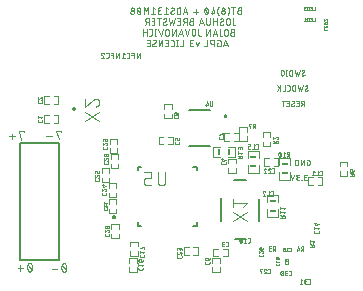
<source format=gbr>
G04 EAGLE Gerber RS-274X export*
G75*
%MOMM*%
%FSLAX34Y34*%
%LPD*%
%INSilkscreen Bottom*%
%IPPOS*%
%AMOC8*
5,1,8,0,0,1.08239X$1,22.5*%
G01*
%ADD10C,0.050800*%
%ADD11C,0.076200*%
%ADD12C,0.350000*%
%ADD13C,0.101600*%
%ADD14C,0.127000*%
%ADD15C,0.100000*%
%ADD16R,0.100000X0.300000*%
%ADD17R,0.600000X0.100000*%
%ADD18C,0.025400*%
%ADD19R,0.300000X0.100000*%
%ADD20R,0.100000X0.600000*%
%ADD21C,0.140000*%
%ADD22C,0.200000*%
%ADD23R,0.500000X0.200000*%
%ADD24R,0.100000X1.000000*%
%ADD25R,0.200000X0.500000*%
%ADD26R,1.000000X0.100000*%
%ADD27C,0.203200*%


D10*
X288410Y660533D02*
X286858Y660533D01*
X286858Y660532D02*
X286781Y660530D01*
X286703Y660524D01*
X286627Y660515D01*
X286550Y660501D01*
X286475Y660484D01*
X286401Y660463D01*
X286327Y660438D01*
X286255Y660410D01*
X286185Y660378D01*
X286116Y660343D01*
X286049Y660304D01*
X285984Y660262D01*
X285921Y660217D01*
X285860Y660169D01*
X285802Y660118D01*
X285747Y660064D01*
X285694Y660007D01*
X285645Y659948D01*
X285598Y659886D01*
X285554Y659822D01*
X285514Y659756D01*
X285477Y659688D01*
X285443Y659618D01*
X285413Y659547D01*
X285387Y659474D01*
X285364Y659400D01*
X285345Y659325D01*
X285330Y659250D01*
X285318Y659173D01*
X285310Y659096D01*
X285306Y659019D01*
X285306Y658941D01*
X285310Y658864D01*
X285318Y658787D01*
X285330Y658710D01*
X285345Y658635D01*
X285364Y658560D01*
X285387Y658486D01*
X285413Y658413D01*
X285443Y658342D01*
X285477Y658272D01*
X285514Y658204D01*
X285554Y658138D01*
X285598Y658074D01*
X285645Y658012D01*
X285694Y657953D01*
X285747Y657896D01*
X285802Y657842D01*
X285860Y657791D01*
X285921Y657743D01*
X285984Y657698D01*
X286049Y657656D01*
X286116Y657617D01*
X286185Y657582D01*
X286255Y657550D01*
X286327Y657522D01*
X286401Y657497D01*
X286475Y657476D01*
X286550Y657459D01*
X286627Y657445D01*
X286703Y657436D01*
X286781Y657430D01*
X286858Y657428D01*
X288410Y657428D01*
X288410Y663016D01*
X286858Y663016D01*
X286788Y663014D01*
X286719Y663008D01*
X286650Y662998D01*
X286582Y662985D01*
X286514Y662967D01*
X286448Y662946D01*
X286383Y662921D01*
X286319Y662893D01*
X286257Y662861D01*
X286197Y662826D01*
X286139Y662787D01*
X286084Y662745D01*
X286030Y662700D01*
X285980Y662652D01*
X285932Y662602D01*
X285887Y662548D01*
X285845Y662493D01*
X285806Y662435D01*
X285771Y662375D01*
X285739Y662313D01*
X285711Y662249D01*
X285686Y662184D01*
X285665Y662118D01*
X285647Y662050D01*
X285634Y661982D01*
X285624Y661913D01*
X285618Y661844D01*
X285616Y661774D01*
X285618Y661704D01*
X285624Y661635D01*
X285634Y661566D01*
X285647Y661498D01*
X285665Y661430D01*
X285686Y661364D01*
X285711Y661299D01*
X285739Y661235D01*
X285771Y661173D01*
X285806Y661113D01*
X285845Y661055D01*
X285887Y661000D01*
X285932Y660946D01*
X285980Y660896D01*
X286030Y660848D01*
X286084Y660803D01*
X286139Y660761D01*
X286197Y660722D01*
X286257Y660687D01*
X286319Y660655D01*
X286383Y660627D01*
X286448Y660602D01*
X286514Y660581D01*
X286582Y660563D01*
X286650Y660550D01*
X286719Y660540D01*
X286788Y660534D01*
X286858Y660532D01*
X282003Y663016D02*
X282003Y657428D01*
X283555Y663016D02*
X280451Y663016D01*
X277161Y663637D02*
X277251Y663526D01*
X277339Y663413D01*
X277423Y663298D01*
X277504Y663181D01*
X277581Y663061D01*
X277656Y662939D01*
X277727Y662816D01*
X277795Y662691D01*
X277860Y662563D01*
X277921Y662434D01*
X277978Y662304D01*
X278032Y662172D01*
X278083Y662039D01*
X278130Y661904D01*
X278173Y661768D01*
X278213Y661631D01*
X278249Y661493D01*
X278281Y661354D01*
X278310Y661214D01*
X278334Y661074D01*
X278355Y660933D01*
X278372Y660791D01*
X278386Y660649D01*
X278395Y660507D01*
X278401Y660365D01*
X278403Y660222D01*
X278401Y660079D01*
X278395Y659937D01*
X278386Y659795D01*
X278372Y659653D01*
X278355Y659511D01*
X278334Y659370D01*
X278310Y659230D01*
X278281Y659090D01*
X278249Y658951D01*
X278213Y658813D01*
X278173Y658676D01*
X278130Y658540D01*
X278083Y658405D01*
X278032Y658272D01*
X277978Y658140D01*
X277921Y658010D01*
X277860Y657881D01*
X277795Y657753D01*
X277727Y657628D01*
X277656Y657505D01*
X277581Y657383D01*
X277504Y657263D01*
X277423Y657146D01*
X277339Y657031D01*
X277251Y656918D01*
X277161Y656807D01*
X274960Y658980D02*
X274958Y659057D01*
X274952Y659135D01*
X274943Y659211D01*
X274929Y659288D01*
X274912Y659363D01*
X274891Y659437D01*
X274866Y659511D01*
X274838Y659583D01*
X274806Y659653D01*
X274771Y659722D01*
X274732Y659789D01*
X274690Y659854D01*
X274645Y659917D01*
X274597Y659978D01*
X274546Y660036D01*
X274492Y660091D01*
X274435Y660144D01*
X274376Y660193D01*
X274314Y660240D01*
X274250Y660284D01*
X274184Y660324D01*
X274116Y660361D01*
X274046Y660395D01*
X273975Y660425D01*
X273902Y660451D01*
X273828Y660474D01*
X273753Y660493D01*
X273678Y660508D01*
X273601Y660520D01*
X273524Y660528D01*
X273447Y660532D01*
X273369Y660532D01*
X273292Y660528D01*
X273215Y660520D01*
X273138Y660508D01*
X273063Y660493D01*
X272988Y660474D01*
X272914Y660451D01*
X272841Y660425D01*
X272770Y660395D01*
X272700Y660361D01*
X272632Y660324D01*
X272566Y660284D01*
X272502Y660240D01*
X272440Y660193D01*
X272381Y660144D01*
X272324Y660091D01*
X272270Y660036D01*
X272219Y659978D01*
X272171Y659917D01*
X272126Y659854D01*
X272084Y659789D01*
X272045Y659722D01*
X272010Y659653D01*
X271978Y659583D01*
X271950Y659511D01*
X271925Y659437D01*
X271904Y659363D01*
X271887Y659288D01*
X271873Y659211D01*
X271864Y659135D01*
X271858Y659057D01*
X271856Y658980D01*
X271858Y658903D01*
X271864Y658825D01*
X271873Y658749D01*
X271887Y658672D01*
X271904Y658597D01*
X271925Y658523D01*
X271950Y658449D01*
X271978Y658377D01*
X272010Y658307D01*
X272045Y658238D01*
X272084Y658171D01*
X272126Y658106D01*
X272171Y658043D01*
X272219Y657982D01*
X272270Y657924D01*
X272324Y657869D01*
X272381Y657816D01*
X272440Y657767D01*
X272502Y657720D01*
X272566Y657676D01*
X272632Y657636D01*
X272700Y657599D01*
X272770Y657565D01*
X272841Y657535D01*
X272914Y657509D01*
X272988Y657486D01*
X273063Y657467D01*
X273138Y657452D01*
X273215Y657440D01*
X273292Y657432D01*
X273369Y657428D01*
X273447Y657428D01*
X273524Y657432D01*
X273601Y657440D01*
X273678Y657452D01*
X273753Y657467D01*
X273828Y657486D01*
X273902Y657509D01*
X273975Y657535D01*
X274046Y657565D01*
X274116Y657599D01*
X274184Y657636D01*
X274250Y657676D01*
X274314Y657720D01*
X274376Y657767D01*
X274435Y657816D01*
X274492Y657869D01*
X274546Y657924D01*
X274597Y657982D01*
X274645Y658043D01*
X274690Y658106D01*
X274732Y658171D01*
X274771Y658238D01*
X274806Y658307D01*
X274838Y658377D01*
X274866Y658449D01*
X274891Y658523D01*
X274912Y658597D01*
X274929Y658672D01*
X274943Y658749D01*
X274952Y658825D01*
X274958Y658903D01*
X274960Y658980D01*
X274650Y661774D02*
X274648Y661844D01*
X274642Y661913D01*
X274632Y661982D01*
X274619Y662050D01*
X274601Y662118D01*
X274580Y662184D01*
X274555Y662249D01*
X274527Y662313D01*
X274495Y662375D01*
X274460Y662435D01*
X274421Y662493D01*
X274379Y662548D01*
X274334Y662602D01*
X274286Y662652D01*
X274236Y662700D01*
X274182Y662745D01*
X274127Y662787D01*
X274069Y662826D01*
X274009Y662861D01*
X273947Y662893D01*
X273883Y662921D01*
X273818Y662946D01*
X273752Y662967D01*
X273684Y662985D01*
X273616Y662998D01*
X273547Y663008D01*
X273478Y663014D01*
X273408Y663016D01*
X273338Y663014D01*
X273269Y663008D01*
X273200Y662998D01*
X273132Y662985D01*
X273064Y662967D01*
X272998Y662946D01*
X272933Y662921D01*
X272869Y662893D01*
X272807Y662861D01*
X272747Y662826D01*
X272689Y662787D01*
X272634Y662745D01*
X272580Y662700D01*
X272530Y662652D01*
X272482Y662602D01*
X272437Y662548D01*
X272395Y662493D01*
X272356Y662435D01*
X272321Y662375D01*
X272289Y662313D01*
X272261Y662249D01*
X272236Y662184D01*
X272215Y662118D01*
X272197Y662050D01*
X272184Y661982D01*
X272174Y661913D01*
X272168Y661844D01*
X272166Y661774D01*
X272168Y661704D01*
X272174Y661635D01*
X272184Y661566D01*
X272197Y661498D01*
X272215Y661430D01*
X272236Y661364D01*
X272261Y661299D01*
X272289Y661235D01*
X272321Y661173D01*
X272356Y661113D01*
X272395Y661055D01*
X272437Y661000D01*
X272482Y660946D01*
X272530Y660896D01*
X272580Y660848D01*
X272634Y660803D01*
X272689Y660761D01*
X272747Y660722D01*
X272807Y660687D01*
X272869Y660655D01*
X272933Y660627D01*
X272998Y660602D01*
X273064Y660581D01*
X273132Y660563D01*
X273200Y660550D01*
X273269Y660540D01*
X273338Y660534D01*
X273408Y660532D01*
X273478Y660534D01*
X273547Y660540D01*
X273616Y660550D01*
X273684Y660563D01*
X273752Y660581D01*
X273818Y660602D01*
X273883Y660627D01*
X273947Y660655D01*
X274009Y660687D01*
X274069Y660722D01*
X274127Y660761D01*
X274182Y660803D01*
X274236Y660848D01*
X274286Y660896D01*
X274334Y660946D01*
X274379Y661000D01*
X274421Y661055D01*
X274460Y661113D01*
X274495Y661173D01*
X274527Y661235D01*
X274555Y661299D01*
X274580Y661364D01*
X274601Y661430D01*
X274619Y661498D01*
X274632Y661566D01*
X274642Y661635D01*
X274648Y661704D01*
X274650Y661774D01*
X268413Y660222D02*
X268415Y660079D01*
X268421Y659937D01*
X268430Y659795D01*
X268444Y659653D01*
X268461Y659511D01*
X268482Y659370D01*
X268506Y659230D01*
X268535Y659090D01*
X268567Y658951D01*
X268603Y658813D01*
X268643Y658676D01*
X268686Y658540D01*
X268733Y658405D01*
X268784Y658272D01*
X268838Y658140D01*
X268895Y658010D01*
X268956Y657881D01*
X269021Y657753D01*
X269089Y657628D01*
X269160Y657505D01*
X269235Y657383D01*
X269312Y657263D01*
X269393Y657146D01*
X269477Y657031D01*
X269565Y656918D01*
X269655Y656807D01*
X268413Y660222D02*
X268415Y660365D01*
X268421Y660507D01*
X268430Y660649D01*
X268444Y660791D01*
X268461Y660933D01*
X268482Y661074D01*
X268506Y661214D01*
X268535Y661354D01*
X268567Y661493D01*
X268603Y661631D01*
X268643Y661768D01*
X268686Y661904D01*
X268733Y662039D01*
X268784Y662172D01*
X268838Y662304D01*
X268895Y662434D01*
X268956Y662563D01*
X269021Y662691D01*
X269089Y662816D01*
X269160Y662939D01*
X269235Y663061D01*
X269312Y663181D01*
X269393Y663298D01*
X269477Y663413D01*
X269565Y663526D01*
X269655Y663637D01*
X264757Y663016D02*
X265999Y658670D01*
X262895Y658670D01*
X263826Y659912D02*
X263826Y657428D01*
X260513Y660222D02*
X260511Y660353D01*
X260506Y660483D01*
X260496Y660613D01*
X260483Y660743D01*
X260467Y660873D01*
X260447Y661002D01*
X260423Y661130D01*
X260395Y661257D01*
X260364Y661384D01*
X260329Y661510D01*
X260291Y661635D01*
X260249Y661759D01*
X260204Y661881D01*
X260155Y662002D01*
X260103Y662122D01*
X260047Y662240D01*
X260048Y662241D02*
X260025Y662301D01*
X259999Y662361D01*
X259970Y662418D01*
X259937Y662474D01*
X259901Y662528D01*
X259863Y662580D01*
X259821Y662630D01*
X259777Y662677D01*
X259730Y662722D01*
X259680Y662764D01*
X259629Y662803D01*
X259575Y662839D01*
X259519Y662872D01*
X259462Y662902D01*
X259403Y662929D01*
X259342Y662952D01*
X259281Y662972D01*
X259218Y662988D01*
X259154Y663001D01*
X259090Y663010D01*
X259026Y663015D01*
X258961Y663017D01*
X258896Y663015D01*
X258832Y663010D01*
X258768Y663001D01*
X258704Y662988D01*
X258641Y662972D01*
X258580Y662952D01*
X258519Y662929D01*
X258460Y662902D01*
X258403Y662872D01*
X258347Y662839D01*
X258293Y662803D01*
X258242Y662764D01*
X258192Y662722D01*
X258145Y662677D01*
X258101Y662630D01*
X258059Y662580D01*
X258021Y662528D01*
X257985Y662474D01*
X257952Y662418D01*
X257923Y662361D01*
X257897Y662301D01*
X257874Y662241D01*
X257874Y662240D02*
X257818Y662122D01*
X257766Y662002D01*
X257717Y661881D01*
X257672Y661759D01*
X257630Y661635D01*
X257592Y661510D01*
X257557Y661384D01*
X257526Y661258D01*
X257498Y661130D01*
X257474Y661002D01*
X257454Y660873D01*
X257438Y660743D01*
X257425Y660613D01*
X257415Y660483D01*
X257410Y660353D01*
X257408Y660222D01*
X260513Y660222D02*
X260511Y660091D01*
X260506Y659961D01*
X260496Y659831D01*
X260483Y659701D01*
X260467Y659571D01*
X260447Y659443D01*
X260423Y659314D01*
X260395Y659187D01*
X260364Y659060D01*
X260329Y658934D01*
X260291Y658809D01*
X260249Y658686D01*
X260204Y658563D01*
X260155Y658442D01*
X260103Y658322D01*
X260047Y658204D01*
X260048Y658204D02*
X260025Y658144D01*
X259999Y658084D01*
X259970Y658027D01*
X259937Y657971D01*
X259901Y657917D01*
X259863Y657865D01*
X259821Y657815D01*
X259777Y657768D01*
X259730Y657723D01*
X259680Y657681D01*
X259629Y657642D01*
X259575Y657606D01*
X259519Y657573D01*
X259462Y657543D01*
X259403Y657516D01*
X259342Y657493D01*
X259281Y657473D01*
X259218Y657457D01*
X259154Y657444D01*
X259090Y657435D01*
X259026Y657430D01*
X258961Y657428D01*
X257874Y658204D02*
X257818Y658322D01*
X257766Y658442D01*
X257717Y658563D01*
X257672Y658685D01*
X257630Y658809D01*
X257592Y658934D01*
X257557Y659060D01*
X257526Y659186D01*
X257498Y659314D01*
X257474Y659442D01*
X257454Y659571D01*
X257438Y659701D01*
X257425Y659831D01*
X257415Y659961D01*
X257410Y660091D01*
X257408Y660222D01*
X257874Y658204D02*
X257897Y658144D01*
X257923Y658084D01*
X257952Y658027D01*
X257985Y657971D01*
X258021Y657917D01*
X258059Y657865D01*
X258101Y657815D01*
X258145Y657768D01*
X258192Y657723D01*
X258242Y657681D01*
X258293Y657642D01*
X258347Y657606D01*
X258403Y657573D01*
X258460Y657543D01*
X258519Y657516D01*
X258580Y657493D01*
X258641Y657473D01*
X258704Y657457D01*
X258768Y657444D01*
X258832Y657435D01*
X258896Y657430D01*
X258961Y657428D01*
X260202Y658670D02*
X257719Y661774D01*
X252045Y659601D02*
X248320Y659601D01*
X250182Y657739D02*
X250182Y661464D01*
X243267Y657428D02*
X241404Y663016D01*
X239542Y657428D01*
X240007Y658825D02*
X242801Y658825D01*
X237287Y657428D02*
X237287Y663016D01*
X235735Y663016D01*
X235659Y663014D01*
X235583Y663009D01*
X235507Y662999D01*
X235432Y662986D01*
X235358Y662969D01*
X235284Y662949D01*
X235212Y662925D01*
X235141Y662898D01*
X235071Y662867D01*
X235003Y662833D01*
X234937Y662795D01*
X234873Y662754D01*
X234810Y662711D01*
X234750Y662664D01*
X234693Y662614D01*
X234638Y662561D01*
X234585Y662506D01*
X234535Y662449D01*
X234488Y662389D01*
X234445Y662326D01*
X234404Y662262D01*
X234366Y662196D01*
X234332Y662128D01*
X234301Y662058D01*
X234274Y661987D01*
X234250Y661915D01*
X234230Y661841D01*
X234213Y661767D01*
X234200Y661692D01*
X234190Y661616D01*
X234185Y661540D01*
X234183Y661464D01*
X234183Y658980D01*
X234185Y658904D01*
X234190Y658828D01*
X234200Y658752D01*
X234213Y658677D01*
X234230Y658603D01*
X234250Y658529D01*
X234274Y658457D01*
X234301Y658386D01*
X234332Y658316D01*
X234366Y658248D01*
X234404Y658182D01*
X234445Y658118D01*
X234488Y658055D01*
X234535Y657995D01*
X234585Y657938D01*
X234638Y657883D01*
X234693Y657830D01*
X234750Y657780D01*
X234810Y657733D01*
X234873Y657690D01*
X234937Y657649D01*
X235003Y657611D01*
X235071Y657577D01*
X235141Y657546D01*
X235212Y657519D01*
X235284Y657495D01*
X235358Y657475D01*
X235432Y657458D01*
X235507Y657445D01*
X235583Y657435D01*
X235659Y657430D01*
X235735Y657428D01*
X237287Y657428D01*
X229938Y657428D02*
X229868Y657430D01*
X229799Y657436D01*
X229730Y657446D01*
X229662Y657459D01*
X229594Y657477D01*
X229528Y657498D01*
X229463Y657523D01*
X229399Y657551D01*
X229337Y657583D01*
X229277Y657618D01*
X229219Y657657D01*
X229164Y657699D01*
X229110Y657744D01*
X229060Y657792D01*
X229012Y657842D01*
X228967Y657896D01*
X228925Y657951D01*
X228886Y658009D01*
X228851Y658069D01*
X228819Y658131D01*
X228791Y658195D01*
X228766Y658260D01*
X228745Y658326D01*
X228727Y658394D01*
X228714Y658462D01*
X228704Y658531D01*
X228698Y658600D01*
X228696Y658670D01*
X229938Y657429D02*
X230037Y657431D01*
X230135Y657436D01*
X230233Y657446D01*
X230331Y657459D01*
X230428Y657475D01*
X230525Y657495D01*
X230620Y657519D01*
X230715Y657547D01*
X230809Y657578D01*
X230901Y657612D01*
X230992Y657650D01*
X231082Y657691D01*
X231170Y657736D01*
X231256Y657784D01*
X231340Y657835D01*
X231422Y657889D01*
X231503Y657947D01*
X231581Y658007D01*
X231656Y658070D01*
X231730Y658136D01*
X231800Y658205D01*
X231646Y661774D02*
X231644Y661844D01*
X231638Y661913D01*
X231628Y661982D01*
X231615Y662050D01*
X231597Y662118D01*
X231576Y662184D01*
X231551Y662249D01*
X231523Y662313D01*
X231491Y662375D01*
X231456Y662435D01*
X231417Y662493D01*
X231375Y662548D01*
X231330Y662602D01*
X231282Y662652D01*
X231232Y662700D01*
X231178Y662745D01*
X231123Y662787D01*
X231065Y662826D01*
X231005Y662861D01*
X230943Y662893D01*
X230879Y662921D01*
X230814Y662946D01*
X230748Y662967D01*
X230680Y662985D01*
X230612Y662998D01*
X230543Y663008D01*
X230474Y663014D01*
X230404Y663016D01*
X230310Y663014D01*
X230217Y663008D01*
X230124Y662999D01*
X230031Y662986D01*
X229939Y662969D01*
X229848Y662949D01*
X229757Y662924D01*
X229668Y662897D01*
X229580Y662865D01*
X229493Y662830D01*
X229407Y662792D01*
X229324Y662750D01*
X229241Y662705D01*
X229161Y662657D01*
X229083Y662605D01*
X229007Y662550D01*
X231024Y660688D02*
X231083Y660724D01*
X231139Y660764D01*
X231193Y660807D01*
X231245Y660852D01*
X231294Y660901D01*
X231340Y660952D01*
X231383Y661005D01*
X231424Y661061D01*
X231461Y661119D01*
X231496Y661179D01*
X231526Y661240D01*
X231554Y661303D01*
X231578Y661368D01*
X231598Y661434D01*
X231615Y661501D01*
X231628Y661568D01*
X231637Y661636D01*
X231643Y661705D01*
X231645Y661774D01*
X229318Y659756D02*
X229259Y659720D01*
X229203Y659680D01*
X229149Y659637D01*
X229097Y659592D01*
X229048Y659543D01*
X229002Y659492D01*
X228959Y659439D01*
X228918Y659383D01*
X228881Y659325D01*
X228846Y659266D01*
X228816Y659204D01*
X228788Y659141D01*
X228764Y659076D01*
X228744Y659010D01*
X228727Y658943D01*
X228714Y658876D01*
X228705Y658808D01*
X228699Y658739D01*
X228697Y658670D01*
X229317Y659756D02*
X231025Y660688D01*
X226497Y661774D02*
X224945Y663016D01*
X224945Y657428D01*
X226497Y657428D02*
X223393Y657428D01*
X221011Y657428D02*
X219459Y657428D01*
X219382Y657430D01*
X219304Y657436D01*
X219228Y657445D01*
X219151Y657459D01*
X219076Y657476D01*
X219002Y657497D01*
X218928Y657522D01*
X218856Y657550D01*
X218786Y657582D01*
X218717Y657617D01*
X218650Y657656D01*
X218585Y657698D01*
X218522Y657743D01*
X218461Y657791D01*
X218403Y657842D01*
X218348Y657896D01*
X218295Y657953D01*
X218246Y658012D01*
X218199Y658074D01*
X218155Y658138D01*
X218115Y658204D01*
X218078Y658272D01*
X218044Y658342D01*
X218014Y658413D01*
X217988Y658486D01*
X217965Y658560D01*
X217946Y658635D01*
X217931Y658710D01*
X217919Y658787D01*
X217911Y658864D01*
X217907Y658941D01*
X217907Y659019D01*
X217911Y659096D01*
X217919Y659173D01*
X217931Y659250D01*
X217946Y659325D01*
X217965Y659400D01*
X217988Y659474D01*
X218014Y659547D01*
X218044Y659618D01*
X218078Y659688D01*
X218115Y659756D01*
X218155Y659822D01*
X218199Y659886D01*
X218246Y659948D01*
X218295Y660007D01*
X218348Y660064D01*
X218403Y660118D01*
X218461Y660169D01*
X218522Y660217D01*
X218585Y660262D01*
X218650Y660304D01*
X218717Y660343D01*
X218786Y660378D01*
X218856Y660410D01*
X218928Y660438D01*
X219002Y660463D01*
X219076Y660484D01*
X219151Y660501D01*
X219228Y660515D01*
X219304Y660524D01*
X219382Y660530D01*
X219459Y660532D01*
X219148Y663016D02*
X221011Y663016D01*
X219148Y663016D02*
X219078Y663014D01*
X219009Y663008D01*
X218940Y662998D01*
X218872Y662985D01*
X218804Y662967D01*
X218738Y662946D01*
X218673Y662921D01*
X218609Y662893D01*
X218547Y662861D01*
X218487Y662826D01*
X218429Y662787D01*
X218374Y662745D01*
X218320Y662700D01*
X218270Y662652D01*
X218222Y662602D01*
X218177Y662548D01*
X218135Y662493D01*
X218096Y662435D01*
X218061Y662375D01*
X218029Y662313D01*
X218001Y662249D01*
X217976Y662184D01*
X217955Y662118D01*
X217937Y662050D01*
X217924Y661982D01*
X217914Y661913D01*
X217908Y661844D01*
X217906Y661774D01*
X217908Y661704D01*
X217914Y661635D01*
X217924Y661566D01*
X217937Y661498D01*
X217955Y661430D01*
X217976Y661364D01*
X218001Y661299D01*
X218029Y661235D01*
X218061Y661173D01*
X218096Y661113D01*
X218135Y661055D01*
X218177Y661000D01*
X218222Y660946D01*
X218270Y660896D01*
X218320Y660848D01*
X218374Y660803D01*
X218429Y660761D01*
X218487Y660722D01*
X218547Y660687D01*
X218609Y660655D01*
X218673Y660627D01*
X218738Y660602D01*
X218804Y660581D01*
X218872Y660563D01*
X218940Y660550D01*
X219009Y660540D01*
X219078Y660534D01*
X219148Y660532D01*
X219148Y660533D02*
X220390Y660533D01*
X215525Y661774D02*
X213972Y663016D01*
X213972Y657428D01*
X212420Y657428D02*
X215525Y657428D01*
X209800Y657428D02*
X209800Y663016D01*
X207937Y659912D01*
X206075Y663016D01*
X206075Y657428D01*
X203455Y660222D02*
X203453Y660353D01*
X203448Y660483D01*
X203438Y660613D01*
X203425Y660743D01*
X203409Y660873D01*
X203389Y661002D01*
X203365Y661130D01*
X203337Y661257D01*
X203306Y661384D01*
X203271Y661510D01*
X203233Y661635D01*
X203191Y661759D01*
X203146Y661881D01*
X203097Y662002D01*
X203045Y662122D01*
X202989Y662240D01*
X202989Y662241D02*
X202966Y662301D01*
X202940Y662361D01*
X202911Y662418D01*
X202878Y662474D01*
X202842Y662528D01*
X202804Y662580D01*
X202762Y662630D01*
X202718Y662677D01*
X202671Y662722D01*
X202621Y662764D01*
X202570Y662803D01*
X202516Y662839D01*
X202460Y662872D01*
X202403Y662902D01*
X202344Y662929D01*
X202283Y662952D01*
X202222Y662972D01*
X202159Y662988D01*
X202095Y663001D01*
X202031Y663010D01*
X201967Y663015D01*
X201902Y663017D01*
X201837Y663015D01*
X201773Y663010D01*
X201709Y663001D01*
X201645Y662988D01*
X201582Y662972D01*
X201521Y662952D01*
X201460Y662929D01*
X201401Y662902D01*
X201344Y662872D01*
X201288Y662839D01*
X201234Y662803D01*
X201183Y662764D01*
X201133Y662722D01*
X201086Y662677D01*
X201042Y662630D01*
X201000Y662580D01*
X200962Y662528D01*
X200926Y662474D01*
X200893Y662418D01*
X200864Y662361D01*
X200838Y662301D01*
X200815Y662241D01*
X200816Y662240D02*
X200760Y662122D01*
X200708Y662002D01*
X200659Y661881D01*
X200614Y661759D01*
X200572Y661635D01*
X200534Y661510D01*
X200499Y661384D01*
X200468Y661258D01*
X200440Y661130D01*
X200416Y661002D01*
X200396Y660873D01*
X200380Y660743D01*
X200367Y660613D01*
X200357Y660483D01*
X200352Y660353D01*
X200350Y660222D01*
X203454Y660222D02*
X203452Y660091D01*
X203447Y659961D01*
X203437Y659831D01*
X203424Y659701D01*
X203408Y659571D01*
X203388Y659443D01*
X203364Y659314D01*
X203336Y659187D01*
X203305Y659060D01*
X203270Y658934D01*
X203232Y658809D01*
X203190Y658686D01*
X203145Y658563D01*
X203096Y658442D01*
X203044Y658322D01*
X202988Y658204D01*
X202989Y658204D02*
X202966Y658144D01*
X202940Y658084D01*
X202911Y658027D01*
X202878Y657971D01*
X202842Y657917D01*
X202804Y657865D01*
X202762Y657815D01*
X202718Y657768D01*
X202671Y657723D01*
X202621Y657681D01*
X202570Y657642D01*
X202516Y657606D01*
X202460Y657573D01*
X202403Y657543D01*
X202344Y657516D01*
X202283Y657493D01*
X202222Y657473D01*
X202159Y657457D01*
X202095Y657444D01*
X202031Y657435D01*
X201967Y657430D01*
X201902Y657428D01*
X200816Y658204D02*
X200760Y658322D01*
X200708Y658442D01*
X200659Y658563D01*
X200614Y658685D01*
X200572Y658809D01*
X200534Y658934D01*
X200499Y659060D01*
X200468Y659186D01*
X200440Y659314D01*
X200416Y659442D01*
X200396Y659571D01*
X200380Y659701D01*
X200367Y659831D01*
X200357Y659961D01*
X200352Y660091D01*
X200350Y660222D01*
X200815Y658204D02*
X200838Y658144D01*
X200864Y658084D01*
X200893Y658027D01*
X200926Y657971D01*
X200962Y657917D01*
X201000Y657865D01*
X201042Y657815D01*
X201086Y657768D01*
X201133Y657723D01*
X201183Y657681D01*
X201234Y657642D01*
X201288Y657606D01*
X201344Y657573D01*
X201401Y657543D01*
X201460Y657516D01*
X201521Y657493D01*
X201582Y657473D01*
X201645Y657457D01*
X201709Y657444D01*
X201773Y657435D01*
X201837Y657430D01*
X201902Y657428D01*
X203144Y658670D02*
X200660Y661774D01*
X197968Y658980D02*
X197966Y659057D01*
X197960Y659135D01*
X197951Y659211D01*
X197937Y659288D01*
X197920Y659363D01*
X197899Y659437D01*
X197874Y659511D01*
X197846Y659583D01*
X197814Y659653D01*
X197779Y659722D01*
X197740Y659789D01*
X197698Y659854D01*
X197653Y659917D01*
X197605Y659978D01*
X197554Y660036D01*
X197500Y660091D01*
X197443Y660144D01*
X197384Y660193D01*
X197322Y660240D01*
X197258Y660284D01*
X197192Y660324D01*
X197124Y660361D01*
X197054Y660395D01*
X196983Y660425D01*
X196910Y660451D01*
X196836Y660474D01*
X196761Y660493D01*
X196686Y660508D01*
X196609Y660520D01*
X196532Y660528D01*
X196455Y660532D01*
X196377Y660532D01*
X196300Y660528D01*
X196223Y660520D01*
X196146Y660508D01*
X196071Y660493D01*
X195996Y660474D01*
X195922Y660451D01*
X195849Y660425D01*
X195778Y660395D01*
X195708Y660361D01*
X195640Y660324D01*
X195574Y660284D01*
X195510Y660240D01*
X195448Y660193D01*
X195389Y660144D01*
X195332Y660091D01*
X195278Y660036D01*
X195227Y659978D01*
X195179Y659917D01*
X195134Y659854D01*
X195092Y659789D01*
X195053Y659722D01*
X195018Y659653D01*
X194986Y659583D01*
X194958Y659511D01*
X194933Y659437D01*
X194912Y659363D01*
X194895Y659288D01*
X194881Y659211D01*
X194872Y659135D01*
X194866Y659057D01*
X194864Y658980D01*
X194866Y658903D01*
X194872Y658825D01*
X194881Y658749D01*
X194895Y658672D01*
X194912Y658597D01*
X194933Y658523D01*
X194958Y658449D01*
X194986Y658377D01*
X195018Y658307D01*
X195053Y658238D01*
X195092Y658171D01*
X195134Y658106D01*
X195179Y658043D01*
X195227Y657982D01*
X195278Y657924D01*
X195332Y657869D01*
X195389Y657816D01*
X195448Y657767D01*
X195510Y657720D01*
X195574Y657676D01*
X195640Y657636D01*
X195708Y657599D01*
X195778Y657565D01*
X195849Y657535D01*
X195922Y657509D01*
X195996Y657486D01*
X196071Y657467D01*
X196146Y657452D01*
X196223Y657440D01*
X196300Y657432D01*
X196377Y657428D01*
X196455Y657428D01*
X196532Y657432D01*
X196609Y657440D01*
X196686Y657452D01*
X196761Y657467D01*
X196836Y657486D01*
X196910Y657509D01*
X196983Y657535D01*
X197054Y657565D01*
X197124Y657599D01*
X197192Y657636D01*
X197258Y657676D01*
X197322Y657720D01*
X197384Y657767D01*
X197443Y657816D01*
X197500Y657869D01*
X197554Y657924D01*
X197605Y657982D01*
X197653Y658043D01*
X197698Y658106D01*
X197740Y658171D01*
X197779Y658238D01*
X197814Y658307D01*
X197846Y658377D01*
X197874Y658449D01*
X197899Y658523D01*
X197920Y658597D01*
X197937Y658672D01*
X197951Y658749D01*
X197960Y658825D01*
X197966Y658903D01*
X197968Y658980D01*
X197658Y661774D02*
X197656Y661844D01*
X197650Y661913D01*
X197640Y661982D01*
X197627Y662050D01*
X197609Y662118D01*
X197588Y662184D01*
X197563Y662249D01*
X197535Y662313D01*
X197503Y662375D01*
X197468Y662435D01*
X197429Y662493D01*
X197387Y662548D01*
X197342Y662602D01*
X197294Y662652D01*
X197244Y662700D01*
X197190Y662745D01*
X197135Y662787D01*
X197077Y662826D01*
X197017Y662861D01*
X196955Y662893D01*
X196891Y662921D01*
X196826Y662946D01*
X196760Y662967D01*
X196692Y662985D01*
X196624Y662998D01*
X196555Y663008D01*
X196486Y663014D01*
X196416Y663016D01*
X196346Y663014D01*
X196277Y663008D01*
X196208Y662998D01*
X196140Y662985D01*
X196072Y662967D01*
X196006Y662946D01*
X195941Y662921D01*
X195877Y662893D01*
X195815Y662861D01*
X195755Y662826D01*
X195697Y662787D01*
X195642Y662745D01*
X195588Y662700D01*
X195538Y662652D01*
X195490Y662602D01*
X195445Y662548D01*
X195403Y662493D01*
X195364Y662435D01*
X195329Y662375D01*
X195297Y662313D01*
X195269Y662249D01*
X195244Y662184D01*
X195223Y662118D01*
X195205Y662050D01*
X195192Y661982D01*
X195182Y661913D01*
X195176Y661844D01*
X195174Y661774D01*
X195176Y661704D01*
X195182Y661635D01*
X195192Y661566D01*
X195205Y661498D01*
X195223Y661430D01*
X195244Y661364D01*
X195269Y661299D01*
X195297Y661235D01*
X195329Y661173D01*
X195364Y661113D01*
X195403Y661055D01*
X195445Y661000D01*
X195490Y660946D01*
X195538Y660896D01*
X195588Y660848D01*
X195642Y660803D01*
X195697Y660761D01*
X195755Y660722D01*
X195815Y660687D01*
X195877Y660655D01*
X195941Y660627D01*
X196006Y660602D01*
X196072Y660581D01*
X196140Y660563D01*
X196208Y660550D01*
X196277Y660540D01*
X196346Y660534D01*
X196416Y660532D01*
X196486Y660534D01*
X196555Y660540D01*
X196624Y660550D01*
X196692Y660563D01*
X196760Y660581D01*
X196826Y660602D01*
X196891Y660627D01*
X196955Y660655D01*
X197017Y660687D01*
X197077Y660722D01*
X197135Y660761D01*
X197190Y660803D01*
X197244Y660848D01*
X197294Y660896D01*
X197342Y660946D01*
X197387Y661000D01*
X197429Y661055D01*
X197468Y661113D01*
X197503Y661173D01*
X197535Y661235D01*
X197563Y661299D01*
X197588Y661364D01*
X197609Y661430D01*
X197627Y661498D01*
X197640Y661566D01*
X197650Y661635D01*
X197656Y661704D01*
X197658Y661774D01*
X281526Y653872D02*
X281526Y649526D01*
X281525Y649526D02*
X281527Y649456D01*
X281533Y649387D01*
X281543Y649318D01*
X281556Y649250D01*
X281574Y649182D01*
X281595Y649116D01*
X281620Y649051D01*
X281648Y648987D01*
X281680Y648925D01*
X281715Y648865D01*
X281754Y648807D01*
X281796Y648752D01*
X281841Y648698D01*
X281889Y648648D01*
X281939Y648600D01*
X281993Y648555D01*
X282048Y648513D01*
X282106Y648474D01*
X282166Y648439D01*
X282228Y648407D01*
X282292Y648379D01*
X282357Y648354D01*
X282423Y648333D01*
X282491Y648315D01*
X282559Y648302D01*
X282628Y648292D01*
X282697Y648286D01*
X282767Y648284D01*
X283388Y648284D01*
X278984Y649836D02*
X278984Y652320D01*
X278983Y652320D02*
X278981Y652397D01*
X278975Y652475D01*
X278966Y652551D01*
X278952Y652628D01*
X278935Y652703D01*
X278914Y652777D01*
X278889Y652851D01*
X278861Y652923D01*
X278829Y652993D01*
X278794Y653062D01*
X278755Y653129D01*
X278713Y653194D01*
X278668Y653257D01*
X278620Y653318D01*
X278569Y653376D01*
X278515Y653431D01*
X278458Y653484D01*
X278399Y653533D01*
X278337Y653580D01*
X278273Y653624D01*
X278207Y653664D01*
X278139Y653701D01*
X278069Y653735D01*
X277998Y653765D01*
X277925Y653791D01*
X277851Y653814D01*
X277776Y653833D01*
X277701Y653848D01*
X277624Y653860D01*
X277547Y653868D01*
X277470Y653872D01*
X277392Y653872D01*
X277315Y653868D01*
X277238Y653860D01*
X277161Y653848D01*
X277086Y653833D01*
X277011Y653814D01*
X276937Y653791D01*
X276864Y653765D01*
X276793Y653735D01*
X276723Y653701D01*
X276655Y653664D01*
X276589Y653624D01*
X276525Y653580D01*
X276463Y653533D01*
X276404Y653484D01*
X276347Y653431D01*
X276293Y653376D01*
X276242Y653318D01*
X276194Y653257D01*
X276149Y653194D01*
X276107Y653129D01*
X276068Y653062D01*
X276033Y652993D01*
X276001Y652923D01*
X275973Y652851D01*
X275948Y652777D01*
X275927Y652703D01*
X275910Y652628D01*
X275896Y652551D01*
X275887Y652475D01*
X275881Y652397D01*
X275879Y652320D01*
X275879Y649836D01*
X275881Y649759D01*
X275887Y649681D01*
X275896Y649605D01*
X275910Y649528D01*
X275927Y649453D01*
X275948Y649379D01*
X275973Y649305D01*
X276001Y649233D01*
X276033Y649163D01*
X276068Y649094D01*
X276107Y649027D01*
X276149Y648962D01*
X276194Y648899D01*
X276242Y648838D01*
X276293Y648780D01*
X276347Y648725D01*
X276404Y648672D01*
X276463Y648623D01*
X276525Y648576D01*
X276589Y648532D01*
X276655Y648492D01*
X276723Y648455D01*
X276793Y648421D01*
X276864Y648391D01*
X276937Y648365D01*
X277011Y648342D01*
X277086Y648323D01*
X277161Y648308D01*
X277238Y648296D01*
X277315Y648288D01*
X277392Y648284D01*
X277470Y648284D01*
X277547Y648288D01*
X277624Y648296D01*
X277701Y648308D01*
X277776Y648323D01*
X277851Y648342D01*
X277925Y648365D01*
X277998Y648391D01*
X278069Y648421D01*
X278139Y648455D01*
X278207Y648492D01*
X278273Y648532D01*
X278337Y648576D01*
X278399Y648623D01*
X278458Y648672D01*
X278515Y648725D01*
X278569Y648780D01*
X278620Y648838D01*
X278668Y648899D01*
X278713Y648962D01*
X278755Y649027D01*
X278794Y649094D01*
X278829Y649163D01*
X278861Y649233D01*
X278889Y649305D01*
X278914Y649379D01*
X278935Y649453D01*
X278952Y649528D01*
X278966Y649605D01*
X278975Y649681D01*
X278981Y649759D01*
X278983Y649836D01*
X271817Y648284D02*
X271747Y648286D01*
X271678Y648292D01*
X271609Y648302D01*
X271541Y648315D01*
X271473Y648333D01*
X271407Y648354D01*
X271342Y648379D01*
X271278Y648407D01*
X271216Y648439D01*
X271156Y648474D01*
X271098Y648513D01*
X271043Y648555D01*
X270989Y648600D01*
X270939Y648648D01*
X270891Y648698D01*
X270846Y648752D01*
X270804Y648807D01*
X270765Y648865D01*
X270730Y648925D01*
X270698Y648987D01*
X270670Y649051D01*
X270645Y649116D01*
X270624Y649182D01*
X270606Y649250D01*
X270593Y649318D01*
X270583Y649387D01*
X270577Y649456D01*
X270575Y649526D01*
X271817Y648285D02*
X271916Y648287D01*
X272014Y648292D01*
X272112Y648302D01*
X272210Y648315D01*
X272307Y648331D01*
X272404Y648351D01*
X272499Y648375D01*
X272594Y648403D01*
X272688Y648434D01*
X272780Y648468D01*
X272871Y648506D01*
X272961Y648547D01*
X273049Y648592D01*
X273135Y648640D01*
X273219Y648691D01*
X273301Y648745D01*
X273382Y648803D01*
X273460Y648863D01*
X273535Y648926D01*
X273609Y648992D01*
X273679Y649061D01*
X273525Y652630D02*
X273523Y652700D01*
X273517Y652769D01*
X273507Y652838D01*
X273494Y652906D01*
X273476Y652974D01*
X273455Y653040D01*
X273430Y653105D01*
X273402Y653169D01*
X273370Y653231D01*
X273335Y653291D01*
X273296Y653349D01*
X273254Y653404D01*
X273209Y653458D01*
X273161Y653508D01*
X273111Y653556D01*
X273057Y653601D01*
X273002Y653643D01*
X272944Y653682D01*
X272884Y653717D01*
X272822Y653749D01*
X272758Y653777D01*
X272693Y653802D01*
X272627Y653823D01*
X272559Y653841D01*
X272491Y653854D01*
X272422Y653864D01*
X272353Y653870D01*
X272283Y653872D01*
X272189Y653870D01*
X272096Y653864D01*
X272003Y653855D01*
X271910Y653842D01*
X271818Y653825D01*
X271727Y653805D01*
X271636Y653780D01*
X271547Y653753D01*
X271459Y653721D01*
X271372Y653686D01*
X271286Y653648D01*
X271203Y653606D01*
X271120Y653561D01*
X271040Y653513D01*
X270962Y653461D01*
X270886Y653406D01*
X272904Y651544D02*
X272963Y651580D01*
X273019Y651620D01*
X273073Y651663D01*
X273125Y651708D01*
X273174Y651757D01*
X273220Y651808D01*
X273263Y651861D01*
X273304Y651917D01*
X273341Y651975D01*
X273376Y652035D01*
X273406Y652096D01*
X273434Y652159D01*
X273458Y652224D01*
X273478Y652290D01*
X273495Y652357D01*
X273508Y652424D01*
X273517Y652492D01*
X273523Y652561D01*
X273525Y652630D01*
X271197Y650612D02*
X271138Y650576D01*
X271082Y650536D01*
X271028Y650493D01*
X270976Y650448D01*
X270927Y650399D01*
X270881Y650348D01*
X270838Y650295D01*
X270797Y650239D01*
X270760Y650181D01*
X270725Y650122D01*
X270695Y650060D01*
X270667Y649997D01*
X270643Y649932D01*
X270623Y649866D01*
X270606Y649799D01*
X270593Y649732D01*
X270584Y649664D01*
X270578Y649595D01*
X270576Y649526D01*
X271197Y650612D02*
X272904Y651544D01*
X268194Y653872D02*
X268194Y648284D01*
X268194Y651389D02*
X265089Y651389D01*
X265089Y653872D02*
X265089Y648284D01*
X262342Y649836D02*
X262342Y653872D01*
X262341Y649836D02*
X262339Y649759D01*
X262333Y649681D01*
X262324Y649605D01*
X262310Y649528D01*
X262293Y649453D01*
X262272Y649379D01*
X262247Y649305D01*
X262219Y649233D01*
X262187Y649163D01*
X262152Y649094D01*
X262113Y649027D01*
X262071Y648962D01*
X262026Y648899D01*
X261978Y648838D01*
X261927Y648780D01*
X261873Y648725D01*
X261816Y648672D01*
X261757Y648623D01*
X261695Y648576D01*
X261631Y648532D01*
X261565Y648492D01*
X261497Y648455D01*
X261427Y648421D01*
X261356Y648391D01*
X261283Y648365D01*
X261209Y648342D01*
X261134Y648323D01*
X261059Y648308D01*
X260982Y648296D01*
X260905Y648288D01*
X260828Y648284D01*
X260750Y648284D01*
X260673Y648288D01*
X260596Y648296D01*
X260519Y648308D01*
X260444Y648323D01*
X260369Y648342D01*
X260295Y648365D01*
X260222Y648391D01*
X260151Y648421D01*
X260081Y648455D01*
X260013Y648492D01*
X259947Y648532D01*
X259883Y648576D01*
X259821Y648623D01*
X259762Y648672D01*
X259705Y648725D01*
X259651Y648780D01*
X259600Y648838D01*
X259552Y648899D01*
X259507Y648962D01*
X259465Y649027D01*
X259426Y649094D01*
X259391Y649163D01*
X259359Y649233D01*
X259331Y649305D01*
X259306Y649379D01*
X259285Y649453D01*
X259268Y649528D01*
X259254Y649605D01*
X259245Y649681D01*
X259239Y649759D01*
X259237Y649836D01*
X259237Y653872D01*
X255120Y653872D02*
X256983Y648284D01*
X253257Y648284D02*
X255120Y653872D01*
X253723Y649681D02*
X256517Y649681D01*
X247994Y651389D02*
X246442Y651389D01*
X246442Y651388D02*
X246365Y651386D01*
X246287Y651380D01*
X246211Y651371D01*
X246134Y651357D01*
X246059Y651340D01*
X245985Y651319D01*
X245911Y651294D01*
X245839Y651266D01*
X245769Y651234D01*
X245700Y651199D01*
X245633Y651160D01*
X245568Y651118D01*
X245505Y651073D01*
X245444Y651025D01*
X245386Y650974D01*
X245331Y650920D01*
X245278Y650863D01*
X245229Y650804D01*
X245182Y650742D01*
X245138Y650678D01*
X245098Y650612D01*
X245061Y650544D01*
X245027Y650474D01*
X244997Y650403D01*
X244971Y650330D01*
X244948Y650256D01*
X244929Y650181D01*
X244914Y650106D01*
X244902Y650029D01*
X244894Y649952D01*
X244890Y649875D01*
X244890Y649797D01*
X244894Y649720D01*
X244902Y649643D01*
X244914Y649566D01*
X244929Y649491D01*
X244948Y649416D01*
X244971Y649342D01*
X244997Y649269D01*
X245027Y649198D01*
X245061Y649128D01*
X245098Y649060D01*
X245138Y648994D01*
X245182Y648930D01*
X245229Y648868D01*
X245278Y648809D01*
X245331Y648752D01*
X245386Y648698D01*
X245444Y648647D01*
X245505Y648599D01*
X245568Y648554D01*
X245633Y648512D01*
X245700Y648473D01*
X245769Y648438D01*
X245839Y648406D01*
X245911Y648378D01*
X245985Y648353D01*
X246059Y648332D01*
X246134Y648315D01*
X246211Y648301D01*
X246287Y648292D01*
X246365Y648286D01*
X246442Y648284D01*
X247994Y648284D01*
X247994Y653872D01*
X246442Y653872D01*
X246372Y653870D01*
X246303Y653864D01*
X246234Y653854D01*
X246166Y653841D01*
X246098Y653823D01*
X246032Y653802D01*
X245967Y653777D01*
X245903Y653749D01*
X245841Y653717D01*
X245781Y653682D01*
X245723Y653643D01*
X245668Y653601D01*
X245614Y653556D01*
X245564Y653508D01*
X245516Y653458D01*
X245471Y653404D01*
X245429Y653349D01*
X245390Y653291D01*
X245355Y653231D01*
X245323Y653169D01*
X245295Y653105D01*
X245270Y653040D01*
X245249Y652974D01*
X245231Y652906D01*
X245218Y652838D01*
X245208Y652769D01*
X245202Y652700D01*
X245200Y652630D01*
X245202Y652560D01*
X245208Y652491D01*
X245218Y652422D01*
X245231Y652354D01*
X245249Y652286D01*
X245270Y652220D01*
X245295Y652155D01*
X245323Y652091D01*
X245355Y652029D01*
X245390Y651969D01*
X245429Y651911D01*
X245471Y651856D01*
X245516Y651802D01*
X245564Y651752D01*
X245614Y651704D01*
X245668Y651659D01*
X245723Y651617D01*
X245781Y651578D01*
X245841Y651543D01*
X245903Y651511D01*
X245967Y651483D01*
X246032Y651458D01*
X246098Y651437D01*
X246166Y651419D01*
X246234Y651406D01*
X246303Y651396D01*
X246372Y651390D01*
X246442Y651388D01*
X242555Y653872D02*
X242555Y648284D01*
X242555Y653872D02*
X241002Y653872D01*
X240925Y653870D01*
X240847Y653864D01*
X240771Y653855D01*
X240694Y653841D01*
X240619Y653824D01*
X240545Y653803D01*
X240471Y653778D01*
X240399Y653750D01*
X240329Y653718D01*
X240260Y653683D01*
X240193Y653644D01*
X240128Y653602D01*
X240065Y653557D01*
X240004Y653509D01*
X239946Y653458D01*
X239891Y653404D01*
X239838Y653347D01*
X239789Y653288D01*
X239742Y653226D01*
X239698Y653162D01*
X239658Y653096D01*
X239621Y653028D01*
X239587Y652958D01*
X239557Y652887D01*
X239531Y652814D01*
X239508Y652740D01*
X239489Y652665D01*
X239474Y652590D01*
X239462Y652513D01*
X239454Y652436D01*
X239450Y652359D01*
X239450Y652281D01*
X239454Y652204D01*
X239462Y652127D01*
X239474Y652050D01*
X239489Y651975D01*
X239508Y651900D01*
X239531Y651826D01*
X239557Y651753D01*
X239587Y651682D01*
X239621Y651612D01*
X239658Y651544D01*
X239698Y651478D01*
X239742Y651414D01*
X239789Y651352D01*
X239838Y651293D01*
X239891Y651236D01*
X239946Y651182D01*
X240004Y651131D01*
X240065Y651083D01*
X240128Y651038D01*
X240193Y650996D01*
X240260Y650957D01*
X240329Y650922D01*
X240399Y650890D01*
X240471Y650862D01*
X240545Y650837D01*
X240619Y650816D01*
X240694Y650799D01*
X240771Y650785D01*
X240847Y650776D01*
X240925Y650770D01*
X241002Y650768D01*
X242555Y650768D01*
X240692Y650768D02*
X239450Y648284D01*
X236910Y648284D02*
X234427Y648284D01*
X236910Y648284D02*
X236910Y653872D01*
X234427Y653872D01*
X235048Y651389D02*
X236910Y651389D01*
X232549Y653872D02*
X231308Y648284D01*
X230066Y652009D01*
X228824Y648284D01*
X227582Y653872D01*
X222478Y649526D02*
X222480Y649456D01*
X222486Y649387D01*
X222496Y649318D01*
X222509Y649250D01*
X222527Y649182D01*
X222548Y649116D01*
X222573Y649051D01*
X222601Y648987D01*
X222633Y648925D01*
X222668Y648865D01*
X222707Y648807D01*
X222749Y648752D01*
X222794Y648698D01*
X222842Y648648D01*
X222892Y648600D01*
X222946Y648555D01*
X223001Y648513D01*
X223059Y648474D01*
X223119Y648439D01*
X223181Y648407D01*
X223245Y648379D01*
X223310Y648354D01*
X223376Y648333D01*
X223444Y648315D01*
X223512Y648302D01*
X223581Y648292D01*
X223650Y648286D01*
X223720Y648284D01*
X223720Y648285D02*
X223819Y648287D01*
X223917Y648292D01*
X224015Y648302D01*
X224113Y648315D01*
X224210Y648331D01*
X224307Y648351D01*
X224402Y648375D01*
X224497Y648403D01*
X224591Y648434D01*
X224683Y648468D01*
X224774Y648506D01*
X224864Y648547D01*
X224952Y648592D01*
X225038Y648640D01*
X225122Y648691D01*
X225204Y648745D01*
X225285Y648803D01*
X225363Y648863D01*
X225438Y648926D01*
X225512Y648992D01*
X225582Y649061D01*
X225428Y652630D02*
X225426Y652700D01*
X225420Y652769D01*
X225410Y652838D01*
X225397Y652906D01*
X225379Y652974D01*
X225358Y653040D01*
X225333Y653105D01*
X225305Y653169D01*
X225273Y653231D01*
X225238Y653291D01*
X225199Y653349D01*
X225157Y653404D01*
X225112Y653458D01*
X225064Y653508D01*
X225014Y653556D01*
X224960Y653601D01*
X224905Y653643D01*
X224847Y653682D01*
X224787Y653717D01*
X224725Y653749D01*
X224661Y653777D01*
X224596Y653802D01*
X224530Y653823D01*
X224462Y653841D01*
X224394Y653854D01*
X224325Y653864D01*
X224256Y653870D01*
X224186Y653872D01*
X224092Y653870D01*
X223999Y653864D01*
X223906Y653855D01*
X223813Y653842D01*
X223721Y653825D01*
X223630Y653805D01*
X223539Y653780D01*
X223450Y653753D01*
X223362Y653721D01*
X223275Y653686D01*
X223189Y653648D01*
X223106Y653606D01*
X223023Y653561D01*
X222943Y653513D01*
X222865Y653461D01*
X222789Y653406D01*
X224807Y651544D02*
X224866Y651580D01*
X224922Y651620D01*
X224976Y651663D01*
X225028Y651708D01*
X225077Y651757D01*
X225123Y651808D01*
X225166Y651861D01*
X225207Y651917D01*
X225244Y651975D01*
X225279Y652035D01*
X225309Y652096D01*
X225337Y652159D01*
X225361Y652224D01*
X225381Y652290D01*
X225398Y652357D01*
X225411Y652424D01*
X225420Y652492D01*
X225426Y652561D01*
X225428Y652630D01*
X223100Y650612D02*
X223041Y650576D01*
X222985Y650536D01*
X222931Y650493D01*
X222879Y650448D01*
X222830Y650399D01*
X222784Y650348D01*
X222741Y650295D01*
X222700Y650239D01*
X222663Y650181D01*
X222628Y650122D01*
X222598Y650060D01*
X222570Y649997D01*
X222546Y649932D01*
X222526Y649866D01*
X222509Y649799D01*
X222496Y649732D01*
X222487Y649664D01*
X222481Y649595D01*
X222479Y649526D01*
X223099Y650612D02*
X224807Y651544D01*
X219093Y653872D02*
X219093Y648284D01*
X220645Y653872D02*
X217541Y653872D01*
X215331Y648284D02*
X212847Y648284D01*
X215331Y648284D02*
X215331Y653872D01*
X212847Y653872D01*
X213468Y651389D02*
X215331Y651389D01*
X210551Y653872D02*
X210551Y648284D01*
X210551Y653872D02*
X208999Y653872D01*
X208922Y653870D01*
X208844Y653864D01*
X208768Y653855D01*
X208691Y653841D01*
X208616Y653824D01*
X208542Y653803D01*
X208468Y653778D01*
X208396Y653750D01*
X208326Y653718D01*
X208257Y653683D01*
X208190Y653644D01*
X208125Y653602D01*
X208062Y653557D01*
X208001Y653509D01*
X207943Y653458D01*
X207888Y653404D01*
X207835Y653347D01*
X207786Y653288D01*
X207739Y653226D01*
X207695Y653162D01*
X207655Y653096D01*
X207618Y653028D01*
X207584Y652958D01*
X207554Y652887D01*
X207528Y652814D01*
X207505Y652740D01*
X207486Y652665D01*
X207471Y652590D01*
X207459Y652513D01*
X207451Y652436D01*
X207447Y652359D01*
X207447Y652281D01*
X207451Y652204D01*
X207459Y652127D01*
X207471Y652050D01*
X207486Y651975D01*
X207505Y651900D01*
X207528Y651826D01*
X207554Y651753D01*
X207584Y651682D01*
X207618Y651612D01*
X207655Y651544D01*
X207695Y651478D01*
X207739Y651414D01*
X207786Y651352D01*
X207835Y651293D01*
X207888Y651236D01*
X207943Y651182D01*
X208001Y651131D01*
X208062Y651083D01*
X208125Y651038D01*
X208190Y650996D01*
X208257Y650957D01*
X208326Y650922D01*
X208396Y650890D01*
X208468Y650862D01*
X208542Y650837D01*
X208616Y650816D01*
X208691Y650799D01*
X208768Y650785D01*
X208844Y650776D01*
X208922Y650770D01*
X208999Y650768D01*
X210551Y650768D01*
X208688Y650768D02*
X207446Y648284D01*
X281006Y642245D02*
X282558Y642245D01*
X281006Y642244D02*
X280929Y642242D01*
X280851Y642236D01*
X280775Y642227D01*
X280698Y642213D01*
X280623Y642196D01*
X280549Y642175D01*
X280475Y642150D01*
X280403Y642122D01*
X280333Y642090D01*
X280264Y642055D01*
X280197Y642016D01*
X280132Y641974D01*
X280069Y641929D01*
X280008Y641881D01*
X279950Y641830D01*
X279895Y641776D01*
X279842Y641719D01*
X279793Y641660D01*
X279746Y641598D01*
X279702Y641534D01*
X279662Y641468D01*
X279625Y641400D01*
X279591Y641330D01*
X279561Y641259D01*
X279535Y641186D01*
X279512Y641112D01*
X279493Y641037D01*
X279478Y640962D01*
X279466Y640885D01*
X279458Y640808D01*
X279454Y640731D01*
X279454Y640653D01*
X279458Y640576D01*
X279466Y640499D01*
X279478Y640422D01*
X279493Y640347D01*
X279512Y640272D01*
X279535Y640198D01*
X279561Y640125D01*
X279591Y640054D01*
X279625Y639984D01*
X279662Y639916D01*
X279702Y639850D01*
X279746Y639786D01*
X279793Y639724D01*
X279842Y639665D01*
X279895Y639608D01*
X279950Y639554D01*
X280008Y639503D01*
X280069Y639455D01*
X280132Y639410D01*
X280197Y639368D01*
X280264Y639329D01*
X280333Y639294D01*
X280403Y639262D01*
X280475Y639234D01*
X280549Y639209D01*
X280623Y639188D01*
X280698Y639171D01*
X280775Y639157D01*
X280851Y639148D01*
X280929Y639142D01*
X281006Y639140D01*
X282558Y639140D01*
X282558Y644728D01*
X281006Y644728D01*
X280936Y644726D01*
X280867Y644720D01*
X280798Y644710D01*
X280730Y644697D01*
X280662Y644679D01*
X280596Y644658D01*
X280531Y644633D01*
X280467Y644605D01*
X280405Y644573D01*
X280345Y644538D01*
X280287Y644499D01*
X280232Y644457D01*
X280178Y644412D01*
X280128Y644364D01*
X280080Y644314D01*
X280035Y644260D01*
X279993Y644205D01*
X279954Y644147D01*
X279919Y644087D01*
X279887Y644025D01*
X279859Y643961D01*
X279834Y643896D01*
X279813Y643830D01*
X279795Y643762D01*
X279782Y643694D01*
X279772Y643625D01*
X279766Y643556D01*
X279764Y643486D01*
X279766Y643416D01*
X279772Y643347D01*
X279782Y643278D01*
X279795Y643210D01*
X279813Y643142D01*
X279834Y643076D01*
X279859Y643011D01*
X279887Y642947D01*
X279919Y642885D01*
X279954Y642825D01*
X279993Y642767D01*
X280035Y642712D01*
X280080Y642658D01*
X280128Y642608D01*
X280178Y642560D01*
X280232Y642515D01*
X280287Y642473D01*
X280345Y642434D01*
X280405Y642399D01*
X280467Y642367D01*
X280531Y642339D01*
X280596Y642314D01*
X280662Y642293D01*
X280730Y642275D01*
X280798Y642262D01*
X280867Y642252D01*
X280936Y642246D01*
X281006Y642244D01*
X277338Y643176D02*
X277338Y640692D01*
X277337Y643176D02*
X277335Y643253D01*
X277329Y643331D01*
X277320Y643407D01*
X277306Y643484D01*
X277289Y643559D01*
X277268Y643633D01*
X277243Y643707D01*
X277215Y643779D01*
X277183Y643849D01*
X277148Y643918D01*
X277109Y643985D01*
X277067Y644050D01*
X277022Y644113D01*
X276974Y644174D01*
X276923Y644232D01*
X276869Y644287D01*
X276812Y644340D01*
X276753Y644389D01*
X276691Y644436D01*
X276627Y644480D01*
X276561Y644520D01*
X276493Y644557D01*
X276423Y644591D01*
X276352Y644621D01*
X276279Y644647D01*
X276205Y644670D01*
X276130Y644689D01*
X276055Y644704D01*
X275978Y644716D01*
X275901Y644724D01*
X275824Y644728D01*
X275746Y644728D01*
X275669Y644724D01*
X275592Y644716D01*
X275515Y644704D01*
X275440Y644689D01*
X275365Y644670D01*
X275291Y644647D01*
X275218Y644621D01*
X275147Y644591D01*
X275077Y644557D01*
X275009Y644520D01*
X274943Y644480D01*
X274879Y644436D01*
X274817Y644389D01*
X274758Y644340D01*
X274701Y644287D01*
X274647Y644232D01*
X274596Y644174D01*
X274548Y644113D01*
X274503Y644050D01*
X274461Y643985D01*
X274422Y643918D01*
X274387Y643849D01*
X274355Y643779D01*
X274327Y643707D01*
X274302Y643633D01*
X274281Y643559D01*
X274264Y643484D01*
X274250Y643407D01*
X274241Y643331D01*
X274235Y643253D01*
X274233Y643176D01*
X274233Y640692D01*
X274235Y640615D01*
X274241Y640537D01*
X274250Y640461D01*
X274264Y640384D01*
X274281Y640309D01*
X274302Y640235D01*
X274327Y640161D01*
X274355Y640089D01*
X274387Y640019D01*
X274422Y639950D01*
X274461Y639883D01*
X274503Y639818D01*
X274548Y639755D01*
X274596Y639694D01*
X274647Y639636D01*
X274701Y639581D01*
X274758Y639528D01*
X274817Y639479D01*
X274879Y639432D01*
X274943Y639388D01*
X275009Y639348D01*
X275077Y639311D01*
X275147Y639277D01*
X275218Y639247D01*
X275291Y639221D01*
X275365Y639198D01*
X275440Y639179D01*
X275515Y639164D01*
X275592Y639152D01*
X275669Y639144D01*
X275746Y639140D01*
X275824Y639140D01*
X275901Y639144D01*
X275978Y639152D01*
X276055Y639164D01*
X276130Y639179D01*
X276205Y639198D01*
X276279Y639221D01*
X276352Y639247D01*
X276423Y639277D01*
X276493Y639311D01*
X276561Y639348D01*
X276627Y639388D01*
X276691Y639432D01*
X276753Y639479D01*
X276812Y639528D01*
X276869Y639581D01*
X276923Y639636D01*
X276974Y639694D01*
X277022Y639755D01*
X277067Y639818D01*
X277109Y639883D01*
X277148Y639950D01*
X277183Y640019D01*
X277215Y640089D01*
X277243Y640161D01*
X277268Y640235D01*
X277289Y640309D01*
X277306Y640384D01*
X277320Y640461D01*
X277329Y640537D01*
X277335Y640615D01*
X277337Y640692D01*
X270553Y640382D02*
X270553Y644728D01*
X270553Y640382D02*
X270555Y640312D01*
X270561Y640243D01*
X270571Y640174D01*
X270584Y640106D01*
X270602Y640038D01*
X270623Y639972D01*
X270648Y639907D01*
X270676Y639843D01*
X270708Y639781D01*
X270743Y639721D01*
X270782Y639663D01*
X270824Y639608D01*
X270869Y639554D01*
X270917Y639504D01*
X270967Y639456D01*
X271021Y639411D01*
X271076Y639369D01*
X271134Y639330D01*
X271194Y639295D01*
X271256Y639263D01*
X271320Y639235D01*
X271385Y639210D01*
X271451Y639189D01*
X271519Y639171D01*
X271587Y639158D01*
X271656Y639148D01*
X271725Y639142D01*
X271795Y639140D01*
X272416Y639140D01*
X268321Y639140D02*
X266459Y644728D01*
X264596Y639140D01*
X265062Y640537D02*
X267856Y640537D01*
X262342Y639140D02*
X262342Y644728D01*
X259237Y639140D01*
X259237Y644728D01*
X252448Y644728D02*
X252448Y640382D01*
X252450Y640312D01*
X252456Y640243D01*
X252466Y640174D01*
X252479Y640106D01*
X252497Y640038D01*
X252518Y639972D01*
X252543Y639907D01*
X252571Y639843D01*
X252603Y639781D01*
X252638Y639721D01*
X252677Y639663D01*
X252719Y639608D01*
X252764Y639554D01*
X252812Y639504D01*
X252862Y639456D01*
X252916Y639411D01*
X252971Y639369D01*
X253029Y639330D01*
X253089Y639295D01*
X253151Y639263D01*
X253215Y639235D01*
X253280Y639210D01*
X253346Y639189D01*
X253414Y639171D01*
X253482Y639158D01*
X253551Y639148D01*
X253620Y639142D01*
X253690Y639140D01*
X254311Y639140D01*
X249906Y640692D02*
X249906Y643176D01*
X249904Y643253D01*
X249898Y643331D01*
X249889Y643407D01*
X249875Y643484D01*
X249858Y643559D01*
X249837Y643633D01*
X249812Y643707D01*
X249784Y643779D01*
X249752Y643849D01*
X249717Y643918D01*
X249678Y643985D01*
X249636Y644050D01*
X249591Y644113D01*
X249543Y644174D01*
X249492Y644232D01*
X249438Y644287D01*
X249381Y644340D01*
X249322Y644389D01*
X249260Y644436D01*
X249196Y644480D01*
X249130Y644520D01*
X249062Y644557D01*
X248992Y644591D01*
X248921Y644621D01*
X248848Y644647D01*
X248774Y644670D01*
X248699Y644689D01*
X248624Y644704D01*
X248547Y644716D01*
X248470Y644724D01*
X248393Y644728D01*
X248315Y644728D01*
X248238Y644724D01*
X248161Y644716D01*
X248084Y644704D01*
X248009Y644689D01*
X247934Y644670D01*
X247860Y644647D01*
X247787Y644621D01*
X247716Y644591D01*
X247646Y644557D01*
X247578Y644520D01*
X247512Y644480D01*
X247448Y644436D01*
X247386Y644389D01*
X247327Y644340D01*
X247270Y644287D01*
X247216Y644232D01*
X247165Y644174D01*
X247117Y644113D01*
X247072Y644050D01*
X247030Y643985D01*
X246991Y643918D01*
X246956Y643849D01*
X246924Y643779D01*
X246896Y643707D01*
X246871Y643633D01*
X246850Y643559D01*
X246833Y643484D01*
X246819Y643407D01*
X246810Y643331D01*
X246804Y643253D01*
X246802Y643176D01*
X246801Y643176D02*
X246801Y640692D01*
X246802Y640692D02*
X246804Y640615D01*
X246810Y640537D01*
X246819Y640461D01*
X246833Y640384D01*
X246850Y640309D01*
X246871Y640235D01*
X246896Y640161D01*
X246924Y640089D01*
X246956Y640019D01*
X246991Y639950D01*
X247030Y639883D01*
X247072Y639818D01*
X247117Y639755D01*
X247165Y639694D01*
X247216Y639636D01*
X247270Y639581D01*
X247327Y639528D01*
X247386Y639479D01*
X247448Y639432D01*
X247512Y639388D01*
X247578Y639348D01*
X247646Y639311D01*
X247716Y639277D01*
X247787Y639247D01*
X247860Y639221D01*
X247934Y639198D01*
X248009Y639179D01*
X248084Y639164D01*
X248161Y639152D01*
X248238Y639144D01*
X248315Y639140D01*
X248393Y639140D01*
X248470Y639144D01*
X248547Y639152D01*
X248624Y639164D01*
X248699Y639179D01*
X248774Y639198D01*
X248848Y639221D01*
X248921Y639247D01*
X248992Y639277D01*
X249062Y639311D01*
X249130Y639348D01*
X249196Y639388D01*
X249260Y639432D01*
X249322Y639479D01*
X249381Y639528D01*
X249438Y639581D01*
X249492Y639636D01*
X249543Y639694D01*
X249591Y639755D01*
X249636Y639818D01*
X249678Y639883D01*
X249717Y639950D01*
X249752Y640019D01*
X249784Y640089D01*
X249812Y640161D01*
X249837Y640235D01*
X249858Y640309D01*
X249875Y640384D01*
X249889Y640461D01*
X249898Y640537D01*
X249904Y640615D01*
X249906Y640692D01*
X244730Y644728D02*
X242867Y639140D01*
X241005Y644728D01*
X237381Y644728D02*
X239244Y639140D01*
X235518Y639140D02*
X237381Y644728D01*
X235984Y640537D02*
X238778Y640537D01*
X233264Y639140D02*
X233264Y644728D01*
X230159Y639140D01*
X230159Y644728D01*
X227595Y643176D02*
X227595Y640692D01*
X227594Y643176D02*
X227592Y643253D01*
X227586Y643331D01*
X227577Y643407D01*
X227563Y643484D01*
X227546Y643559D01*
X227525Y643633D01*
X227500Y643707D01*
X227472Y643779D01*
X227440Y643849D01*
X227405Y643918D01*
X227366Y643985D01*
X227324Y644050D01*
X227279Y644113D01*
X227231Y644174D01*
X227180Y644232D01*
X227126Y644287D01*
X227069Y644340D01*
X227010Y644389D01*
X226948Y644436D01*
X226884Y644480D01*
X226818Y644520D01*
X226750Y644557D01*
X226680Y644591D01*
X226609Y644621D01*
X226536Y644647D01*
X226462Y644670D01*
X226387Y644689D01*
X226312Y644704D01*
X226235Y644716D01*
X226158Y644724D01*
X226081Y644728D01*
X226003Y644728D01*
X225926Y644724D01*
X225849Y644716D01*
X225772Y644704D01*
X225697Y644689D01*
X225622Y644670D01*
X225548Y644647D01*
X225475Y644621D01*
X225404Y644591D01*
X225334Y644557D01*
X225266Y644520D01*
X225200Y644480D01*
X225136Y644436D01*
X225074Y644389D01*
X225015Y644340D01*
X224958Y644287D01*
X224904Y644232D01*
X224853Y644174D01*
X224805Y644113D01*
X224760Y644050D01*
X224718Y643985D01*
X224679Y643918D01*
X224644Y643849D01*
X224612Y643779D01*
X224584Y643707D01*
X224559Y643633D01*
X224538Y643559D01*
X224521Y643484D01*
X224507Y643407D01*
X224498Y643331D01*
X224492Y643253D01*
X224490Y643176D01*
X224490Y640692D01*
X224492Y640615D01*
X224498Y640537D01*
X224507Y640461D01*
X224521Y640384D01*
X224538Y640309D01*
X224559Y640235D01*
X224584Y640161D01*
X224612Y640089D01*
X224644Y640019D01*
X224679Y639950D01*
X224718Y639883D01*
X224760Y639818D01*
X224805Y639755D01*
X224853Y639694D01*
X224904Y639636D01*
X224958Y639581D01*
X225015Y639528D01*
X225074Y639479D01*
X225136Y639432D01*
X225200Y639388D01*
X225266Y639348D01*
X225334Y639311D01*
X225404Y639277D01*
X225475Y639247D01*
X225548Y639221D01*
X225622Y639198D01*
X225697Y639179D01*
X225772Y639164D01*
X225849Y639152D01*
X225926Y639144D01*
X226003Y639140D01*
X226081Y639140D01*
X226158Y639144D01*
X226235Y639152D01*
X226312Y639164D01*
X226387Y639179D01*
X226462Y639198D01*
X226536Y639221D01*
X226609Y639247D01*
X226680Y639277D01*
X226750Y639311D01*
X226818Y639348D01*
X226884Y639388D01*
X226948Y639432D01*
X227010Y639479D01*
X227069Y639528D01*
X227126Y639581D01*
X227180Y639636D01*
X227231Y639694D01*
X227279Y639755D01*
X227324Y639818D01*
X227366Y639883D01*
X227405Y639950D01*
X227440Y640019D01*
X227472Y640089D01*
X227500Y640161D01*
X227525Y640235D01*
X227546Y640309D01*
X227563Y640384D01*
X227577Y640461D01*
X227586Y640537D01*
X227592Y640615D01*
X227594Y640692D01*
X222419Y644728D02*
X220556Y639140D01*
X218693Y644728D01*
X216167Y644728D02*
X216167Y639140D01*
X216788Y639140D02*
X215546Y639140D01*
X215546Y644728D02*
X216788Y644728D01*
X212105Y639140D02*
X210863Y639140D01*
X212105Y639140D02*
X212175Y639142D01*
X212244Y639148D01*
X212313Y639158D01*
X212381Y639171D01*
X212449Y639189D01*
X212515Y639210D01*
X212580Y639235D01*
X212644Y639263D01*
X212706Y639295D01*
X212766Y639330D01*
X212824Y639369D01*
X212879Y639411D01*
X212933Y639456D01*
X212983Y639504D01*
X213031Y639554D01*
X213076Y639608D01*
X213118Y639663D01*
X213157Y639721D01*
X213192Y639781D01*
X213224Y639843D01*
X213252Y639907D01*
X213277Y639972D01*
X213298Y640038D01*
X213316Y640106D01*
X213329Y640174D01*
X213339Y640243D01*
X213345Y640312D01*
X213347Y640382D01*
X213346Y640382D02*
X213346Y643486D01*
X213347Y643486D02*
X213345Y643556D01*
X213339Y643625D01*
X213329Y643694D01*
X213316Y643762D01*
X213298Y643830D01*
X213277Y643896D01*
X213252Y643961D01*
X213224Y644025D01*
X213192Y644087D01*
X213157Y644147D01*
X213118Y644205D01*
X213076Y644260D01*
X213031Y644314D01*
X212983Y644364D01*
X212933Y644412D01*
X212879Y644457D01*
X212824Y644499D01*
X212766Y644538D01*
X212706Y644573D01*
X212644Y644605D01*
X212580Y644633D01*
X212515Y644658D01*
X212449Y644679D01*
X212381Y644697D01*
X212313Y644710D01*
X212244Y644720D01*
X212175Y644726D01*
X212105Y644728D01*
X210863Y644728D01*
X208575Y644728D02*
X208575Y639140D01*
X208575Y642245D02*
X205471Y642245D01*
X205471Y644728D02*
X205471Y639140D01*
X275420Y635584D02*
X277282Y629996D01*
X273557Y629996D02*
X275420Y635584D01*
X274023Y631393D02*
X276817Y631393D01*
X269130Y633101D02*
X268198Y633101D01*
X268198Y629996D01*
X270061Y629996D01*
X270131Y629998D01*
X270200Y630004D01*
X270269Y630014D01*
X270337Y630027D01*
X270405Y630045D01*
X270471Y630066D01*
X270536Y630091D01*
X270600Y630119D01*
X270662Y630151D01*
X270722Y630186D01*
X270780Y630225D01*
X270835Y630267D01*
X270889Y630312D01*
X270939Y630360D01*
X270987Y630410D01*
X271032Y630464D01*
X271074Y630519D01*
X271113Y630577D01*
X271148Y630637D01*
X271180Y630699D01*
X271208Y630763D01*
X271233Y630828D01*
X271254Y630894D01*
X271272Y630962D01*
X271285Y631030D01*
X271295Y631099D01*
X271301Y631168D01*
X271303Y631238D01*
X271303Y634342D01*
X271301Y634412D01*
X271295Y634481D01*
X271285Y634550D01*
X271272Y634618D01*
X271254Y634686D01*
X271233Y634752D01*
X271208Y634817D01*
X271180Y634881D01*
X271148Y634943D01*
X271113Y635003D01*
X271074Y635061D01*
X271032Y635116D01*
X270987Y635170D01*
X270939Y635220D01*
X270889Y635268D01*
X270835Y635313D01*
X270780Y635355D01*
X270722Y635394D01*
X270662Y635429D01*
X270600Y635461D01*
X270536Y635489D01*
X270471Y635514D01*
X270405Y635535D01*
X270337Y635553D01*
X270269Y635566D01*
X270200Y635576D01*
X270131Y635582D01*
X270061Y635584D01*
X268198Y635584D01*
X265368Y635584D02*
X265368Y629996D01*
X265368Y635584D02*
X263815Y635584D01*
X263738Y635582D01*
X263660Y635576D01*
X263584Y635567D01*
X263507Y635553D01*
X263432Y635536D01*
X263358Y635515D01*
X263284Y635490D01*
X263212Y635462D01*
X263142Y635430D01*
X263073Y635395D01*
X263006Y635356D01*
X262941Y635314D01*
X262878Y635269D01*
X262817Y635221D01*
X262759Y635170D01*
X262704Y635116D01*
X262651Y635059D01*
X262602Y635000D01*
X262555Y634938D01*
X262511Y634874D01*
X262471Y634808D01*
X262434Y634740D01*
X262400Y634670D01*
X262370Y634599D01*
X262344Y634526D01*
X262321Y634452D01*
X262302Y634377D01*
X262287Y634302D01*
X262275Y634225D01*
X262267Y634148D01*
X262263Y634071D01*
X262263Y633993D01*
X262267Y633916D01*
X262275Y633839D01*
X262287Y633762D01*
X262302Y633687D01*
X262321Y633612D01*
X262344Y633538D01*
X262370Y633465D01*
X262400Y633394D01*
X262434Y633324D01*
X262471Y633256D01*
X262511Y633190D01*
X262555Y633126D01*
X262602Y633064D01*
X262651Y633005D01*
X262704Y632948D01*
X262759Y632894D01*
X262817Y632843D01*
X262878Y632795D01*
X262941Y632750D01*
X263006Y632708D01*
X263073Y632669D01*
X263142Y632634D01*
X263212Y632602D01*
X263284Y632574D01*
X263358Y632549D01*
X263432Y632528D01*
X263507Y632511D01*
X263584Y632497D01*
X263660Y632488D01*
X263738Y632482D01*
X263815Y632480D01*
X265368Y632480D01*
X259953Y629996D02*
X259953Y635584D01*
X259953Y629996D02*
X257470Y629996D01*
X251463Y629996D02*
X252704Y633721D01*
X250221Y633721D02*
X251463Y629996D01*
X248077Y629996D02*
X246525Y629996D01*
X246448Y629998D01*
X246370Y630004D01*
X246294Y630013D01*
X246217Y630027D01*
X246142Y630044D01*
X246068Y630065D01*
X245994Y630090D01*
X245922Y630118D01*
X245852Y630150D01*
X245783Y630185D01*
X245716Y630224D01*
X245651Y630266D01*
X245588Y630311D01*
X245527Y630359D01*
X245469Y630410D01*
X245414Y630464D01*
X245361Y630521D01*
X245312Y630580D01*
X245265Y630642D01*
X245221Y630706D01*
X245181Y630772D01*
X245144Y630840D01*
X245110Y630910D01*
X245080Y630981D01*
X245054Y631054D01*
X245031Y631128D01*
X245012Y631203D01*
X244997Y631278D01*
X244985Y631355D01*
X244977Y631432D01*
X244973Y631509D01*
X244973Y631587D01*
X244977Y631664D01*
X244985Y631741D01*
X244997Y631818D01*
X245012Y631893D01*
X245031Y631968D01*
X245054Y632042D01*
X245080Y632115D01*
X245110Y632186D01*
X245144Y632256D01*
X245181Y632324D01*
X245221Y632390D01*
X245265Y632454D01*
X245312Y632516D01*
X245361Y632575D01*
X245414Y632632D01*
X245469Y632686D01*
X245527Y632737D01*
X245588Y632785D01*
X245651Y632830D01*
X245716Y632872D01*
X245783Y632911D01*
X245852Y632946D01*
X245922Y632978D01*
X245994Y633006D01*
X246068Y633031D01*
X246142Y633052D01*
X246217Y633069D01*
X246294Y633083D01*
X246370Y633092D01*
X246448Y633098D01*
X246525Y633100D01*
X246215Y635584D02*
X248077Y635584D01*
X246215Y635584D02*
X246145Y635582D01*
X246076Y635576D01*
X246007Y635566D01*
X245939Y635553D01*
X245871Y635535D01*
X245805Y635514D01*
X245740Y635489D01*
X245676Y635461D01*
X245614Y635429D01*
X245554Y635394D01*
X245496Y635355D01*
X245441Y635313D01*
X245387Y635268D01*
X245337Y635220D01*
X245289Y635170D01*
X245244Y635116D01*
X245202Y635061D01*
X245163Y635003D01*
X245128Y634943D01*
X245096Y634881D01*
X245068Y634817D01*
X245043Y634752D01*
X245022Y634686D01*
X245004Y634618D01*
X244991Y634550D01*
X244981Y634481D01*
X244975Y634412D01*
X244973Y634342D01*
X244975Y634272D01*
X244981Y634203D01*
X244991Y634134D01*
X245004Y634066D01*
X245022Y633998D01*
X245043Y633932D01*
X245068Y633867D01*
X245096Y633803D01*
X245128Y633741D01*
X245163Y633681D01*
X245202Y633623D01*
X245244Y633568D01*
X245289Y633514D01*
X245337Y633464D01*
X245387Y633416D01*
X245441Y633371D01*
X245496Y633329D01*
X245554Y633290D01*
X245614Y633255D01*
X245676Y633223D01*
X245740Y633195D01*
X245805Y633170D01*
X245871Y633149D01*
X245939Y633131D01*
X246007Y633118D01*
X246076Y633108D01*
X246145Y633102D01*
X246215Y633100D01*
X246215Y633101D02*
X247456Y633101D01*
X239471Y635584D02*
X239471Y629996D01*
X236987Y629996D01*
X234455Y629996D02*
X234455Y635584D01*
X235076Y629996D02*
X233834Y629996D01*
X233834Y635584D02*
X235076Y635584D01*
X230393Y629996D02*
X229151Y629996D01*
X230393Y629996D02*
X230463Y629998D01*
X230532Y630004D01*
X230601Y630014D01*
X230669Y630027D01*
X230737Y630045D01*
X230803Y630066D01*
X230868Y630091D01*
X230932Y630119D01*
X230994Y630151D01*
X231054Y630186D01*
X231112Y630225D01*
X231167Y630267D01*
X231221Y630312D01*
X231271Y630360D01*
X231319Y630410D01*
X231364Y630464D01*
X231406Y630519D01*
X231445Y630577D01*
X231480Y630637D01*
X231512Y630699D01*
X231540Y630763D01*
X231565Y630828D01*
X231586Y630894D01*
X231604Y630962D01*
X231617Y631030D01*
X231627Y631099D01*
X231633Y631168D01*
X231635Y631238D01*
X231634Y631238D02*
X231634Y634342D01*
X231635Y634342D02*
X231633Y634412D01*
X231627Y634481D01*
X231617Y634550D01*
X231604Y634618D01*
X231586Y634686D01*
X231565Y634752D01*
X231540Y634817D01*
X231512Y634881D01*
X231480Y634943D01*
X231445Y635003D01*
X231406Y635061D01*
X231364Y635116D01*
X231319Y635170D01*
X231271Y635220D01*
X231221Y635268D01*
X231167Y635313D01*
X231112Y635355D01*
X231054Y635394D01*
X230994Y635429D01*
X230932Y635461D01*
X230868Y635489D01*
X230803Y635514D01*
X230737Y635535D01*
X230669Y635553D01*
X230601Y635566D01*
X230532Y635576D01*
X230463Y635582D01*
X230393Y635584D01*
X229151Y635584D01*
X226852Y629996D02*
X224369Y629996D01*
X226852Y629996D02*
X226852Y635584D01*
X224369Y635584D01*
X224990Y633101D02*
X226852Y633101D01*
X222109Y635584D02*
X222109Y629996D01*
X219004Y629996D02*
X222109Y635584D01*
X219004Y635584D02*
X219004Y629996D01*
X214759Y629996D02*
X214689Y629998D01*
X214620Y630004D01*
X214551Y630014D01*
X214483Y630027D01*
X214415Y630045D01*
X214349Y630066D01*
X214284Y630091D01*
X214220Y630119D01*
X214158Y630151D01*
X214098Y630186D01*
X214040Y630225D01*
X213985Y630267D01*
X213931Y630312D01*
X213881Y630360D01*
X213833Y630410D01*
X213788Y630464D01*
X213746Y630519D01*
X213707Y630577D01*
X213672Y630637D01*
X213640Y630699D01*
X213612Y630763D01*
X213587Y630828D01*
X213566Y630894D01*
X213548Y630962D01*
X213535Y631030D01*
X213525Y631099D01*
X213519Y631168D01*
X213517Y631238D01*
X214759Y629997D02*
X214858Y629999D01*
X214956Y630004D01*
X215054Y630014D01*
X215152Y630027D01*
X215249Y630043D01*
X215346Y630063D01*
X215441Y630087D01*
X215536Y630115D01*
X215630Y630146D01*
X215722Y630180D01*
X215813Y630218D01*
X215903Y630259D01*
X215991Y630304D01*
X216077Y630352D01*
X216161Y630403D01*
X216243Y630457D01*
X216324Y630515D01*
X216402Y630575D01*
X216477Y630638D01*
X216551Y630704D01*
X216621Y630773D01*
X216467Y634342D02*
X216465Y634412D01*
X216459Y634481D01*
X216449Y634550D01*
X216436Y634618D01*
X216418Y634686D01*
X216397Y634752D01*
X216372Y634817D01*
X216344Y634881D01*
X216312Y634943D01*
X216277Y635003D01*
X216238Y635061D01*
X216196Y635116D01*
X216151Y635170D01*
X216103Y635220D01*
X216053Y635268D01*
X215999Y635313D01*
X215944Y635355D01*
X215886Y635394D01*
X215826Y635429D01*
X215764Y635461D01*
X215700Y635489D01*
X215635Y635514D01*
X215569Y635535D01*
X215501Y635553D01*
X215433Y635566D01*
X215364Y635576D01*
X215295Y635582D01*
X215225Y635584D01*
X215131Y635582D01*
X215038Y635576D01*
X214945Y635567D01*
X214852Y635554D01*
X214760Y635537D01*
X214669Y635517D01*
X214578Y635492D01*
X214489Y635465D01*
X214401Y635433D01*
X214314Y635398D01*
X214228Y635360D01*
X214145Y635318D01*
X214062Y635273D01*
X213982Y635225D01*
X213904Y635173D01*
X213828Y635118D01*
X215846Y633256D02*
X215905Y633292D01*
X215961Y633332D01*
X216015Y633375D01*
X216067Y633420D01*
X216116Y633469D01*
X216162Y633520D01*
X216205Y633573D01*
X216246Y633629D01*
X216283Y633687D01*
X216318Y633747D01*
X216348Y633808D01*
X216376Y633871D01*
X216400Y633936D01*
X216420Y634002D01*
X216437Y634069D01*
X216450Y634136D01*
X216459Y634204D01*
X216465Y634273D01*
X216467Y634342D01*
X214139Y632324D02*
X214080Y632288D01*
X214024Y632248D01*
X213970Y632205D01*
X213918Y632160D01*
X213869Y632111D01*
X213823Y632060D01*
X213780Y632007D01*
X213739Y631951D01*
X213702Y631893D01*
X213667Y631834D01*
X213637Y631772D01*
X213609Y631709D01*
X213585Y631644D01*
X213565Y631578D01*
X213548Y631511D01*
X213535Y631444D01*
X213526Y631376D01*
X213520Y631307D01*
X213518Y631238D01*
X214139Y632324D02*
X215846Y633256D01*
X211125Y629996D02*
X208641Y629996D01*
X211125Y629996D02*
X211125Y635584D01*
X208641Y635584D01*
X209262Y633101D02*
X211125Y633101D01*
X339898Y606410D02*
X339900Y606349D01*
X339905Y606288D01*
X339915Y606227D01*
X339928Y606167D01*
X339944Y606108D01*
X339964Y606050D01*
X339988Y605993D01*
X340014Y605938D01*
X340045Y605884D01*
X340078Y605833D01*
X340114Y605783D01*
X340154Y605736D01*
X340196Y605692D01*
X340240Y605650D01*
X340287Y605610D01*
X340337Y605574D01*
X340388Y605541D01*
X340442Y605510D01*
X340497Y605484D01*
X340554Y605460D01*
X340612Y605440D01*
X340671Y605424D01*
X340731Y605411D01*
X340792Y605401D01*
X340853Y605396D01*
X340914Y605394D01*
X341003Y605396D01*
X341092Y605401D01*
X341181Y605411D01*
X341269Y605424D01*
X341357Y605440D01*
X341444Y605460D01*
X341529Y605484D01*
X341614Y605512D01*
X341698Y605542D01*
X341780Y605577D01*
X341861Y605614D01*
X341940Y605655D01*
X342018Y605700D01*
X342093Y605747D01*
X342167Y605798D01*
X342238Y605851D01*
X342307Y605908D01*
X342374Y605967D01*
X342438Y606029D01*
X342311Y608950D02*
X342309Y609011D01*
X342304Y609072D01*
X342294Y609133D01*
X342281Y609193D01*
X342265Y609252D01*
X342245Y609310D01*
X342221Y609367D01*
X342195Y609422D01*
X342164Y609476D01*
X342131Y609527D01*
X342095Y609577D01*
X342055Y609624D01*
X342013Y609668D01*
X341969Y609710D01*
X341922Y609750D01*
X341872Y609786D01*
X341821Y609819D01*
X341767Y609850D01*
X341712Y609876D01*
X341655Y609900D01*
X341597Y609920D01*
X341538Y609936D01*
X341478Y609949D01*
X341417Y609959D01*
X341356Y609964D01*
X341295Y609966D01*
X341213Y609964D01*
X341132Y609959D01*
X341051Y609950D01*
X340970Y609938D01*
X340890Y609922D01*
X340810Y609903D01*
X340731Y609881D01*
X340654Y609855D01*
X340578Y609826D01*
X340503Y609793D01*
X340429Y609758D01*
X340357Y609719D01*
X340287Y609677D01*
X340218Y609633D01*
X340152Y609585D01*
X341803Y608061D02*
X341856Y608095D01*
X341907Y608131D01*
X341956Y608171D01*
X342002Y608214D01*
X342046Y608260D01*
X342087Y608308D01*
X342124Y608358D01*
X342159Y608411D01*
X342190Y608466D01*
X342218Y608522D01*
X342242Y608580D01*
X342263Y608640D01*
X342280Y608700D01*
X342294Y608762D01*
X342303Y608824D01*
X342309Y608887D01*
X342311Y608950D01*
X340406Y607299D02*
X340353Y607265D01*
X340302Y607229D01*
X340253Y607189D01*
X340207Y607146D01*
X340163Y607100D01*
X340122Y607052D01*
X340085Y607002D01*
X340050Y606949D01*
X340019Y606894D01*
X339991Y606838D01*
X339967Y606780D01*
X339946Y606720D01*
X339929Y606660D01*
X339915Y606598D01*
X339906Y606536D01*
X339900Y606473D01*
X339898Y606410D01*
X340406Y607299D02*
X341803Y608061D01*
X338171Y609966D02*
X337155Y605394D01*
X336139Y608442D01*
X335123Y605394D01*
X334107Y609966D01*
X332075Y609966D02*
X332075Y605394D01*
X332075Y609966D02*
X330805Y609966D01*
X330736Y609964D01*
X330668Y609959D01*
X330600Y609949D01*
X330532Y609936D01*
X330465Y609920D01*
X330399Y609900D01*
X330335Y609876D01*
X330272Y609849D01*
X330210Y609818D01*
X330150Y609784D01*
X330092Y609747D01*
X330036Y609707D01*
X329983Y609664D01*
X329932Y609618D01*
X329883Y609569D01*
X329837Y609518D01*
X329794Y609465D01*
X329754Y609409D01*
X329717Y609351D01*
X329683Y609291D01*
X329652Y609229D01*
X329625Y609166D01*
X329601Y609102D01*
X329581Y609036D01*
X329565Y608969D01*
X329552Y608901D01*
X329542Y608833D01*
X329537Y608765D01*
X329535Y608696D01*
X329535Y606664D01*
X329537Y606595D01*
X329542Y606527D01*
X329552Y606459D01*
X329565Y606391D01*
X329581Y606324D01*
X329601Y606258D01*
X329625Y606194D01*
X329652Y606131D01*
X329683Y606069D01*
X329717Y606009D01*
X329754Y605951D01*
X329794Y605895D01*
X329837Y605842D01*
X329883Y605791D01*
X329932Y605742D01*
X329983Y605696D01*
X330036Y605653D01*
X330092Y605613D01*
X330150Y605576D01*
X330210Y605542D01*
X330272Y605511D01*
X330335Y605484D01*
X330399Y605460D01*
X330465Y605440D01*
X330532Y605424D01*
X330600Y605411D01*
X330668Y605401D01*
X330736Y605396D01*
X330805Y605394D01*
X332075Y605394D01*
X326995Y605394D02*
X326995Y609966D01*
X327503Y605394D02*
X326487Y605394D01*
X326487Y609966D02*
X327503Y609966D01*
X324607Y608696D02*
X324607Y606664D01*
X324607Y608696D02*
X324605Y608766D01*
X324599Y608836D01*
X324590Y608905D01*
X324576Y608974D01*
X324559Y609042D01*
X324538Y609108D01*
X324514Y609174D01*
X324486Y609238D01*
X324454Y609300D01*
X324419Y609361D01*
X324381Y609420D01*
X324339Y609476D01*
X324295Y609530D01*
X324247Y609582D01*
X324197Y609630D01*
X324144Y609676D01*
X324089Y609719D01*
X324032Y609759D01*
X323972Y609796D01*
X323910Y609829D01*
X323847Y609859D01*
X323782Y609885D01*
X323716Y609908D01*
X323649Y609927D01*
X323580Y609942D01*
X323511Y609954D01*
X323442Y609962D01*
X323372Y609966D01*
X323302Y609966D01*
X323232Y609962D01*
X323163Y609954D01*
X323094Y609942D01*
X323025Y609927D01*
X322958Y609908D01*
X322892Y609885D01*
X322827Y609859D01*
X322764Y609829D01*
X322702Y609796D01*
X322642Y609759D01*
X322585Y609719D01*
X322530Y609676D01*
X322477Y609630D01*
X322427Y609582D01*
X322379Y609530D01*
X322335Y609476D01*
X322293Y609420D01*
X322255Y609361D01*
X322220Y609300D01*
X322188Y609238D01*
X322160Y609174D01*
X322136Y609108D01*
X322115Y609042D01*
X322098Y608974D01*
X322084Y608905D01*
X322075Y608836D01*
X322069Y608766D01*
X322067Y608696D01*
X322067Y606664D01*
X322069Y606594D01*
X322075Y606524D01*
X322084Y606455D01*
X322098Y606386D01*
X322115Y606318D01*
X322136Y606252D01*
X322160Y606186D01*
X322188Y606122D01*
X322220Y606060D01*
X322255Y605999D01*
X322293Y605940D01*
X322335Y605884D01*
X322379Y605830D01*
X322427Y605778D01*
X322477Y605730D01*
X322530Y605684D01*
X322585Y605641D01*
X322642Y605601D01*
X322702Y605564D01*
X322764Y605531D01*
X322827Y605501D01*
X322892Y605475D01*
X322958Y605452D01*
X323025Y605433D01*
X323094Y605418D01*
X323163Y605406D01*
X323232Y605398D01*
X323302Y605394D01*
X323372Y605394D01*
X323442Y605398D01*
X323511Y605406D01*
X323580Y605418D01*
X323649Y605433D01*
X323716Y605452D01*
X323782Y605475D01*
X323847Y605501D01*
X323910Y605531D01*
X323972Y605564D01*
X324032Y605601D01*
X324089Y605641D01*
X324144Y605684D01*
X324197Y605730D01*
X324247Y605778D01*
X324295Y605830D01*
X324339Y605884D01*
X324381Y605940D01*
X324419Y605999D01*
X324454Y606060D01*
X324486Y606122D01*
X324514Y606186D01*
X324538Y606252D01*
X324559Y606318D01*
X324576Y606386D01*
X324590Y606455D01*
X324599Y606524D01*
X324605Y606594D01*
X324607Y606664D01*
X342395Y593494D02*
X342397Y593433D01*
X342402Y593372D01*
X342412Y593311D01*
X342425Y593251D01*
X342441Y593192D01*
X342461Y593134D01*
X342485Y593077D01*
X342511Y593022D01*
X342542Y592968D01*
X342575Y592917D01*
X342611Y592867D01*
X342651Y592820D01*
X342693Y592776D01*
X342737Y592734D01*
X342784Y592694D01*
X342834Y592658D01*
X342885Y592625D01*
X342939Y592594D01*
X342994Y592568D01*
X343051Y592544D01*
X343109Y592524D01*
X343168Y592508D01*
X343228Y592495D01*
X343289Y592485D01*
X343350Y592480D01*
X343411Y592478D01*
X343500Y592480D01*
X343589Y592485D01*
X343678Y592495D01*
X343766Y592508D01*
X343854Y592524D01*
X343941Y592544D01*
X344026Y592568D01*
X344111Y592596D01*
X344195Y592626D01*
X344277Y592661D01*
X344358Y592698D01*
X344437Y592739D01*
X344515Y592784D01*
X344590Y592831D01*
X344664Y592882D01*
X344735Y592935D01*
X344804Y592992D01*
X344871Y593051D01*
X344935Y593113D01*
X344808Y596034D02*
X344806Y596095D01*
X344801Y596156D01*
X344791Y596217D01*
X344778Y596277D01*
X344762Y596336D01*
X344742Y596394D01*
X344718Y596451D01*
X344692Y596506D01*
X344661Y596560D01*
X344628Y596611D01*
X344592Y596661D01*
X344552Y596708D01*
X344510Y596752D01*
X344466Y596794D01*
X344419Y596834D01*
X344369Y596870D01*
X344318Y596903D01*
X344264Y596934D01*
X344209Y596960D01*
X344152Y596984D01*
X344094Y597004D01*
X344035Y597020D01*
X343975Y597033D01*
X343914Y597043D01*
X343853Y597048D01*
X343792Y597050D01*
X343710Y597048D01*
X343629Y597043D01*
X343548Y597034D01*
X343467Y597022D01*
X343387Y597006D01*
X343307Y596987D01*
X343228Y596965D01*
X343151Y596939D01*
X343075Y596910D01*
X343000Y596877D01*
X342926Y596842D01*
X342854Y596803D01*
X342784Y596761D01*
X342715Y596717D01*
X342649Y596669D01*
X344300Y595145D02*
X344353Y595179D01*
X344404Y595215D01*
X344453Y595255D01*
X344499Y595298D01*
X344543Y595344D01*
X344584Y595392D01*
X344621Y595442D01*
X344656Y595495D01*
X344687Y595550D01*
X344715Y595606D01*
X344739Y595664D01*
X344760Y595724D01*
X344777Y595784D01*
X344791Y595846D01*
X344800Y595908D01*
X344806Y595971D01*
X344808Y596034D01*
X342902Y594383D02*
X342849Y594349D01*
X342798Y594313D01*
X342749Y594273D01*
X342703Y594230D01*
X342659Y594184D01*
X342618Y594136D01*
X342581Y594086D01*
X342546Y594033D01*
X342515Y593978D01*
X342487Y593922D01*
X342463Y593864D01*
X342442Y593804D01*
X342425Y593744D01*
X342411Y593682D01*
X342402Y593620D01*
X342396Y593557D01*
X342394Y593494D01*
X342903Y594383D02*
X344300Y595145D01*
X340667Y597050D02*
X339651Y592478D01*
X338635Y595526D01*
X337619Y592478D01*
X336603Y597050D01*
X334571Y597050D02*
X334571Y592478D01*
X334571Y597050D02*
X333301Y597050D01*
X333232Y597048D01*
X333164Y597043D01*
X333096Y597033D01*
X333028Y597020D01*
X332961Y597004D01*
X332895Y596984D01*
X332831Y596960D01*
X332768Y596933D01*
X332706Y596902D01*
X332646Y596868D01*
X332588Y596831D01*
X332532Y596791D01*
X332479Y596748D01*
X332428Y596702D01*
X332379Y596653D01*
X332333Y596602D01*
X332290Y596549D01*
X332250Y596493D01*
X332213Y596435D01*
X332179Y596375D01*
X332148Y596313D01*
X332121Y596250D01*
X332097Y596186D01*
X332077Y596120D01*
X332061Y596053D01*
X332048Y595985D01*
X332038Y595917D01*
X332033Y595849D01*
X332031Y595780D01*
X332031Y593748D01*
X332033Y593679D01*
X332038Y593611D01*
X332048Y593543D01*
X332061Y593475D01*
X332077Y593408D01*
X332097Y593342D01*
X332121Y593278D01*
X332148Y593215D01*
X332179Y593153D01*
X332213Y593093D01*
X332250Y593035D01*
X332290Y592979D01*
X332333Y592926D01*
X332379Y592875D01*
X332428Y592826D01*
X332479Y592780D01*
X332532Y592737D01*
X332588Y592697D01*
X332646Y592660D01*
X332706Y592626D01*
X332768Y592595D01*
X332831Y592568D01*
X332895Y592544D01*
X332961Y592524D01*
X333028Y592508D01*
X333096Y592495D01*
X333164Y592485D01*
X333232Y592480D01*
X333301Y592478D01*
X334571Y592478D01*
X328846Y592478D02*
X327830Y592478D01*
X328846Y592478D02*
X328907Y592480D01*
X328968Y592485D01*
X329029Y592495D01*
X329089Y592508D01*
X329148Y592524D01*
X329206Y592544D01*
X329263Y592568D01*
X329318Y592594D01*
X329372Y592625D01*
X329423Y592658D01*
X329473Y592694D01*
X329520Y592734D01*
X329564Y592776D01*
X329606Y592820D01*
X329646Y592867D01*
X329682Y592917D01*
X329715Y592968D01*
X329746Y593022D01*
X329772Y593077D01*
X329796Y593134D01*
X329816Y593192D01*
X329832Y593251D01*
X329845Y593311D01*
X329855Y593372D01*
X329860Y593433D01*
X329862Y593494D01*
X329862Y596034D01*
X329860Y596095D01*
X329855Y596156D01*
X329845Y596217D01*
X329832Y596277D01*
X329816Y596336D01*
X329796Y596394D01*
X329772Y596451D01*
X329746Y596506D01*
X329715Y596560D01*
X329682Y596611D01*
X329646Y596661D01*
X329606Y596708D01*
X329564Y596752D01*
X329520Y596794D01*
X329473Y596834D01*
X329423Y596870D01*
X329372Y596903D01*
X329318Y596934D01*
X329263Y596960D01*
X329206Y596984D01*
X329148Y597004D01*
X329089Y597020D01*
X329029Y597033D01*
X328968Y597043D01*
X328907Y597048D01*
X328846Y597050D01*
X327830Y597050D01*
X325875Y597050D02*
X325875Y592478D01*
X323843Y592478D01*
X321846Y592478D02*
X321846Y597050D01*
X319306Y597050D02*
X321846Y594256D01*
X320830Y595272D02*
X319306Y592478D01*
X341998Y584134D02*
X341998Y579562D01*
X341998Y584134D02*
X340728Y584134D01*
X340658Y584132D01*
X340588Y584126D01*
X340519Y584117D01*
X340450Y584103D01*
X340382Y584086D01*
X340316Y584065D01*
X340250Y584041D01*
X340186Y584013D01*
X340124Y583981D01*
X340063Y583946D01*
X340004Y583908D01*
X339948Y583866D01*
X339894Y583822D01*
X339842Y583774D01*
X339794Y583724D01*
X339748Y583671D01*
X339705Y583616D01*
X339665Y583559D01*
X339628Y583499D01*
X339595Y583437D01*
X339565Y583374D01*
X339539Y583309D01*
X339516Y583243D01*
X339497Y583176D01*
X339482Y583107D01*
X339470Y583038D01*
X339462Y582969D01*
X339458Y582899D01*
X339458Y582829D01*
X339462Y582759D01*
X339470Y582690D01*
X339482Y582621D01*
X339497Y582552D01*
X339516Y582485D01*
X339539Y582419D01*
X339565Y582354D01*
X339595Y582291D01*
X339628Y582229D01*
X339665Y582169D01*
X339705Y582112D01*
X339748Y582057D01*
X339794Y582004D01*
X339842Y581954D01*
X339894Y581906D01*
X339948Y581862D01*
X340004Y581820D01*
X340063Y581782D01*
X340124Y581747D01*
X340186Y581715D01*
X340250Y581687D01*
X340316Y581663D01*
X340382Y581642D01*
X340450Y581625D01*
X340519Y581611D01*
X340588Y581602D01*
X340658Y581596D01*
X340728Y581594D01*
X341998Y581594D01*
X340474Y581594D02*
X339458Y579562D01*
X337297Y579562D02*
X335265Y579562D01*
X337297Y579562D02*
X337297Y584134D01*
X335265Y584134D01*
X335773Y582102D02*
X337297Y582102D01*
X332126Y579562D02*
X332065Y579564D01*
X332004Y579569D01*
X331943Y579579D01*
X331883Y579592D01*
X331824Y579608D01*
X331766Y579628D01*
X331709Y579652D01*
X331654Y579678D01*
X331600Y579709D01*
X331549Y579742D01*
X331499Y579778D01*
X331452Y579818D01*
X331408Y579860D01*
X331366Y579904D01*
X331326Y579951D01*
X331290Y580001D01*
X331257Y580052D01*
X331226Y580106D01*
X331200Y580161D01*
X331176Y580218D01*
X331156Y580276D01*
X331140Y580335D01*
X331127Y580395D01*
X331117Y580456D01*
X331112Y580517D01*
X331110Y580578D01*
X332126Y579562D02*
X332215Y579564D01*
X332304Y579569D01*
X332393Y579579D01*
X332481Y579592D01*
X332569Y579608D01*
X332656Y579628D01*
X332741Y579652D01*
X332826Y579680D01*
X332910Y579710D01*
X332992Y579745D01*
X333073Y579782D01*
X333152Y579823D01*
X333230Y579868D01*
X333305Y579915D01*
X333379Y579966D01*
X333450Y580019D01*
X333519Y580076D01*
X333586Y580135D01*
X333650Y580197D01*
X333523Y583118D02*
X333521Y583179D01*
X333516Y583240D01*
X333506Y583301D01*
X333493Y583361D01*
X333477Y583420D01*
X333457Y583478D01*
X333433Y583535D01*
X333407Y583590D01*
X333376Y583644D01*
X333343Y583695D01*
X333307Y583745D01*
X333267Y583792D01*
X333225Y583836D01*
X333181Y583878D01*
X333134Y583918D01*
X333084Y583954D01*
X333033Y583987D01*
X332979Y584018D01*
X332924Y584044D01*
X332867Y584068D01*
X332809Y584088D01*
X332750Y584104D01*
X332690Y584117D01*
X332629Y584127D01*
X332568Y584132D01*
X332507Y584134D01*
X332425Y584132D01*
X332344Y584127D01*
X332263Y584118D01*
X332182Y584106D01*
X332102Y584090D01*
X332022Y584071D01*
X331943Y584049D01*
X331866Y584023D01*
X331790Y583994D01*
X331715Y583961D01*
X331641Y583926D01*
X331569Y583887D01*
X331499Y583845D01*
X331430Y583801D01*
X331364Y583753D01*
X333015Y582229D02*
X333068Y582263D01*
X333119Y582299D01*
X333168Y582339D01*
X333214Y582382D01*
X333258Y582428D01*
X333299Y582476D01*
X333336Y582526D01*
X333371Y582579D01*
X333402Y582634D01*
X333430Y582690D01*
X333454Y582748D01*
X333475Y582808D01*
X333492Y582868D01*
X333506Y582930D01*
X333515Y582992D01*
X333521Y583055D01*
X333523Y583118D01*
X331617Y581467D02*
X331564Y581433D01*
X331513Y581397D01*
X331464Y581357D01*
X331418Y581314D01*
X331374Y581268D01*
X331333Y581220D01*
X331296Y581170D01*
X331261Y581117D01*
X331230Y581062D01*
X331202Y581006D01*
X331178Y580948D01*
X331157Y580888D01*
X331140Y580828D01*
X331126Y580766D01*
X331117Y580704D01*
X331111Y580641D01*
X331109Y580578D01*
X331618Y581467D02*
X333015Y582229D01*
X329067Y579562D02*
X327035Y579562D01*
X329067Y579562D02*
X329067Y584134D01*
X327035Y584134D01*
X327543Y582102D02*
X329067Y582102D01*
X324302Y584134D02*
X324302Y579562D01*
X325572Y584134D02*
X323032Y584134D01*
X344053Y531861D02*
X344815Y531861D01*
X344053Y531861D02*
X344053Y529321D01*
X345577Y529321D01*
X345638Y529323D01*
X345699Y529328D01*
X345760Y529338D01*
X345820Y529351D01*
X345879Y529367D01*
X345937Y529387D01*
X345994Y529411D01*
X346049Y529437D01*
X346103Y529468D01*
X346154Y529501D01*
X346204Y529537D01*
X346251Y529577D01*
X346295Y529619D01*
X346337Y529663D01*
X346377Y529710D01*
X346413Y529760D01*
X346446Y529811D01*
X346477Y529865D01*
X346503Y529920D01*
X346527Y529977D01*
X346547Y530035D01*
X346563Y530094D01*
X346576Y530154D01*
X346586Y530215D01*
X346591Y530276D01*
X346593Y530337D01*
X346593Y532877D01*
X346591Y532938D01*
X346586Y532999D01*
X346576Y533060D01*
X346563Y533120D01*
X346547Y533179D01*
X346527Y533237D01*
X346503Y533294D01*
X346477Y533349D01*
X346446Y533403D01*
X346413Y533454D01*
X346377Y533504D01*
X346337Y533551D01*
X346295Y533595D01*
X346251Y533637D01*
X346204Y533677D01*
X346154Y533713D01*
X346103Y533746D01*
X346049Y533777D01*
X345994Y533803D01*
X345937Y533827D01*
X345879Y533847D01*
X345820Y533863D01*
X345760Y533876D01*
X345699Y533886D01*
X345638Y533891D01*
X345577Y533893D01*
X344053Y533893D01*
X341716Y533893D02*
X341716Y529321D01*
X339176Y529321D02*
X341716Y533893D01*
X339176Y533893D02*
X339176Y529321D01*
X336840Y529321D02*
X336840Y533893D01*
X335570Y533893D01*
X335501Y533891D01*
X335433Y533886D01*
X335365Y533876D01*
X335297Y533863D01*
X335230Y533847D01*
X335164Y533827D01*
X335100Y533803D01*
X335037Y533776D01*
X334975Y533745D01*
X334915Y533711D01*
X334857Y533674D01*
X334801Y533634D01*
X334748Y533591D01*
X334697Y533545D01*
X334648Y533496D01*
X334602Y533445D01*
X334559Y533392D01*
X334519Y533336D01*
X334482Y533278D01*
X334448Y533218D01*
X334417Y533156D01*
X334390Y533093D01*
X334366Y533029D01*
X334346Y532963D01*
X334330Y532896D01*
X334317Y532828D01*
X334307Y532760D01*
X334302Y532692D01*
X334300Y532623D01*
X334300Y530591D01*
X334302Y530522D01*
X334307Y530454D01*
X334317Y530386D01*
X334330Y530318D01*
X334346Y530251D01*
X334366Y530185D01*
X334390Y530121D01*
X334417Y530058D01*
X334448Y529996D01*
X334482Y529936D01*
X334519Y529878D01*
X334559Y529822D01*
X334602Y529769D01*
X334648Y529718D01*
X334697Y529669D01*
X334748Y529623D01*
X334801Y529580D01*
X334857Y529540D01*
X334915Y529503D01*
X334975Y529469D01*
X335037Y529438D01*
X335100Y529411D01*
X335164Y529387D01*
X335230Y529367D01*
X335297Y529351D01*
X335365Y529338D01*
X335433Y529328D01*
X335501Y529323D01*
X335570Y529321D01*
X336840Y529321D01*
X343118Y516941D02*
X344388Y516941D01*
X343118Y516941D02*
X343048Y516943D01*
X342978Y516949D01*
X342909Y516958D01*
X342840Y516972D01*
X342772Y516989D01*
X342706Y517010D01*
X342640Y517034D01*
X342576Y517062D01*
X342514Y517094D01*
X342453Y517129D01*
X342394Y517167D01*
X342338Y517209D01*
X342284Y517253D01*
X342232Y517301D01*
X342184Y517351D01*
X342138Y517404D01*
X342095Y517459D01*
X342055Y517516D01*
X342018Y517576D01*
X341985Y517638D01*
X341955Y517701D01*
X341929Y517766D01*
X341906Y517832D01*
X341887Y517899D01*
X341872Y517968D01*
X341860Y518037D01*
X341852Y518106D01*
X341848Y518176D01*
X341848Y518246D01*
X341852Y518316D01*
X341860Y518385D01*
X341872Y518454D01*
X341887Y518523D01*
X341906Y518590D01*
X341929Y518656D01*
X341955Y518721D01*
X341985Y518784D01*
X342018Y518846D01*
X342055Y518906D01*
X342095Y518963D01*
X342138Y519018D01*
X342184Y519071D01*
X342232Y519121D01*
X342284Y519169D01*
X342338Y519213D01*
X342394Y519255D01*
X342453Y519293D01*
X342514Y519328D01*
X342576Y519360D01*
X342640Y519388D01*
X342706Y519412D01*
X342772Y519433D01*
X342840Y519450D01*
X342909Y519464D01*
X342978Y519473D01*
X343048Y519479D01*
X343118Y519481D01*
X342864Y521513D02*
X344388Y521513D01*
X342864Y521513D02*
X342801Y521511D01*
X342739Y521505D01*
X342677Y521496D01*
X342616Y521482D01*
X342556Y521465D01*
X342497Y521444D01*
X342439Y521420D01*
X342383Y521392D01*
X342329Y521361D01*
X342277Y521326D01*
X342227Y521289D01*
X342180Y521248D01*
X342135Y521204D01*
X342092Y521158D01*
X342053Y521109D01*
X342017Y521058D01*
X341984Y521005D01*
X341955Y520950D01*
X341928Y520893D01*
X341906Y520835D01*
X341887Y520775D01*
X341872Y520714D01*
X341860Y520653D01*
X341852Y520591D01*
X341848Y520528D01*
X341848Y520466D01*
X341852Y520403D01*
X341860Y520341D01*
X341872Y520280D01*
X341887Y520219D01*
X341906Y520159D01*
X341928Y520101D01*
X341955Y520044D01*
X341984Y519989D01*
X342017Y519936D01*
X342053Y519885D01*
X342092Y519836D01*
X342135Y519790D01*
X342180Y519746D01*
X342227Y519705D01*
X342277Y519668D01*
X342329Y519633D01*
X342383Y519602D01*
X342439Y519574D01*
X342497Y519550D01*
X342556Y519529D01*
X342616Y519512D01*
X342677Y519498D01*
X342739Y519489D01*
X342801Y519483D01*
X342864Y519481D01*
X343880Y519481D01*
X340045Y517195D02*
X340045Y516941D01*
X340045Y517195D02*
X339791Y517195D01*
X339791Y516941D01*
X340045Y516941D01*
X337988Y516941D02*
X336718Y516941D01*
X336648Y516943D01*
X336578Y516949D01*
X336509Y516958D01*
X336440Y516972D01*
X336372Y516989D01*
X336306Y517010D01*
X336240Y517034D01*
X336176Y517062D01*
X336114Y517094D01*
X336053Y517129D01*
X335994Y517167D01*
X335938Y517209D01*
X335884Y517253D01*
X335832Y517301D01*
X335784Y517351D01*
X335738Y517404D01*
X335695Y517459D01*
X335655Y517516D01*
X335618Y517576D01*
X335585Y517638D01*
X335555Y517701D01*
X335529Y517766D01*
X335506Y517832D01*
X335487Y517899D01*
X335472Y517968D01*
X335460Y518037D01*
X335452Y518106D01*
X335448Y518176D01*
X335448Y518246D01*
X335452Y518316D01*
X335460Y518385D01*
X335472Y518454D01*
X335487Y518523D01*
X335506Y518590D01*
X335529Y518656D01*
X335555Y518721D01*
X335585Y518784D01*
X335618Y518846D01*
X335655Y518906D01*
X335695Y518963D01*
X335738Y519018D01*
X335784Y519071D01*
X335832Y519121D01*
X335884Y519169D01*
X335938Y519213D01*
X335994Y519255D01*
X336053Y519293D01*
X336114Y519328D01*
X336176Y519360D01*
X336240Y519388D01*
X336306Y519412D01*
X336372Y519433D01*
X336440Y519450D01*
X336509Y519464D01*
X336578Y519473D01*
X336648Y519479D01*
X336718Y519481D01*
X336464Y521513D02*
X337988Y521513D01*
X336464Y521513D02*
X336401Y521511D01*
X336339Y521505D01*
X336277Y521496D01*
X336216Y521482D01*
X336156Y521465D01*
X336097Y521444D01*
X336039Y521420D01*
X335983Y521392D01*
X335929Y521361D01*
X335877Y521326D01*
X335827Y521289D01*
X335780Y521248D01*
X335735Y521204D01*
X335692Y521158D01*
X335653Y521109D01*
X335617Y521058D01*
X335584Y521005D01*
X335555Y520950D01*
X335528Y520893D01*
X335506Y520835D01*
X335487Y520775D01*
X335472Y520714D01*
X335460Y520653D01*
X335452Y520591D01*
X335448Y520528D01*
X335448Y520466D01*
X335452Y520403D01*
X335460Y520341D01*
X335472Y520280D01*
X335487Y520219D01*
X335506Y520159D01*
X335528Y520101D01*
X335555Y520044D01*
X335584Y519989D01*
X335617Y519936D01*
X335653Y519885D01*
X335692Y519836D01*
X335735Y519790D01*
X335780Y519746D01*
X335827Y519705D01*
X335877Y519668D01*
X335929Y519633D01*
X335983Y519602D01*
X336039Y519574D01*
X336097Y519550D01*
X336156Y519529D01*
X336216Y519512D01*
X336277Y519498D01*
X336339Y519489D01*
X336401Y519483D01*
X336464Y519481D01*
X337480Y519481D01*
X333670Y521513D02*
X332146Y516941D01*
X330622Y521513D01*
D11*
X104534Y557540D02*
X104534Y558358D01*
X100441Y558358D01*
X102488Y550992D01*
X97140Y553857D02*
X92229Y553857D01*
X94685Y556312D02*
X94685Y551401D01*
X136142Y557910D02*
X136142Y558729D01*
X132049Y558729D01*
X134095Y551363D01*
X128748Y554227D02*
X123837Y554227D01*
X111050Y445796D02*
X111116Y445657D01*
X111177Y445518D01*
X111236Y445376D01*
X111290Y445233D01*
X111341Y445089D01*
X111389Y444944D01*
X111432Y444797D01*
X111472Y444649D01*
X111509Y444501D01*
X111541Y444351D01*
X111570Y444201D01*
X111595Y444050D01*
X111616Y443899D01*
X111633Y443747D01*
X111647Y443594D01*
X111656Y443442D01*
X111662Y443289D01*
X111664Y443136D01*
X111050Y445796D02*
X111024Y445866D01*
X110994Y445935D01*
X110962Y446003D01*
X110925Y446069D01*
X110886Y446133D01*
X110843Y446195D01*
X110798Y446254D01*
X110749Y446312D01*
X110698Y446366D01*
X110644Y446419D01*
X110587Y446468D01*
X110528Y446515D01*
X110467Y446558D01*
X110404Y446599D01*
X110339Y446636D01*
X110272Y446671D01*
X110203Y446701D01*
X110133Y446729D01*
X110062Y446752D01*
X109990Y446773D01*
X109917Y446789D01*
X109843Y446802D01*
X109768Y446812D01*
X109693Y446817D01*
X109618Y446819D01*
X109543Y446817D01*
X109468Y446812D01*
X109393Y446802D01*
X109319Y446789D01*
X109246Y446773D01*
X109174Y446752D01*
X109103Y446729D01*
X109033Y446701D01*
X108964Y446671D01*
X108897Y446636D01*
X108832Y446599D01*
X108769Y446558D01*
X108708Y446515D01*
X108649Y446468D01*
X108592Y446419D01*
X108538Y446366D01*
X108487Y446312D01*
X108439Y446254D01*
X108393Y446195D01*
X108350Y446133D01*
X108311Y446069D01*
X108275Y446003D01*
X108242Y445936D01*
X108212Y445866D01*
X108186Y445796D01*
X108121Y445658D01*
X108059Y445518D01*
X108001Y445376D01*
X107946Y445233D01*
X107895Y445089D01*
X107847Y444944D01*
X107804Y444797D01*
X107764Y444650D01*
X107727Y444501D01*
X107695Y444351D01*
X107666Y444201D01*
X107641Y444050D01*
X107620Y443899D01*
X107603Y443747D01*
X107589Y443594D01*
X107580Y443442D01*
X107574Y443289D01*
X107572Y443136D01*
X111665Y443136D02*
X111663Y442983D01*
X111657Y442830D01*
X111648Y442677D01*
X111634Y442525D01*
X111617Y442373D01*
X111596Y442222D01*
X111571Y442071D01*
X111542Y441920D01*
X111510Y441771D01*
X111473Y441622D01*
X111433Y441475D01*
X111390Y441328D01*
X111342Y441183D01*
X111291Y441038D01*
X111236Y440896D01*
X111178Y440754D01*
X111116Y440614D01*
X111051Y440476D01*
X111050Y440476D02*
X111024Y440406D01*
X110994Y440336D01*
X110962Y440269D01*
X110925Y440203D01*
X110886Y440139D01*
X110843Y440077D01*
X110797Y440018D01*
X110749Y439960D01*
X110698Y439906D01*
X110644Y439853D01*
X110587Y439804D01*
X110528Y439757D01*
X110467Y439714D01*
X110404Y439673D01*
X110339Y439636D01*
X110272Y439601D01*
X110203Y439571D01*
X110133Y439543D01*
X110062Y439520D01*
X109990Y439499D01*
X109917Y439483D01*
X109843Y439470D01*
X109768Y439460D01*
X109693Y439455D01*
X109618Y439453D01*
X108186Y440476D02*
X108121Y440614D01*
X108059Y440754D01*
X108001Y440896D01*
X107946Y441039D01*
X107895Y441183D01*
X107847Y441328D01*
X107804Y441475D01*
X107764Y441623D01*
X107727Y441771D01*
X107695Y441921D01*
X107666Y442071D01*
X107641Y442222D01*
X107620Y442373D01*
X107603Y442525D01*
X107589Y442678D01*
X107580Y442830D01*
X107574Y442983D01*
X107572Y443136D01*
X108186Y440476D02*
X108212Y440405D01*
X108242Y440336D01*
X108275Y440269D01*
X108311Y440203D01*
X108350Y440139D01*
X108393Y440077D01*
X108439Y440018D01*
X108487Y439960D01*
X108538Y439906D01*
X108592Y439853D01*
X108649Y439804D01*
X108708Y439757D01*
X108769Y439714D01*
X108832Y439673D01*
X108897Y439636D01*
X108964Y439601D01*
X109033Y439571D01*
X109103Y439543D01*
X109174Y439520D01*
X109246Y439499D01*
X109319Y439483D01*
X109393Y439470D01*
X109468Y439460D01*
X109543Y439455D01*
X109618Y439453D01*
X111255Y441090D02*
X107981Y445182D01*
X104270Y442318D02*
X99360Y442318D01*
X101815Y444773D02*
X101815Y439862D01*
X139924Y445506D02*
X139990Y445367D01*
X140051Y445228D01*
X140110Y445086D01*
X140164Y444943D01*
X140215Y444799D01*
X140263Y444654D01*
X140306Y444507D01*
X140346Y444359D01*
X140383Y444211D01*
X140415Y444061D01*
X140444Y443911D01*
X140469Y443760D01*
X140490Y443609D01*
X140507Y443457D01*
X140521Y443304D01*
X140530Y443152D01*
X140536Y442999D01*
X140538Y442846D01*
X139924Y445506D02*
X139898Y445576D01*
X139868Y445645D01*
X139836Y445713D01*
X139799Y445779D01*
X139760Y445843D01*
X139717Y445905D01*
X139672Y445964D01*
X139623Y446022D01*
X139572Y446076D01*
X139518Y446129D01*
X139461Y446178D01*
X139402Y446225D01*
X139341Y446268D01*
X139278Y446309D01*
X139213Y446346D01*
X139146Y446381D01*
X139077Y446411D01*
X139007Y446439D01*
X138936Y446462D01*
X138864Y446483D01*
X138791Y446499D01*
X138717Y446512D01*
X138642Y446522D01*
X138567Y446527D01*
X138492Y446529D01*
X138417Y446527D01*
X138342Y446522D01*
X138267Y446512D01*
X138193Y446499D01*
X138120Y446483D01*
X138048Y446462D01*
X137977Y446439D01*
X137907Y446411D01*
X137838Y446381D01*
X137771Y446346D01*
X137706Y446309D01*
X137643Y446268D01*
X137582Y446225D01*
X137523Y446178D01*
X137466Y446129D01*
X137412Y446076D01*
X137361Y446022D01*
X137313Y445964D01*
X137267Y445905D01*
X137224Y445843D01*
X137185Y445779D01*
X137149Y445713D01*
X137116Y445646D01*
X137086Y445576D01*
X137060Y445506D01*
X136995Y445368D01*
X136933Y445228D01*
X136875Y445086D01*
X136820Y444943D01*
X136769Y444799D01*
X136721Y444654D01*
X136678Y444507D01*
X136638Y444360D01*
X136601Y444211D01*
X136569Y444061D01*
X136540Y443911D01*
X136515Y443760D01*
X136494Y443609D01*
X136477Y443457D01*
X136463Y443304D01*
X136454Y443152D01*
X136448Y442999D01*
X136446Y442846D01*
X140539Y442846D02*
X140537Y442693D01*
X140531Y442540D01*
X140522Y442387D01*
X140508Y442235D01*
X140491Y442083D01*
X140470Y441932D01*
X140445Y441781D01*
X140416Y441630D01*
X140384Y441481D01*
X140347Y441332D01*
X140307Y441185D01*
X140264Y441038D01*
X140216Y440893D01*
X140165Y440748D01*
X140110Y440606D01*
X140052Y440464D01*
X139990Y440324D01*
X139925Y440186D01*
X139924Y440187D02*
X139898Y440117D01*
X139868Y440047D01*
X139836Y439980D01*
X139799Y439914D01*
X139760Y439850D01*
X139717Y439788D01*
X139671Y439729D01*
X139623Y439671D01*
X139572Y439617D01*
X139518Y439564D01*
X139461Y439515D01*
X139402Y439468D01*
X139341Y439425D01*
X139278Y439384D01*
X139213Y439347D01*
X139146Y439312D01*
X139077Y439282D01*
X139007Y439254D01*
X138936Y439231D01*
X138864Y439210D01*
X138791Y439194D01*
X138717Y439181D01*
X138642Y439171D01*
X138567Y439166D01*
X138492Y439164D01*
X137060Y440186D02*
X136995Y440324D01*
X136933Y440464D01*
X136875Y440606D01*
X136820Y440749D01*
X136769Y440893D01*
X136721Y441038D01*
X136678Y441185D01*
X136638Y441333D01*
X136601Y441481D01*
X136569Y441631D01*
X136540Y441781D01*
X136515Y441932D01*
X136494Y442083D01*
X136477Y442235D01*
X136463Y442388D01*
X136454Y442540D01*
X136448Y442693D01*
X136446Y442846D01*
X137060Y440187D02*
X137086Y440116D01*
X137116Y440047D01*
X137149Y439980D01*
X137185Y439914D01*
X137224Y439850D01*
X137267Y439788D01*
X137313Y439729D01*
X137361Y439671D01*
X137412Y439617D01*
X137466Y439564D01*
X137523Y439515D01*
X137582Y439468D01*
X137643Y439425D01*
X137706Y439384D01*
X137771Y439347D01*
X137838Y439312D01*
X137907Y439282D01*
X137977Y439254D01*
X138048Y439231D01*
X138120Y439210D01*
X138193Y439194D01*
X138267Y439181D01*
X138342Y439171D01*
X138417Y439166D01*
X138492Y439164D01*
X140129Y440800D02*
X136855Y444893D01*
X133145Y442028D02*
X128234Y442028D01*
D12*
X146888Y577004D03*
D13*
X156800Y567049D02*
X168484Y574838D01*
X168484Y567049D02*
X156800Y574838D01*
X165563Y585619D02*
X165670Y585617D01*
X165776Y585611D01*
X165882Y585601D01*
X165988Y585588D01*
X166094Y585570D01*
X166198Y585549D01*
X166302Y585524D01*
X166405Y585495D01*
X166506Y585463D01*
X166606Y585426D01*
X166705Y585386D01*
X166803Y585343D01*
X166899Y585296D01*
X166993Y585245D01*
X167085Y585191D01*
X167175Y585134D01*
X167263Y585074D01*
X167348Y585010D01*
X167431Y584943D01*
X167512Y584873D01*
X167590Y584801D01*
X167666Y584725D01*
X167738Y584647D01*
X167808Y584566D01*
X167875Y584483D01*
X167939Y584398D01*
X167999Y584310D01*
X168056Y584220D01*
X168110Y584128D01*
X168161Y584034D01*
X168208Y583938D01*
X168251Y583840D01*
X168291Y583741D01*
X168328Y583641D01*
X168360Y583540D01*
X168389Y583437D01*
X168414Y583333D01*
X168435Y583229D01*
X168453Y583123D01*
X168466Y583017D01*
X168476Y582911D01*
X168482Y582805D01*
X168484Y582698D01*
X168485Y582698D02*
X168483Y582577D01*
X168477Y582456D01*
X168467Y582336D01*
X168454Y582215D01*
X168436Y582096D01*
X168415Y581976D01*
X168390Y581858D01*
X168361Y581741D01*
X168328Y581624D01*
X168292Y581509D01*
X168251Y581395D01*
X168208Y581282D01*
X168160Y581170D01*
X168109Y581061D01*
X168054Y580953D01*
X167996Y580846D01*
X167935Y580742D01*
X167870Y580640D01*
X167802Y580540D01*
X167731Y580442D01*
X167657Y580346D01*
X167580Y580253D01*
X167499Y580163D01*
X167416Y580075D01*
X167330Y579990D01*
X167241Y579907D01*
X167150Y579828D01*
X167056Y579751D01*
X166960Y579678D01*
X166862Y579608D01*
X166761Y579541D01*
X166658Y579477D01*
X166553Y579417D01*
X166446Y579360D01*
X166338Y579306D01*
X166228Y579256D01*
X166116Y579210D01*
X166003Y579167D01*
X165888Y579128D01*
X163291Y584646D02*
X163368Y584725D01*
X163449Y584801D01*
X163532Y584874D01*
X163617Y584944D01*
X163705Y585011D01*
X163795Y585075D01*
X163887Y585135D01*
X163982Y585192D01*
X164078Y585246D01*
X164176Y585297D01*
X164276Y585344D01*
X164378Y585388D01*
X164481Y585428D01*
X164585Y585464D01*
X164691Y585496D01*
X164797Y585525D01*
X164905Y585550D01*
X165013Y585572D01*
X165123Y585589D01*
X165232Y585603D01*
X165342Y585612D01*
X165453Y585618D01*
X165563Y585620D01*
X163291Y584645D02*
X156800Y579128D01*
X156800Y585619D01*
D14*
X303929Y501231D02*
X303929Y481831D01*
X271929Y482331D02*
X271929Y501731D01*
X283129Y466731D02*
X293029Y466731D01*
X292929Y516731D02*
X283029Y516731D01*
D13*
X293274Y490095D02*
X281590Y482305D01*
X281590Y490095D02*
X293274Y482305D01*
X290678Y494384D02*
X293274Y497630D01*
X281590Y497630D01*
X281590Y494384D02*
X281590Y500876D01*
D15*
X125963Y565090D02*
X121963Y565090D01*
X121963Y571590D01*
X125963Y571590D01*
X129963Y565090D02*
X133963Y565090D01*
X133963Y571590D01*
X129963Y571590D01*
D16*
X125463Y568340D03*
X130463Y568340D03*
D17*
X127963Y569340D03*
X127963Y567340D03*
D18*
X116596Y567730D02*
X116596Y566883D01*
X116598Y566828D01*
X116603Y566772D01*
X116612Y566718D01*
X116625Y566664D01*
X116641Y566611D01*
X116660Y566559D01*
X116683Y566508D01*
X116709Y566460D01*
X116739Y566412D01*
X116771Y566367D01*
X116806Y566325D01*
X116844Y566284D01*
X116885Y566246D01*
X116927Y566211D01*
X116972Y566179D01*
X117020Y566149D01*
X117068Y566123D01*
X117119Y566100D01*
X117171Y566081D01*
X117224Y566065D01*
X117278Y566052D01*
X117332Y566043D01*
X117388Y566038D01*
X117443Y566036D01*
X119559Y566036D01*
X119617Y566038D01*
X119674Y566044D01*
X119731Y566054D01*
X119788Y566067D01*
X119843Y566085D01*
X119896Y566106D01*
X119949Y566131D01*
X119999Y566159D01*
X120047Y566191D01*
X120094Y566226D01*
X120137Y566264D01*
X120178Y566305D01*
X120216Y566348D01*
X120251Y566395D01*
X120283Y566443D01*
X120311Y566493D01*
X120336Y566546D01*
X120357Y566599D01*
X120375Y566654D01*
X120388Y566711D01*
X120398Y566768D01*
X120404Y566825D01*
X120406Y566883D01*
X120406Y567730D01*
X119559Y569094D02*
X120406Y570152D01*
X116596Y570152D01*
X116596Y569094D02*
X116596Y571211D01*
D15*
X121836Y581397D02*
X125836Y581397D01*
X121836Y581397D02*
X121836Y587897D01*
X125836Y587897D01*
X129836Y581397D02*
X133836Y581397D01*
X133836Y587897D01*
X129836Y587897D01*
D16*
X125336Y584647D03*
X130336Y584647D03*
D17*
X127836Y585647D03*
X127836Y583647D03*
D18*
X116512Y583460D02*
X116512Y582613D01*
X116514Y582558D01*
X116519Y582502D01*
X116528Y582448D01*
X116541Y582394D01*
X116557Y582341D01*
X116576Y582289D01*
X116599Y582238D01*
X116625Y582190D01*
X116655Y582142D01*
X116687Y582097D01*
X116722Y582055D01*
X116760Y582014D01*
X116801Y581976D01*
X116843Y581941D01*
X116888Y581909D01*
X116936Y581879D01*
X116984Y581853D01*
X117035Y581830D01*
X117087Y581811D01*
X117140Y581795D01*
X117194Y581782D01*
X117248Y581773D01*
X117304Y581768D01*
X117359Y581766D01*
X117359Y581767D02*
X119476Y581767D01*
X119476Y581766D02*
X119534Y581768D01*
X119591Y581774D01*
X119648Y581784D01*
X119705Y581797D01*
X119760Y581815D01*
X119813Y581836D01*
X119866Y581861D01*
X119916Y581889D01*
X119964Y581921D01*
X120011Y581956D01*
X120054Y581994D01*
X120095Y582035D01*
X120133Y582078D01*
X120168Y582125D01*
X120200Y582173D01*
X120228Y582223D01*
X120253Y582276D01*
X120274Y582329D01*
X120292Y582384D01*
X120305Y582441D01*
X120315Y582498D01*
X120321Y582555D01*
X120323Y582613D01*
X120322Y582613D02*
X120322Y583460D01*
X120323Y585988D02*
X120321Y586048D01*
X120315Y586107D01*
X120306Y586167D01*
X120293Y586225D01*
X120276Y586282D01*
X120256Y586339D01*
X120232Y586394D01*
X120205Y586447D01*
X120175Y586499D01*
X120141Y586548D01*
X120104Y586595D01*
X120065Y586640D01*
X120022Y586683D01*
X119977Y586722D01*
X119930Y586759D01*
X119881Y586793D01*
X119829Y586823D01*
X119776Y586850D01*
X119721Y586874D01*
X119664Y586894D01*
X119607Y586911D01*
X119549Y586924D01*
X119489Y586933D01*
X119430Y586939D01*
X119370Y586941D01*
X120323Y585988D02*
X120321Y585921D01*
X120316Y585854D01*
X120307Y585788D01*
X120294Y585722D01*
X120278Y585658D01*
X120258Y585594D01*
X120234Y585531D01*
X120208Y585469D01*
X120178Y585410D01*
X120145Y585352D01*
X120108Y585295D01*
X120069Y585241D01*
X120027Y585189D01*
X119982Y585140D01*
X119934Y585093D01*
X119884Y585049D01*
X119831Y585007D01*
X119776Y584969D01*
X119720Y584933D01*
X119661Y584901D01*
X119601Y584872D01*
X119539Y584846D01*
X119476Y584824D01*
X118629Y586624D02*
X118671Y586665D01*
X118716Y586704D01*
X118762Y586741D01*
X118811Y586775D01*
X118861Y586806D01*
X118913Y586833D01*
X118967Y586858D01*
X119022Y586880D01*
X119078Y586899D01*
X119135Y586914D01*
X119193Y586926D01*
X119252Y586934D01*
X119311Y586939D01*
X119370Y586941D01*
X118629Y586623D02*
X116512Y584824D01*
X116512Y586941D01*
D15*
X273249Y458903D02*
X277249Y458903D01*
X277249Y452403D01*
X273249Y452403D01*
X269249Y458903D02*
X265249Y458903D01*
X265249Y452403D01*
X269249Y452403D01*
D16*
X273749Y455653D03*
X268749Y455653D03*
D17*
X271249Y454653D03*
X271249Y456653D03*
D18*
X275779Y460860D02*
X276626Y460860D01*
X276681Y460862D01*
X276737Y460867D01*
X276791Y460876D01*
X276845Y460889D01*
X276898Y460905D01*
X276950Y460924D01*
X277001Y460947D01*
X277050Y460973D01*
X277097Y461003D01*
X277142Y461035D01*
X277184Y461070D01*
X277225Y461108D01*
X277263Y461149D01*
X277298Y461191D01*
X277330Y461236D01*
X277360Y461284D01*
X277386Y461332D01*
X277409Y461383D01*
X277428Y461435D01*
X277444Y461488D01*
X277457Y461542D01*
X277466Y461596D01*
X277471Y461652D01*
X277473Y461707D01*
X277472Y461707D02*
X277472Y463823D01*
X277470Y463881D01*
X277464Y463938D01*
X277454Y463995D01*
X277441Y464052D01*
X277423Y464107D01*
X277402Y464160D01*
X277377Y464213D01*
X277349Y464263D01*
X277317Y464311D01*
X277282Y464358D01*
X277244Y464401D01*
X277203Y464442D01*
X277160Y464480D01*
X277113Y464515D01*
X277065Y464547D01*
X277015Y464575D01*
X276962Y464600D01*
X276909Y464621D01*
X276854Y464639D01*
X276797Y464652D01*
X276740Y464662D01*
X276683Y464668D01*
X276625Y464670D01*
X276626Y464670D02*
X275779Y464670D01*
X274415Y460860D02*
X273356Y460860D01*
X273292Y460862D01*
X273228Y460868D01*
X273165Y460877D01*
X273103Y460891D01*
X273041Y460908D01*
X272981Y460929D01*
X272922Y460953D01*
X272864Y460981D01*
X272809Y461013D01*
X272755Y461047D01*
X272704Y461085D01*
X272654Y461126D01*
X272608Y461170D01*
X272564Y461216D01*
X272523Y461266D01*
X272485Y461317D01*
X272451Y461371D01*
X272419Y461426D01*
X272391Y461484D01*
X272367Y461543D01*
X272346Y461603D01*
X272329Y461665D01*
X272315Y461727D01*
X272306Y461790D01*
X272300Y461854D01*
X272298Y461918D01*
X272300Y461982D01*
X272306Y462046D01*
X272315Y462109D01*
X272329Y462171D01*
X272346Y462233D01*
X272367Y462293D01*
X272391Y462352D01*
X272419Y462410D01*
X272451Y462465D01*
X272485Y462519D01*
X272523Y462570D01*
X272564Y462620D01*
X272608Y462666D01*
X272654Y462710D01*
X272704Y462751D01*
X272755Y462789D01*
X272809Y462823D01*
X272864Y462855D01*
X272922Y462883D01*
X272981Y462907D01*
X273041Y462928D01*
X273103Y462945D01*
X273165Y462959D01*
X273228Y462968D01*
X273292Y462974D01*
X273356Y462976D01*
X273145Y464670D02*
X274415Y464670D01*
X273145Y464670D02*
X273088Y464668D01*
X273032Y464662D01*
X272976Y464653D01*
X272921Y464640D01*
X272867Y464623D01*
X272814Y464603D01*
X272763Y464579D01*
X272713Y464552D01*
X272666Y464521D01*
X272620Y464488D01*
X272577Y464451D01*
X272536Y464412D01*
X272498Y464370D01*
X272463Y464325D01*
X272431Y464279D01*
X272402Y464230D01*
X272377Y464180D01*
X272355Y464127D01*
X272336Y464074D01*
X272321Y464019D01*
X272310Y463964D01*
X272302Y463908D01*
X272298Y463851D01*
X272298Y463795D01*
X272302Y463738D01*
X272310Y463682D01*
X272321Y463627D01*
X272336Y463572D01*
X272355Y463519D01*
X272377Y463466D01*
X272402Y463416D01*
X272431Y463367D01*
X272463Y463321D01*
X272498Y463276D01*
X272536Y463234D01*
X272577Y463195D01*
X272620Y463158D01*
X272666Y463125D01*
X272713Y463094D01*
X272763Y463067D01*
X272814Y463043D01*
X272867Y463023D01*
X272921Y463006D01*
X272976Y462993D01*
X273032Y462984D01*
X273088Y462978D01*
X273145Y462976D01*
X273145Y462977D02*
X273991Y462977D01*
D15*
X277669Y531097D02*
X277669Y535097D01*
X284169Y535097D01*
X284169Y531097D01*
X277669Y527097D02*
X277669Y523097D01*
X284169Y523097D01*
X284169Y527097D01*
D19*
X280919Y531597D03*
X280919Y526597D03*
D20*
X281919Y529097D03*
X279919Y529097D03*
D18*
X271902Y530993D02*
X271902Y531839D01*
X271902Y530993D02*
X271904Y530938D01*
X271909Y530882D01*
X271918Y530828D01*
X271931Y530774D01*
X271947Y530721D01*
X271966Y530669D01*
X271989Y530618D01*
X272015Y530570D01*
X272045Y530522D01*
X272077Y530477D01*
X272112Y530435D01*
X272150Y530394D01*
X272191Y530356D01*
X272233Y530321D01*
X272278Y530289D01*
X272326Y530259D01*
X272374Y530233D01*
X272425Y530210D01*
X272477Y530191D01*
X272530Y530175D01*
X272584Y530162D01*
X272638Y530153D01*
X272694Y530148D01*
X272749Y530146D01*
X274865Y530146D01*
X274923Y530148D01*
X274980Y530154D01*
X275037Y530164D01*
X275094Y530177D01*
X275149Y530195D01*
X275202Y530216D01*
X275255Y530241D01*
X275305Y530269D01*
X275353Y530301D01*
X275400Y530336D01*
X275443Y530374D01*
X275484Y530415D01*
X275522Y530458D01*
X275557Y530505D01*
X275589Y530553D01*
X275617Y530603D01*
X275642Y530656D01*
X275663Y530709D01*
X275681Y530764D01*
X275694Y530821D01*
X275704Y530878D01*
X275710Y530935D01*
X275712Y530993D01*
X275712Y531839D01*
X275712Y534050D02*
X272749Y533204D01*
X272749Y535320D01*
X273595Y534685D02*
X271902Y534685D01*
D21*
X274640Y571327D02*
X274642Y571379D01*
X274648Y571431D01*
X274658Y571483D01*
X274671Y571533D01*
X274688Y571583D01*
X274709Y571631D01*
X274734Y571677D01*
X274762Y571721D01*
X274793Y571763D01*
X274827Y571803D01*
X274864Y571840D01*
X274904Y571874D01*
X274946Y571905D01*
X274990Y571933D01*
X275036Y571958D01*
X275084Y571979D01*
X275134Y571996D01*
X275184Y572009D01*
X275236Y572019D01*
X275288Y572025D01*
X275340Y572027D01*
X275392Y572025D01*
X275444Y572019D01*
X275496Y572009D01*
X275546Y571996D01*
X275596Y571979D01*
X275644Y571958D01*
X275690Y571933D01*
X275734Y571905D01*
X275776Y571874D01*
X275816Y571840D01*
X275853Y571803D01*
X275887Y571763D01*
X275918Y571721D01*
X275946Y571677D01*
X275971Y571631D01*
X275992Y571583D01*
X276009Y571533D01*
X276022Y571483D01*
X276032Y571431D01*
X276038Y571379D01*
X276040Y571327D01*
X276038Y571275D01*
X276032Y571223D01*
X276022Y571171D01*
X276009Y571121D01*
X275992Y571071D01*
X275971Y571023D01*
X275946Y570977D01*
X275918Y570933D01*
X275887Y570891D01*
X275853Y570851D01*
X275816Y570814D01*
X275776Y570780D01*
X275734Y570749D01*
X275690Y570721D01*
X275644Y570696D01*
X275596Y570675D01*
X275546Y570658D01*
X275496Y570645D01*
X275444Y570635D01*
X275392Y570629D01*
X275340Y570627D01*
X275288Y570629D01*
X275236Y570635D01*
X275184Y570645D01*
X275134Y570658D01*
X275084Y570675D01*
X275036Y570696D01*
X274990Y570721D01*
X274946Y570749D01*
X274904Y570780D01*
X274864Y570814D01*
X274827Y570851D01*
X274793Y570891D01*
X274762Y570933D01*
X274734Y570977D01*
X274709Y571023D01*
X274688Y571071D01*
X274671Y571121D01*
X274658Y571171D01*
X274648Y571223D01*
X274642Y571275D01*
X274640Y571327D01*
D14*
X262140Y576627D02*
X244540Y576627D01*
X244540Y546027D02*
X262140Y546027D01*
D18*
X264278Y580886D02*
X264278Y583608D01*
X264278Y580886D02*
X264276Y580823D01*
X264270Y580760D01*
X264261Y580697D01*
X264248Y580635D01*
X264231Y580575D01*
X264210Y580515D01*
X264186Y580456D01*
X264158Y580399D01*
X264127Y580344D01*
X264093Y580291D01*
X264055Y580240D01*
X264015Y580192D01*
X263971Y580146D01*
X263925Y580102D01*
X263877Y580062D01*
X263826Y580024D01*
X263773Y579990D01*
X263718Y579959D01*
X263661Y579931D01*
X263602Y579907D01*
X263542Y579886D01*
X263482Y579869D01*
X263420Y579856D01*
X263357Y579847D01*
X263294Y579841D01*
X263231Y579839D01*
X263168Y579841D01*
X263105Y579847D01*
X263042Y579856D01*
X262980Y579869D01*
X262920Y579886D01*
X262860Y579907D01*
X262801Y579931D01*
X262744Y579959D01*
X262689Y579990D01*
X262636Y580024D01*
X262585Y580062D01*
X262537Y580102D01*
X262491Y580146D01*
X262447Y580192D01*
X262407Y580240D01*
X262369Y580291D01*
X262335Y580344D01*
X262304Y580399D01*
X262276Y580456D01*
X262252Y580515D01*
X262231Y580575D01*
X262214Y580635D01*
X262201Y580697D01*
X262192Y580760D01*
X262186Y580823D01*
X262184Y580886D01*
X262184Y583608D01*
X259698Y583608D02*
X260536Y580676D01*
X258442Y580676D01*
X259070Y581514D02*
X259070Y579838D01*
D15*
X222836Y547107D02*
X218836Y547107D01*
X218836Y553607D01*
X222836Y553607D01*
X226836Y547107D02*
X230836Y547107D01*
X230836Y553607D01*
X226836Y553607D01*
D16*
X222336Y550357D03*
X227336Y550357D03*
D17*
X224836Y551357D03*
X224836Y549357D03*
D18*
X232319Y549439D02*
X232319Y548593D01*
X232318Y548593D02*
X232320Y548538D01*
X232325Y548482D01*
X232334Y548428D01*
X232347Y548374D01*
X232363Y548321D01*
X232382Y548269D01*
X232405Y548218D01*
X232431Y548170D01*
X232461Y548122D01*
X232493Y548077D01*
X232528Y548035D01*
X232566Y547994D01*
X232607Y547956D01*
X232649Y547921D01*
X232694Y547889D01*
X232742Y547859D01*
X232790Y547833D01*
X232841Y547810D01*
X232893Y547791D01*
X232946Y547775D01*
X233000Y547762D01*
X233054Y547753D01*
X233110Y547748D01*
X233165Y547746D01*
X235282Y547746D01*
X235340Y547748D01*
X235397Y547754D01*
X235454Y547764D01*
X235511Y547777D01*
X235566Y547795D01*
X235619Y547816D01*
X235672Y547841D01*
X235722Y547869D01*
X235770Y547901D01*
X235817Y547936D01*
X235860Y547974D01*
X235901Y548015D01*
X235939Y548058D01*
X235974Y548105D01*
X236006Y548153D01*
X236034Y548203D01*
X236059Y548256D01*
X236080Y548309D01*
X236098Y548364D01*
X236111Y548421D01*
X236121Y548478D01*
X236127Y548535D01*
X236129Y548593D01*
X236129Y549439D01*
X232319Y550803D02*
X232319Y552073D01*
X232318Y552073D02*
X232320Y552128D01*
X232325Y552184D01*
X232334Y552238D01*
X232347Y552292D01*
X232363Y552345D01*
X232382Y552397D01*
X232405Y552448D01*
X232431Y552497D01*
X232461Y552544D01*
X232493Y552589D01*
X232528Y552631D01*
X232566Y552672D01*
X232607Y552710D01*
X232649Y552745D01*
X232694Y552777D01*
X232742Y552807D01*
X232790Y552833D01*
X232841Y552856D01*
X232893Y552875D01*
X232946Y552891D01*
X233000Y552904D01*
X233054Y552913D01*
X233110Y552918D01*
X233165Y552920D01*
X233589Y552920D01*
X233644Y552918D01*
X233700Y552913D01*
X233754Y552904D01*
X233808Y552891D01*
X233861Y552875D01*
X233913Y552856D01*
X233964Y552833D01*
X234013Y552807D01*
X234060Y552777D01*
X234105Y552745D01*
X234147Y552710D01*
X234188Y552672D01*
X234226Y552631D01*
X234261Y552589D01*
X234293Y552544D01*
X234323Y552497D01*
X234349Y552448D01*
X234372Y552397D01*
X234391Y552345D01*
X234407Y552292D01*
X234420Y552238D01*
X234429Y552184D01*
X234434Y552128D01*
X234436Y552073D01*
X234435Y552073D02*
X234435Y550803D01*
X236129Y550803D01*
X236129Y552920D01*
D15*
X263961Y451006D02*
X263961Y447006D01*
X263961Y451006D02*
X270461Y451006D01*
X270461Y447006D01*
X263961Y443006D02*
X263961Y439006D01*
X270461Y439006D01*
X270461Y443006D01*
D19*
X267211Y447506D03*
X267211Y442506D03*
D20*
X268211Y445006D03*
X266211Y445006D03*
D18*
X258194Y446901D02*
X258194Y447748D01*
X258193Y446901D02*
X258195Y446846D01*
X258200Y446790D01*
X258209Y446736D01*
X258222Y446682D01*
X258238Y446629D01*
X258257Y446577D01*
X258280Y446526D01*
X258306Y446478D01*
X258336Y446430D01*
X258368Y446385D01*
X258403Y446343D01*
X258441Y446302D01*
X258482Y446264D01*
X258524Y446229D01*
X258569Y446197D01*
X258617Y446167D01*
X258665Y446141D01*
X258716Y446118D01*
X258768Y446099D01*
X258821Y446083D01*
X258875Y446070D01*
X258929Y446061D01*
X258985Y446056D01*
X259040Y446054D01*
X261157Y446054D01*
X261215Y446056D01*
X261272Y446062D01*
X261329Y446072D01*
X261386Y446085D01*
X261441Y446103D01*
X261494Y446124D01*
X261547Y446149D01*
X261597Y446177D01*
X261645Y446209D01*
X261692Y446244D01*
X261735Y446282D01*
X261776Y446323D01*
X261814Y446366D01*
X261849Y446413D01*
X261881Y446461D01*
X261909Y446511D01*
X261934Y446564D01*
X261955Y446617D01*
X261973Y446672D01*
X261986Y446729D01*
X261996Y446786D01*
X262002Y446843D01*
X262004Y446901D01*
X262004Y447748D01*
X260310Y449112D02*
X260310Y450382D01*
X260311Y450382D02*
X260309Y450437D01*
X260304Y450493D01*
X260295Y450547D01*
X260282Y450601D01*
X260266Y450654D01*
X260247Y450706D01*
X260224Y450757D01*
X260198Y450806D01*
X260168Y450853D01*
X260136Y450898D01*
X260101Y450940D01*
X260063Y450981D01*
X260022Y451019D01*
X259980Y451054D01*
X259935Y451086D01*
X259888Y451116D01*
X259839Y451142D01*
X259788Y451165D01*
X259736Y451184D01*
X259683Y451200D01*
X259629Y451213D01*
X259575Y451222D01*
X259519Y451227D01*
X259464Y451229D01*
X259252Y451229D01*
X259252Y451228D02*
X259188Y451226D01*
X259124Y451220D01*
X259061Y451211D01*
X258999Y451197D01*
X258937Y451180D01*
X258877Y451159D01*
X258818Y451135D01*
X258760Y451107D01*
X258705Y451075D01*
X258651Y451041D01*
X258600Y451003D01*
X258550Y450962D01*
X258504Y450918D01*
X258460Y450872D01*
X258419Y450822D01*
X258381Y450771D01*
X258347Y450717D01*
X258315Y450662D01*
X258287Y450604D01*
X258263Y450545D01*
X258242Y450485D01*
X258225Y450423D01*
X258211Y450361D01*
X258202Y450298D01*
X258196Y450234D01*
X258194Y450170D01*
X258196Y450106D01*
X258202Y450042D01*
X258211Y449979D01*
X258225Y449917D01*
X258242Y449855D01*
X258263Y449795D01*
X258287Y449736D01*
X258315Y449678D01*
X258347Y449623D01*
X258381Y449569D01*
X258419Y449518D01*
X258460Y449468D01*
X258504Y449422D01*
X258550Y449378D01*
X258600Y449337D01*
X258651Y449299D01*
X258705Y449265D01*
X258760Y449233D01*
X258818Y449205D01*
X258877Y449181D01*
X258937Y449160D01*
X258999Y449143D01*
X259061Y449129D01*
X259124Y449120D01*
X259188Y449114D01*
X259252Y449112D01*
X260310Y449112D01*
X260391Y449114D01*
X260471Y449120D01*
X260551Y449129D01*
X260630Y449143D01*
X260709Y449160D01*
X260787Y449181D01*
X260864Y449205D01*
X260939Y449233D01*
X261013Y449265D01*
X261086Y449300D01*
X261156Y449339D01*
X261225Y449381D01*
X261292Y449426D01*
X261357Y449474D01*
X261419Y449526D01*
X261478Y449580D01*
X261535Y449637D01*
X261589Y449696D01*
X261641Y449758D01*
X261689Y449823D01*
X261734Y449890D01*
X261776Y449958D01*
X261815Y450029D01*
X261850Y450102D01*
X261882Y450176D01*
X261910Y450251D01*
X261934Y450328D01*
X261955Y450406D01*
X261972Y450485D01*
X261986Y450564D01*
X261995Y450644D01*
X262001Y450724D01*
X262003Y450805D01*
D15*
X274490Y550318D02*
X278490Y550318D01*
X274490Y550318D02*
X274490Y556818D01*
X278490Y556818D01*
X282490Y550318D02*
X286490Y550318D01*
X286490Y556818D01*
X282490Y556818D01*
D16*
X277990Y553568D03*
X282990Y553568D03*
D17*
X280490Y554568D03*
X280490Y552568D03*
D18*
X269824Y552164D02*
X269824Y553010D01*
X269824Y552164D02*
X269826Y552109D01*
X269831Y552053D01*
X269840Y551999D01*
X269853Y551945D01*
X269869Y551892D01*
X269888Y551840D01*
X269911Y551789D01*
X269937Y551741D01*
X269967Y551693D01*
X269999Y551648D01*
X270034Y551606D01*
X270072Y551565D01*
X270113Y551527D01*
X270155Y551492D01*
X270200Y551460D01*
X270248Y551430D01*
X270296Y551404D01*
X270347Y551381D01*
X270399Y551362D01*
X270452Y551346D01*
X270506Y551333D01*
X270560Y551324D01*
X270616Y551319D01*
X270671Y551317D01*
X272787Y551317D01*
X272845Y551319D01*
X272902Y551325D01*
X272959Y551335D01*
X273016Y551348D01*
X273071Y551366D01*
X273124Y551387D01*
X273177Y551412D01*
X273227Y551440D01*
X273275Y551472D01*
X273322Y551507D01*
X273365Y551545D01*
X273406Y551586D01*
X273444Y551629D01*
X273479Y551676D01*
X273511Y551724D01*
X273539Y551774D01*
X273564Y551827D01*
X273585Y551880D01*
X273603Y551935D01*
X273616Y551992D01*
X273626Y552049D01*
X273632Y552106D01*
X273634Y552164D01*
X273634Y553010D01*
X273634Y554374D02*
X273211Y554374D01*
X273634Y554374D02*
X273634Y556491D01*
X269824Y555433D01*
D15*
X229785Y569267D02*
X229785Y573267D01*
X229785Y569267D02*
X223285Y569267D01*
X223285Y573267D01*
X229785Y577267D02*
X229785Y581267D01*
X223285Y581267D01*
X223285Y577267D01*
D19*
X226535Y572767D03*
X226535Y577767D03*
D20*
X225535Y575267D03*
X227535Y575267D03*
D18*
X231742Y570737D02*
X231742Y569891D01*
X231744Y569836D01*
X231749Y569780D01*
X231758Y569726D01*
X231771Y569672D01*
X231787Y569619D01*
X231806Y569567D01*
X231829Y569516D01*
X231855Y569468D01*
X231885Y569420D01*
X231917Y569375D01*
X231952Y569333D01*
X231990Y569292D01*
X232031Y569254D01*
X232073Y569219D01*
X232118Y569187D01*
X232166Y569157D01*
X232214Y569131D01*
X232265Y569108D01*
X232317Y569089D01*
X232370Y569073D01*
X232424Y569060D01*
X232478Y569051D01*
X232534Y569046D01*
X232589Y569044D01*
X234705Y569044D01*
X234763Y569046D01*
X234820Y569052D01*
X234877Y569062D01*
X234934Y569075D01*
X234989Y569093D01*
X235042Y569114D01*
X235095Y569139D01*
X235145Y569167D01*
X235193Y569199D01*
X235240Y569234D01*
X235283Y569272D01*
X235324Y569313D01*
X235362Y569356D01*
X235397Y569403D01*
X235429Y569451D01*
X235457Y569501D01*
X235482Y569554D01*
X235503Y569607D01*
X235521Y569662D01*
X235534Y569719D01*
X235544Y569776D01*
X235550Y569833D01*
X235552Y569891D01*
X235552Y570737D01*
X232800Y572102D02*
X232864Y572104D01*
X232928Y572110D01*
X232991Y572119D01*
X233053Y572133D01*
X233115Y572150D01*
X233175Y572171D01*
X233234Y572195D01*
X233292Y572223D01*
X233347Y572255D01*
X233401Y572289D01*
X233452Y572327D01*
X233502Y572368D01*
X233548Y572412D01*
X233592Y572458D01*
X233633Y572508D01*
X233671Y572559D01*
X233705Y572613D01*
X233737Y572668D01*
X233765Y572726D01*
X233789Y572785D01*
X233810Y572845D01*
X233827Y572907D01*
X233841Y572969D01*
X233850Y573032D01*
X233856Y573096D01*
X233858Y573160D01*
X233856Y573224D01*
X233850Y573288D01*
X233841Y573351D01*
X233827Y573413D01*
X233810Y573475D01*
X233789Y573535D01*
X233765Y573594D01*
X233737Y573652D01*
X233705Y573707D01*
X233671Y573761D01*
X233633Y573812D01*
X233592Y573862D01*
X233548Y573908D01*
X233502Y573952D01*
X233452Y573993D01*
X233401Y574031D01*
X233347Y574065D01*
X233292Y574097D01*
X233234Y574125D01*
X233175Y574149D01*
X233115Y574170D01*
X233053Y574187D01*
X232991Y574201D01*
X232928Y574210D01*
X232864Y574216D01*
X232800Y574218D01*
X232736Y574216D01*
X232672Y574210D01*
X232609Y574201D01*
X232547Y574187D01*
X232485Y574170D01*
X232425Y574149D01*
X232366Y574125D01*
X232308Y574097D01*
X232253Y574065D01*
X232199Y574031D01*
X232148Y573993D01*
X232098Y573952D01*
X232052Y573908D01*
X232008Y573862D01*
X231967Y573812D01*
X231929Y573761D01*
X231895Y573707D01*
X231863Y573652D01*
X231835Y573594D01*
X231811Y573535D01*
X231790Y573475D01*
X231773Y573413D01*
X231759Y573351D01*
X231750Y573288D01*
X231744Y573224D01*
X231742Y573160D01*
X231744Y573096D01*
X231750Y573032D01*
X231759Y572969D01*
X231773Y572907D01*
X231790Y572845D01*
X231811Y572785D01*
X231835Y572726D01*
X231863Y572668D01*
X231895Y572613D01*
X231929Y572559D01*
X231967Y572508D01*
X232008Y572458D01*
X232052Y572412D01*
X232098Y572368D01*
X232148Y572327D01*
X232199Y572289D01*
X232253Y572255D01*
X232308Y572223D01*
X232366Y572195D01*
X232425Y572171D01*
X232485Y572150D01*
X232547Y572133D01*
X232609Y572119D01*
X232672Y572110D01*
X232736Y572104D01*
X232800Y572102D01*
X234705Y572313D02*
X234762Y572315D01*
X234818Y572321D01*
X234874Y572330D01*
X234929Y572343D01*
X234983Y572360D01*
X235036Y572380D01*
X235087Y572404D01*
X235137Y572431D01*
X235184Y572462D01*
X235230Y572495D01*
X235273Y572532D01*
X235314Y572571D01*
X235352Y572613D01*
X235387Y572658D01*
X235419Y572704D01*
X235448Y572753D01*
X235473Y572803D01*
X235495Y572856D01*
X235514Y572909D01*
X235529Y572964D01*
X235540Y573019D01*
X235548Y573075D01*
X235552Y573132D01*
X235552Y573188D01*
X235548Y573245D01*
X235540Y573301D01*
X235529Y573356D01*
X235514Y573411D01*
X235495Y573464D01*
X235473Y573517D01*
X235448Y573567D01*
X235419Y573616D01*
X235387Y573662D01*
X235352Y573707D01*
X235314Y573749D01*
X235273Y573788D01*
X235230Y573825D01*
X235184Y573858D01*
X235137Y573889D01*
X235087Y573916D01*
X235036Y573940D01*
X234983Y573960D01*
X234929Y573977D01*
X234874Y573990D01*
X234818Y573999D01*
X234762Y574005D01*
X234705Y574007D01*
X234648Y574005D01*
X234592Y573999D01*
X234536Y573990D01*
X234481Y573977D01*
X234427Y573960D01*
X234374Y573940D01*
X234323Y573916D01*
X234273Y573889D01*
X234226Y573858D01*
X234180Y573825D01*
X234137Y573788D01*
X234096Y573749D01*
X234058Y573707D01*
X234023Y573662D01*
X233991Y573616D01*
X233962Y573567D01*
X233937Y573517D01*
X233915Y573464D01*
X233896Y573411D01*
X233881Y573356D01*
X233870Y573301D01*
X233862Y573245D01*
X233858Y573188D01*
X233858Y573132D01*
X233862Y573075D01*
X233870Y573019D01*
X233881Y572964D01*
X233896Y572909D01*
X233915Y572856D01*
X233937Y572803D01*
X233962Y572753D01*
X233991Y572704D01*
X234023Y572658D01*
X234058Y572613D01*
X234096Y572571D01*
X234137Y572532D01*
X234180Y572495D01*
X234226Y572462D01*
X234273Y572431D01*
X234323Y572404D01*
X234374Y572380D01*
X234427Y572360D01*
X234481Y572343D01*
X234536Y572330D01*
X234592Y572321D01*
X234648Y572315D01*
X234705Y572313D01*
D22*
X180060Y485517D02*
X180062Y485580D01*
X180068Y485642D01*
X180078Y485704D01*
X180091Y485766D01*
X180109Y485826D01*
X180130Y485885D01*
X180155Y485943D01*
X180184Y485999D01*
X180216Y486053D01*
X180251Y486105D01*
X180289Y486154D01*
X180331Y486202D01*
X180375Y486246D01*
X180423Y486288D01*
X180472Y486326D01*
X180524Y486361D01*
X180578Y486393D01*
X180634Y486422D01*
X180692Y486447D01*
X180751Y486468D01*
X180811Y486486D01*
X180873Y486499D01*
X180935Y486509D01*
X180997Y486515D01*
X181060Y486517D01*
X181123Y486515D01*
X181185Y486509D01*
X181247Y486499D01*
X181309Y486486D01*
X181369Y486468D01*
X181428Y486447D01*
X181486Y486422D01*
X181542Y486393D01*
X181596Y486361D01*
X181648Y486326D01*
X181697Y486288D01*
X181745Y486246D01*
X181789Y486202D01*
X181831Y486154D01*
X181869Y486105D01*
X181904Y486053D01*
X181936Y485999D01*
X181965Y485943D01*
X181990Y485885D01*
X182011Y485826D01*
X182029Y485766D01*
X182042Y485704D01*
X182052Y485642D01*
X182058Y485580D01*
X182060Y485517D01*
X182058Y485454D01*
X182052Y485392D01*
X182042Y485330D01*
X182029Y485268D01*
X182011Y485208D01*
X181990Y485149D01*
X181965Y485091D01*
X181936Y485035D01*
X181904Y484981D01*
X181869Y484929D01*
X181831Y484880D01*
X181789Y484832D01*
X181745Y484788D01*
X181697Y484746D01*
X181648Y484708D01*
X181596Y484673D01*
X181542Y484641D01*
X181486Y484612D01*
X181428Y484587D01*
X181369Y484566D01*
X181309Y484548D01*
X181247Y484535D01*
X181185Y484525D01*
X181123Y484519D01*
X181060Y484517D01*
X180997Y484519D01*
X180935Y484525D01*
X180873Y484535D01*
X180811Y484548D01*
X180751Y484566D01*
X180692Y484587D01*
X180634Y484612D01*
X180578Y484641D01*
X180524Y484673D01*
X180472Y484708D01*
X180423Y484746D01*
X180375Y484788D01*
X180331Y484832D01*
X180289Y484880D01*
X180251Y484929D01*
X180216Y484981D01*
X180184Y485035D01*
X180155Y485091D01*
X180130Y485149D01*
X180109Y485208D01*
X180091Y485268D01*
X180078Y485330D01*
X180068Y485392D01*
X180062Y485454D01*
X180060Y485517D01*
D14*
X248060Y528017D02*
X251060Y528017D01*
X251060Y478017D02*
X248060Y478017D01*
X204060Y528017D02*
X201060Y528017D01*
X201060Y478017D02*
X204060Y478017D01*
X251060Y525017D02*
X251060Y528017D01*
X251060Y481017D02*
X251060Y478017D01*
X201060Y525017D02*
X201060Y528017D01*
X201060Y481017D02*
X201060Y478017D01*
D13*
X224577Y515555D02*
X224577Y523993D01*
X224577Y515555D02*
X224575Y515442D01*
X224569Y515329D01*
X224559Y515216D01*
X224545Y515103D01*
X224528Y514991D01*
X224506Y514880D01*
X224481Y514770D01*
X224451Y514660D01*
X224418Y514552D01*
X224381Y514445D01*
X224341Y514339D01*
X224296Y514235D01*
X224248Y514132D01*
X224197Y514031D01*
X224142Y513932D01*
X224084Y513835D01*
X224022Y513740D01*
X223957Y513647D01*
X223889Y513557D01*
X223818Y513469D01*
X223743Y513383D01*
X223666Y513300D01*
X223586Y513220D01*
X223503Y513143D01*
X223417Y513068D01*
X223329Y512997D01*
X223239Y512929D01*
X223146Y512864D01*
X223051Y512802D01*
X222954Y512744D01*
X222855Y512689D01*
X222754Y512638D01*
X222651Y512590D01*
X222547Y512545D01*
X222441Y512505D01*
X222334Y512468D01*
X222226Y512435D01*
X222116Y512405D01*
X222006Y512380D01*
X221895Y512358D01*
X221783Y512341D01*
X221670Y512327D01*
X221557Y512317D01*
X221444Y512311D01*
X221331Y512309D01*
X221218Y512311D01*
X221105Y512317D01*
X220992Y512327D01*
X220879Y512341D01*
X220767Y512358D01*
X220656Y512380D01*
X220546Y512405D01*
X220436Y512435D01*
X220328Y512468D01*
X220221Y512505D01*
X220115Y512545D01*
X220011Y512590D01*
X219908Y512638D01*
X219807Y512689D01*
X219708Y512744D01*
X219611Y512802D01*
X219516Y512864D01*
X219423Y512929D01*
X219333Y512997D01*
X219245Y513068D01*
X219159Y513143D01*
X219076Y513220D01*
X218996Y513300D01*
X218919Y513383D01*
X218844Y513469D01*
X218773Y513557D01*
X218705Y513647D01*
X218640Y513740D01*
X218578Y513835D01*
X218520Y513932D01*
X218465Y514031D01*
X218414Y514132D01*
X218366Y514235D01*
X218321Y514339D01*
X218281Y514445D01*
X218244Y514552D01*
X218211Y514660D01*
X218181Y514770D01*
X218156Y514880D01*
X218134Y514991D01*
X218117Y515103D01*
X218103Y515216D01*
X218093Y515329D01*
X218087Y515442D01*
X218085Y515555D01*
X218086Y515555D02*
X218086Y523993D01*
X212766Y512309D02*
X208871Y512309D01*
X208871Y512310D02*
X208772Y512312D01*
X208672Y512318D01*
X208573Y512327D01*
X208475Y512340D01*
X208377Y512357D01*
X208279Y512378D01*
X208183Y512403D01*
X208088Y512431D01*
X207994Y512463D01*
X207901Y512498D01*
X207809Y512537D01*
X207719Y512580D01*
X207631Y512625D01*
X207544Y512675D01*
X207460Y512727D01*
X207377Y512783D01*
X207297Y512841D01*
X207219Y512903D01*
X207144Y512968D01*
X207071Y513036D01*
X207001Y513106D01*
X206933Y513179D01*
X206868Y513254D01*
X206806Y513332D01*
X206748Y513412D01*
X206692Y513495D01*
X206640Y513579D01*
X206590Y513666D01*
X206545Y513754D01*
X206502Y513844D01*
X206463Y513936D01*
X206428Y514029D01*
X206396Y514123D01*
X206368Y514218D01*
X206343Y514314D01*
X206322Y514412D01*
X206305Y514510D01*
X206292Y514608D01*
X206283Y514707D01*
X206277Y514807D01*
X206275Y514906D01*
X206275Y516204D01*
X206277Y516303D01*
X206283Y516403D01*
X206292Y516502D01*
X206305Y516600D01*
X206322Y516698D01*
X206343Y516796D01*
X206368Y516892D01*
X206396Y516987D01*
X206428Y517081D01*
X206463Y517174D01*
X206502Y517266D01*
X206545Y517356D01*
X206590Y517444D01*
X206640Y517531D01*
X206692Y517615D01*
X206748Y517698D01*
X206806Y517778D01*
X206868Y517856D01*
X206933Y517931D01*
X207001Y518004D01*
X207071Y518074D01*
X207144Y518142D01*
X207219Y518207D01*
X207297Y518269D01*
X207377Y518327D01*
X207460Y518383D01*
X207544Y518435D01*
X207631Y518485D01*
X207719Y518530D01*
X207809Y518573D01*
X207901Y518612D01*
X207994Y518647D01*
X208088Y518679D01*
X208183Y518707D01*
X208279Y518732D01*
X208377Y518753D01*
X208475Y518770D01*
X208573Y518783D01*
X208672Y518792D01*
X208772Y518798D01*
X208871Y518800D01*
X212766Y518800D01*
X212766Y523993D01*
X206275Y523993D01*
D18*
X314339Y503725D02*
X315185Y503725D01*
X315240Y503727D01*
X315296Y503732D01*
X315350Y503741D01*
X315404Y503754D01*
X315457Y503770D01*
X315509Y503789D01*
X315560Y503812D01*
X315609Y503838D01*
X315656Y503868D01*
X315701Y503900D01*
X315743Y503935D01*
X315784Y503973D01*
X315822Y504014D01*
X315857Y504056D01*
X315889Y504101D01*
X315919Y504149D01*
X315945Y504197D01*
X315968Y504248D01*
X315987Y504300D01*
X316003Y504353D01*
X316016Y504407D01*
X316025Y504461D01*
X316030Y504517D01*
X316032Y504572D01*
X316032Y506689D01*
X316030Y506747D01*
X316024Y506804D01*
X316014Y506861D01*
X316001Y506918D01*
X315983Y506973D01*
X315962Y507026D01*
X315937Y507079D01*
X315909Y507129D01*
X315877Y507177D01*
X315842Y507224D01*
X315804Y507267D01*
X315763Y507308D01*
X315720Y507346D01*
X315673Y507381D01*
X315625Y507413D01*
X315575Y507441D01*
X315522Y507466D01*
X315469Y507487D01*
X315414Y507505D01*
X315357Y507518D01*
X315300Y507528D01*
X315243Y507534D01*
X315185Y507536D01*
X315185Y507535D02*
X314339Y507535D01*
X312975Y506689D02*
X311916Y507535D01*
X311916Y503725D01*
X310858Y503725D02*
X312975Y503725D01*
X308153Y507536D02*
X308093Y507534D01*
X308034Y507528D01*
X307974Y507519D01*
X307916Y507506D01*
X307859Y507489D01*
X307802Y507469D01*
X307747Y507445D01*
X307694Y507418D01*
X307642Y507388D01*
X307593Y507354D01*
X307546Y507317D01*
X307501Y507278D01*
X307458Y507235D01*
X307419Y507190D01*
X307382Y507143D01*
X307348Y507094D01*
X307318Y507042D01*
X307291Y506989D01*
X307267Y506934D01*
X307247Y506877D01*
X307230Y506820D01*
X307217Y506762D01*
X307208Y506702D01*
X307202Y506643D01*
X307200Y506583D01*
X308153Y507536D02*
X308220Y507534D01*
X308287Y507529D01*
X308353Y507520D01*
X308419Y507507D01*
X308483Y507491D01*
X308547Y507471D01*
X308610Y507447D01*
X308672Y507421D01*
X308731Y507391D01*
X308789Y507358D01*
X308846Y507321D01*
X308900Y507282D01*
X308952Y507240D01*
X309001Y507195D01*
X309048Y507147D01*
X309092Y507097D01*
X309134Y507044D01*
X309172Y506989D01*
X309208Y506933D01*
X309240Y506874D01*
X309269Y506814D01*
X309295Y506752D01*
X309317Y506689D01*
X307517Y505842D02*
X307476Y505884D01*
X307437Y505929D01*
X307400Y505975D01*
X307366Y506024D01*
X307335Y506074D01*
X307308Y506126D01*
X307283Y506180D01*
X307261Y506235D01*
X307242Y506291D01*
X307227Y506348D01*
X307215Y506406D01*
X307207Y506465D01*
X307202Y506524D01*
X307200Y506583D01*
X307518Y505842D02*
X309317Y503725D01*
X307200Y503725D01*
D15*
X294608Y535404D02*
X294608Y541904D01*
X303608Y541904D01*
X303608Y535404D01*
X294608Y529404D02*
X294608Y522904D01*
X303608Y522904D01*
X303608Y529404D01*
D23*
X299108Y536404D03*
X299108Y528404D03*
D24*
X297108Y532404D03*
X301108Y532404D03*
D18*
X301624Y543474D02*
X302470Y543474D01*
X302470Y543473D02*
X302525Y543475D01*
X302581Y543480D01*
X302635Y543489D01*
X302689Y543502D01*
X302742Y543518D01*
X302794Y543537D01*
X302845Y543560D01*
X302894Y543586D01*
X302941Y543616D01*
X302986Y543648D01*
X303028Y543683D01*
X303069Y543721D01*
X303107Y543762D01*
X303142Y543804D01*
X303174Y543849D01*
X303204Y543897D01*
X303230Y543945D01*
X303253Y543996D01*
X303272Y544048D01*
X303288Y544101D01*
X303301Y544155D01*
X303310Y544209D01*
X303315Y544265D01*
X303317Y544320D01*
X303317Y546437D01*
X303315Y546495D01*
X303309Y546552D01*
X303299Y546609D01*
X303286Y546666D01*
X303268Y546721D01*
X303247Y546774D01*
X303222Y546827D01*
X303194Y546877D01*
X303162Y546925D01*
X303127Y546972D01*
X303089Y547015D01*
X303048Y547056D01*
X303005Y547094D01*
X302958Y547129D01*
X302910Y547161D01*
X302860Y547189D01*
X302807Y547214D01*
X302754Y547235D01*
X302699Y547253D01*
X302642Y547266D01*
X302585Y547276D01*
X302528Y547282D01*
X302470Y547284D01*
X301624Y547284D01*
X300259Y546437D02*
X299201Y547284D01*
X299201Y543474D01*
X300259Y543474D02*
X298143Y543474D01*
X296602Y543474D02*
X295332Y543474D01*
X295332Y543473D02*
X295277Y543475D01*
X295221Y543480D01*
X295167Y543489D01*
X295113Y543502D01*
X295060Y543518D01*
X295008Y543537D01*
X294957Y543560D01*
X294909Y543586D01*
X294861Y543616D01*
X294816Y543648D01*
X294774Y543683D01*
X294733Y543721D01*
X294695Y543762D01*
X294660Y543804D01*
X294628Y543849D01*
X294598Y543897D01*
X294572Y543945D01*
X294549Y543996D01*
X294530Y544048D01*
X294514Y544101D01*
X294501Y544155D01*
X294492Y544209D01*
X294487Y544265D01*
X294485Y544320D01*
X294485Y544744D01*
X294487Y544799D01*
X294492Y544855D01*
X294501Y544909D01*
X294514Y544963D01*
X294530Y545016D01*
X294549Y545068D01*
X294572Y545119D01*
X294598Y545168D01*
X294628Y545215D01*
X294660Y545260D01*
X294695Y545302D01*
X294733Y545343D01*
X294774Y545381D01*
X294816Y545416D01*
X294861Y545448D01*
X294909Y545478D01*
X294957Y545504D01*
X295008Y545527D01*
X295060Y545546D01*
X295113Y545562D01*
X295167Y545575D01*
X295221Y545584D01*
X295277Y545589D01*
X295332Y545591D01*
X295332Y545590D02*
X296602Y545590D01*
X296602Y547284D01*
X294485Y547284D01*
X317630Y460916D02*
X317630Y457106D01*
X317630Y460916D02*
X316571Y460916D01*
X316507Y460914D01*
X316443Y460908D01*
X316380Y460899D01*
X316318Y460885D01*
X316256Y460868D01*
X316196Y460847D01*
X316137Y460823D01*
X316079Y460795D01*
X316024Y460763D01*
X315970Y460729D01*
X315919Y460691D01*
X315869Y460650D01*
X315823Y460606D01*
X315779Y460560D01*
X315738Y460510D01*
X315700Y460459D01*
X315666Y460405D01*
X315634Y460350D01*
X315606Y460292D01*
X315582Y460233D01*
X315561Y460173D01*
X315544Y460111D01*
X315530Y460049D01*
X315521Y459986D01*
X315515Y459922D01*
X315513Y459858D01*
X315515Y459794D01*
X315521Y459730D01*
X315530Y459667D01*
X315544Y459605D01*
X315561Y459543D01*
X315582Y459483D01*
X315606Y459424D01*
X315634Y459366D01*
X315666Y459311D01*
X315700Y459257D01*
X315738Y459206D01*
X315779Y459156D01*
X315823Y459110D01*
X315869Y459066D01*
X315919Y459025D01*
X315970Y458987D01*
X316024Y458953D01*
X316079Y458921D01*
X316137Y458893D01*
X316196Y458869D01*
X316256Y458848D01*
X316318Y458831D01*
X316380Y458817D01*
X316443Y458808D01*
X316507Y458802D01*
X316571Y458800D01*
X316571Y458799D02*
X317630Y458799D01*
X316360Y458799D02*
X315513Y457106D01*
X313993Y457106D02*
X312935Y457106D01*
X312871Y457108D01*
X312807Y457114D01*
X312744Y457123D01*
X312682Y457137D01*
X312620Y457154D01*
X312560Y457175D01*
X312501Y457199D01*
X312443Y457227D01*
X312388Y457259D01*
X312334Y457293D01*
X312283Y457331D01*
X312233Y457372D01*
X312187Y457416D01*
X312143Y457462D01*
X312102Y457512D01*
X312064Y457563D01*
X312030Y457617D01*
X311998Y457672D01*
X311970Y457730D01*
X311946Y457789D01*
X311925Y457849D01*
X311908Y457911D01*
X311894Y457973D01*
X311885Y458036D01*
X311879Y458100D01*
X311877Y458164D01*
X311879Y458228D01*
X311885Y458292D01*
X311894Y458355D01*
X311908Y458417D01*
X311925Y458479D01*
X311946Y458539D01*
X311970Y458598D01*
X311998Y458656D01*
X312030Y458711D01*
X312064Y458765D01*
X312102Y458816D01*
X312143Y458866D01*
X312187Y458912D01*
X312233Y458956D01*
X312283Y458997D01*
X312334Y459035D01*
X312388Y459069D01*
X312443Y459101D01*
X312501Y459129D01*
X312560Y459153D01*
X312620Y459174D01*
X312682Y459191D01*
X312744Y459205D01*
X312807Y459214D01*
X312871Y459220D01*
X312935Y459222D01*
X312723Y460916D02*
X313993Y460916D01*
X312723Y460916D02*
X312666Y460914D01*
X312610Y460908D01*
X312554Y460899D01*
X312499Y460886D01*
X312445Y460869D01*
X312392Y460849D01*
X312341Y460825D01*
X312291Y460798D01*
X312244Y460767D01*
X312198Y460734D01*
X312155Y460697D01*
X312114Y460658D01*
X312076Y460616D01*
X312041Y460571D01*
X312009Y460525D01*
X311980Y460476D01*
X311955Y460426D01*
X311933Y460373D01*
X311914Y460320D01*
X311899Y460265D01*
X311888Y460210D01*
X311880Y460154D01*
X311876Y460097D01*
X311876Y460041D01*
X311880Y459984D01*
X311888Y459928D01*
X311899Y459873D01*
X311914Y459818D01*
X311933Y459765D01*
X311955Y459712D01*
X311980Y459662D01*
X312009Y459613D01*
X312041Y459567D01*
X312076Y459522D01*
X312114Y459480D01*
X312155Y459441D01*
X312198Y459404D01*
X312244Y459371D01*
X312291Y459340D01*
X312341Y459313D01*
X312392Y459289D01*
X312445Y459269D01*
X312499Y459252D01*
X312554Y459239D01*
X312610Y459230D01*
X312666Y459224D01*
X312723Y459222D01*
X312723Y459223D02*
X313570Y459223D01*
X341468Y460883D02*
X341468Y457073D01*
X341468Y460883D02*
X340409Y460883D01*
X340345Y460881D01*
X340281Y460875D01*
X340218Y460866D01*
X340156Y460852D01*
X340094Y460835D01*
X340034Y460814D01*
X339975Y460790D01*
X339917Y460762D01*
X339862Y460730D01*
X339808Y460696D01*
X339757Y460658D01*
X339707Y460617D01*
X339661Y460573D01*
X339617Y460527D01*
X339576Y460477D01*
X339538Y460426D01*
X339504Y460372D01*
X339472Y460317D01*
X339444Y460259D01*
X339420Y460200D01*
X339399Y460140D01*
X339382Y460078D01*
X339368Y460016D01*
X339359Y459953D01*
X339353Y459889D01*
X339351Y459825D01*
X339353Y459761D01*
X339359Y459697D01*
X339368Y459634D01*
X339382Y459572D01*
X339399Y459510D01*
X339420Y459450D01*
X339444Y459391D01*
X339472Y459333D01*
X339504Y459278D01*
X339538Y459224D01*
X339576Y459173D01*
X339617Y459123D01*
X339661Y459077D01*
X339707Y459033D01*
X339757Y458992D01*
X339808Y458954D01*
X339862Y458920D01*
X339917Y458888D01*
X339975Y458860D01*
X340034Y458836D01*
X340094Y458815D01*
X340156Y458798D01*
X340218Y458784D01*
X340281Y458775D01*
X340345Y458769D01*
X340409Y458767D01*
X340409Y458766D02*
X341468Y458766D01*
X340198Y458766D02*
X339351Y457073D01*
X337831Y457920D02*
X336984Y460883D01*
X337831Y457920D02*
X335714Y457920D01*
X336349Y458766D02*
X336349Y457073D01*
X295231Y463888D02*
X294384Y463888D01*
X295231Y463887D02*
X295286Y463889D01*
X295342Y463894D01*
X295396Y463903D01*
X295450Y463916D01*
X295503Y463932D01*
X295555Y463951D01*
X295606Y463974D01*
X295655Y464000D01*
X295702Y464030D01*
X295747Y464062D01*
X295789Y464097D01*
X295830Y464135D01*
X295868Y464176D01*
X295903Y464218D01*
X295935Y464263D01*
X295965Y464311D01*
X295991Y464359D01*
X296014Y464410D01*
X296033Y464462D01*
X296049Y464515D01*
X296062Y464569D01*
X296071Y464623D01*
X296076Y464679D01*
X296078Y464734D01*
X296078Y464735D02*
X296078Y466851D01*
X296076Y466909D01*
X296070Y466966D01*
X296060Y467023D01*
X296047Y467080D01*
X296029Y467135D01*
X296008Y467188D01*
X295983Y467241D01*
X295955Y467291D01*
X295923Y467339D01*
X295888Y467386D01*
X295850Y467429D01*
X295809Y467470D01*
X295766Y467508D01*
X295719Y467543D01*
X295671Y467575D01*
X295621Y467603D01*
X295568Y467628D01*
X295515Y467649D01*
X295460Y467667D01*
X295403Y467680D01*
X295346Y467690D01*
X295289Y467696D01*
X295231Y467698D01*
X294384Y467698D01*
X293020Y466851D02*
X291962Y467698D01*
X291962Y463888D01*
X293020Y463888D02*
X290904Y463888D01*
X289363Y465793D02*
X289361Y465903D01*
X289355Y466012D01*
X289346Y466121D01*
X289332Y466230D01*
X289315Y466338D01*
X289294Y466446D01*
X289270Y466552D01*
X289241Y466658D01*
X289209Y466763D01*
X289174Y466867D01*
X289135Y466969D01*
X289092Y467070D01*
X289045Y467169D01*
X289025Y467219D01*
X289003Y467268D01*
X288977Y467316D01*
X288948Y467361D01*
X288915Y467404D01*
X288880Y467445D01*
X288842Y467484D01*
X288802Y467519D01*
X288759Y467552D01*
X288714Y467582D01*
X288667Y467609D01*
X288619Y467632D01*
X288569Y467652D01*
X288517Y467668D01*
X288465Y467681D01*
X288412Y467691D01*
X288358Y467696D01*
X288304Y467698D01*
X288250Y467696D01*
X288196Y467691D01*
X288143Y467681D01*
X288091Y467668D01*
X288039Y467652D01*
X287989Y467632D01*
X287941Y467609D01*
X287894Y467582D01*
X287849Y467552D01*
X287806Y467519D01*
X287766Y467484D01*
X287728Y467445D01*
X287693Y467404D01*
X287660Y467361D01*
X287631Y467316D01*
X287605Y467268D01*
X287583Y467219D01*
X287563Y467169D01*
X287564Y467169D02*
X287517Y467070D01*
X287474Y466969D01*
X287435Y466867D01*
X287400Y466763D01*
X287368Y466658D01*
X287339Y466552D01*
X287315Y466446D01*
X287294Y466338D01*
X287277Y466230D01*
X287263Y466121D01*
X287254Y466012D01*
X287248Y465903D01*
X287246Y465793D01*
X289363Y465793D02*
X289361Y465683D01*
X289355Y465574D01*
X289346Y465465D01*
X289332Y465356D01*
X289315Y465248D01*
X289294Y465140D01*
X289270Y465034D01*
X289241Y464928D01*
X289209Y464823D01*
X289174Y464720D01*
X289135Y464617D01*
X289092Y464516D01*
X289045Y464417D01*
X289025Y464367D01*
X289003Y464318D01*
X288977Y464270D01*
X288948Y464225D01*
X288915Y464182D01*
X288880Y464141D01*
X288842Y464102D01*
X288802Y464067D01*
X288759Y464034D01*
X288714Y464004D01*
X288667Y463977D01*
X288619Y463954D01*
X288569Y463934D01*
X288517Y463918D01*
X288465Y463905D01*
X288412Y463895D01*
X288358Y463890D01*
X288304Y463888D01*
X287564Y464417D02*
X287517Y464516D01*
X287474Y464617D01*
X287435Y464720D01*
X287400Y464823D01*
X287368Y464928D01*
X287339Y465034D01*
X287315Y465140D01*
X287294Y465248D01*
X287277Y465356D01*
X287263Y465465D01*
X287254Y465574D01*
X287248Y465683D01*
X287246Y465793D01*
X287563Y464417D02*
X287583Y464367D01*
X287605Y464318D01*
X287631Y464270D01*
X287660Y464225D01*
X287693Y464182D01*
X287728Y464141D01*
X287766Y464102D01*
X287806Y464067D01*
X287849Y464034D01*
X287894Y464004D01*
X287941Y463977D01*
X287989Y463954D01*
X288040Y463934D01*
X288091Y463918D01*
X288143Y463905D01*
X288196Y463895D01*
X288250Y463890D01*
X288304Y463888D01*
X289151Y464735D02*
X287458Y466851D01*
D15*
X353353Y519180D02*
X357353Y519180D01*
X357353Y512680D01*
X353353Y512680D01*
X349353Y519180D02*
X345353Y519180D01*
X345353Y512680D01*
X349353Y512680D01*
D16*
X353853Y515930D03*
X348853Y515930D03*
D17*
X351353Y514930D03*
X351353Y516930D03*
D18*
X355883Y521137D02*
X356729Y521137D01*
X356784Y521139D01*
X356840Y521144D01*
X356894Y521153D01*
X356948Y521166D01*
X357001Y521182D01*
X357053Y521201D01*
X357104Y521224D01*
X357153Y521250D01*
X357200Y521280D01*
X357245Y521312D01*
X357287Y521347D01*
X357328Y521385D01*
X357366Y521426D01*
X357401Y521468D01*
X357433Y521513D01*
X357463Y521561D01*
X357489Y521609D01*
X357512Y521660D01*
X357531Y521712D01*
X357547Y521765D01*
X357560Y521819D01*
X357569Y521873D01*
X357574Y521929D01*
X357576Y521984D01*
X357576Y524100D01*
X357574Y524158D01*
X357568Y524215D01*
X357558Y524272D01*
X357545Y524329D01*
X357527Y524384D01*
X357506Y524437D01*
X357481Y524490D01*
X357453Y524540D01*
X357421Y524588D01*
X357386Y524635D01*
X357348Y524678D01*
X357307Y524719D01*
X357264Y524757D01*
X357217Y524792D01*
X357169Y524824D01*
X357119Y524852D01*
X357066Y524877D01*
X357013Y524898D01*
X356958Y524916D01*
X356901Y524929D01*
X356844Y524939D01*
X356787Y524945D01*
X356729Y524947D01*
X355883Y524947D01*
X354519Y524100D02*
X353460Y524947D01*
X353460Y521137D01*
X352402Y521137D02*
X354519Y521137D01*
X350861Y524100D02*
X349803Y524947D01*
X349803Y521137D01*
X350861Y521137D02*
X348744Y521137D01*
X350677Y473778D02*
X350677Y472931D01*
X350679Y472876D01*
X350684Y472820D01*
X350693Y472766D01*
X350706Y472712D01*
X350722Y472659D01*
X350741Y472607D01*
X350764Y472556D01*
X350790Y472508D01*
X350820Y472460D01*
X350852Y472415D01*
X350887Y472373D01*
X350925Y472332D01*
X350966Y472294D01*
X351008Y472259D01*
X351053Y472227D01*
X351101Y472197D01*
X351149Y472171D01*
X351200Y472148D01*
X351252Y472129D01*
X351305Y472113D01*
X351359Y472100D01*
X351413Y472091D01*
X351469Y472086D01*
X351524Y472084D01*
X353641Y472084D01*
X353699Y472086D01*
X353756Y472092D01*
X353813Y472102D01*
X353870Y472115D01*
X353925Y472133D01*
X353978Y472154D01*
X354031Y472179D01*
X354081Y472207D01*
X354129Y472239D01*
X354176Y472274D01*
X354219Y472312D01*
X354260Y472353D01*
X354298Y472396D01*
X354333Y472443D01*
X354365Y472491D01*
X354393Y472541D01*
X354418Y472594D01*
X354439Y472647D01*
X354457Y472702D01*
X354470Y472759D01*
X354480Y472816D01*
X354486Y472873D01*
X354488Y472931D01*
X354487Y472931D02*
X354487Y473778D01*
X353641Y475142D02*
X354487Y476200D01*
X350677Y476200D01*
X350677Y475142D02*
X350677Y477258D01*
X351524Y478799D02*
X354487Y479646D01*
X351524Y478799D02*
X351524Y480916D01*
X352371Y480281D02*
X350677Y480281D01*
D15*
X200588Y443023D02*
X200588Y439023D01*
X194088Y439023D01*
X194088Y443023D01*
X200588Y447023D02*
X200588Y451023D01*
X194088Y451023D01*
X194088Y447023D01*
D19*
X197338Y442523D03*
X197338Y447523D03*
D20*
X196338Y445023D03*
X198338Y445023D03*
D18*
X201745Y442869D02*
X201745Y442022D01*
X201744Y442022D02*
X201746Y441967D01*
X201751Y441911D01*
X201760Y441857D01*
X201773Y441803D01*
X201789Y441750D01*
X201808Y441698D01*
X201831Y441647D01*
X201857Y441599D01*
X201887Y441551D01*
X201919Y441506D01*
X201954Y441464D01*
X201992Y441423D01*
X202033Y441385D01*
X202075Y441350D01*
X202120Y441318D01*
X202168Y441288D01*
X202216Y441262D01*
X202267Y441239D01*
X202319Y441220D01*
X202372Y441204D01*
X202426Y441191D01*
X202480Y441182D01*
X202536Y441177D01*
X202591Y441175D01*
X204708Y441175D01*
X204766Y441177D01*
X204823Y441183D01*
X204880Y441193D01*
X204937Y441206D01*
X204992Y441224D01*
X205045Y441245D01*
X205098Y441270D01*
X205148Y441298D01*
X205196Y441330D01*
X205243Y441365D01*
X205286Y441403D01*
X205327Y441444D01*
X205365Y441487D01*
X205400Y441534D01*
X205432Y441582D01*
X205460Y441632D01*
X205485Y441685D01*
X205506Y441738D01*
X205524Y441793D01*
X205537Y441850D01*
X205547Y441907D01*
X205553Y441964D01*
X205555Y442022D01*
X205555Y442869D01*
X204708Y444233D02*
X205555Y445291D01*
X201745Y445291D01*
X201745Y444233D02*
X201745Y446349D01*
X203861Y447890D02*
X203861Y449160D01*
X203862Y449160D02*
X203860Y449215D01*
X203855Y449271D01*
X203846Y449325D01*
X203833Y449379D01*
X203817Y449432D01*
X203798Y449484D01*
X203775Y449535D01*
X203749Y449584D01*
X203719Y449631D01*
X203687Y449676D01*
X203652Y449718D01*
X203614Y449759D01*
X203573Y449797D01*
X203531Y449832D01*
X203486Y449864D01*
X203439Y449894D01*
X203390Y449920D01*
X203339Y449943D01*
X203287Y449962D01*
X203234Y449978D01*
X203180Y449991D01*
X203126Y450000D01*
X203070Y450005D01*
X203015Y450007D01*
X202803Y450007D01*
X202739Y450005D01*
X202675Y449999D01*
X202612Y449990D01*
X202550Y449976D01*
X202488Y449959D01*
X202428Y449938D01*
X202369Y449914D01*
X202311Y449886D01*
X202256Y449854D01*
X202202Y449820D01*
X202151Y449782D01*
X202101Y449741D01*
X202055Y449697D01*
X202011Y449651D01*
X201970Y449601D01*
X201932Y449550D01*
X201898Y449496D01*
X201866Y449441D01*
X201838Y449383D01*
X201814Y449324D01*
X201793Y449264D01*
X201776Y449202D01*
X201762Y449140D01*
X201753Y449077D01*
X201747Y449013D01*
X201745Y448949D01*
X201747Y448885D01*
X201753Y448821D01*
X201762Y448758D01*
X201776Y448696D01*
X201793Y448634D01*
X201814Y448574D01*
X201838Y448515D01*
X201866Y448457D01*
X201898Y448402D01*
X201932Y448348D01*
X201970Y448297D01*
X202011Y448247D01*
X202055Y448201D01*
X202101Y448157D01*
X202151Y448116D01*
X202202Y448078D01*
X202256Y448044D01*
X202311Y448012D01*
X202369Y447984D01*
X202428Y447960D01*
X202488Y447939D01*
X202550Y447922D01*
X202612Y447908D01*
X202675Y447899D01*
X202739Y447893D01*
X202803Y447891D01*
X202803Y447890D02*
X203861Y447890D01*
X203861Y447891D02*
X203942Y447893D01*
X204022Y447899D01*
X204102Y447908D01*
X204181Y447922D01*
X204260Y447939D01*
X204338Y447960D01*
X204415Y447984D01*
X204490Y448012D01*
X204564Y448044D01*
X204637Y448079D01*
X204707Y448118D01*
X204776Y448160D01*
X204843Y448205D01*
X204908Y448253D01*
X204970Y448305D01*
X205029Y448359D01*
X205086Y448416D01*
X205140Y448475D01*
X205192Y448537D01*
X205240Y448602D01*
X205285Y448669D01*
X205327Y448737D01*
X205366Y448808D01*
X205401Y448881D01*
X205433Y448955D01*
X205461Y449030D01*
X205485Y449107D01*
X205506Y449185D01*
X205523Y449264D01*
X205537Y449343D01*
X205546Y449423D01*
X205552Y449503D01*
X205554Y449584D01*
D15*
X201240Y452688D02*
X201240Y456688D01*
X201240Y452688D02*
X194740Y452688D01*
X194740Y456688D01*
X201240Y460688D02*
X201240Y464688D01*
X194740Y464688D01*
X194740Y460688D01*
D19*
X197990Y456188D03*
X197990Y461188D03*
D20*
X196990Y458688D03*
X198990Y458688D03*
D18*
X202791Y453402D02*
X202791Y452555D01*
X202793Y452500D01*
X202798Y452444D01*
X202807Y452390D01*
X202820Y452336D01*
X202836Y452283D01*
X202855Y452231D01*
X202878Y452180D01*
X202904Y452132D01*
X202934Y452084D01*
X202966Y452039D01*
X203001Y451997D01*
X203039Y451956D01*
X203080Y451918D01*
X203122Y451883D01*
X203167Y451851D01*
X203215Y451821D01*
X203263Y451795D01*
X203314Y451772D01*
X203366Y451753D01*
X203419Y451737D01*
X203473Y451724D01*
X203527Y451715D01*
X203583Y451710D01*
X203638Y451708D01*
X205754Y451708D01*
X205812Y451710D01*
X205869Y451716D01*
X205926Y451726D01*
X205983Y451739D01*
X206038Y451757D01*
X206091Y451778D01*
X206144Y451803D01*
X206194Y451831D01*
X206242Y451863D01*
X206289Y451898D01*
X206332Y451936D01*
X206373Y451977D01*
X206411Y452020D01*
X206446Y452067D01*
X206478Y452115D01*
X206506Y452165D01*
X206531Y452218D01*
X206552Y452271D01*
X206570Y452326D01*
X206583Y452383D01*
X206593Y452440D01*
X206599Y452497D01*
X206601Y452555D01*
X206601Y453402D01*
X205754Y454766D02*
X206601Y455824D01*
X202791Y455824D01*
X202791Y454766D02*
X202791Y456883D01*
X206178Y458423D02*
X206601Y458423D01*
X206601Y460540D01*
X202791Y459482D01*
D15*
X185213Y467476D02*
X185213Y471476D01*
X185213Y467476D02*
X178713Y467476D01*
X178713Y471476D01*
X185213Y475476D02*
X185213Y479476D01*
X178713Y479476D01*
X178713Y475476D01*
D19*
X181963Y470976D03*
X181963Y475976D03*
D20*
X180963Y473476D03*
X182963Y473476D03*
D18*
X173317Y471177D02*
X173317Y470330D01*
X173319Y470275D01*
X173324Y470219D01*
X173333Y470165D01*
X173346Y470111D01*
X173362Y470058D01*
X173381Y470006D01*
X173404Y469955D01*
X173430Y469907D01*
X173460Y469859D01*
X173492Y469814D01*
X173527Y469772D01*
X173565Y469731D01*
X173606Y469693D01*
X173648Y469658D01*
X173693Y469626D01*
X173741Y469596D01*
X173789Y469570D01*
X173840Y469547D01*
X173892Y469528D01*
X173945Y469512D01*
X173999Y469499D01*
X174053Y469490D01*
X174109Y469485D01*
X174164Y469483D01*
X174164Y469484D02*
X176280Y469484D01*
X176280Y469483D02*
X176338Y469485D01*
X176395Y469491D01*
X176452Y469501D01*
X176509Y469514D01*
X176564Y469532D01*
X176617Y469553D01*
X176670Y469578D01*
X176720Y469606D01*
X176768Y469638D01*
X176815Y469673D01*
X176858Y469711D01*
X176899Y469752D01*
X176937Y469795D01*
X176972Y469842D01*
X177004Y469890D01*
X177032Y469940D01*
X177057Y469993D01*
X177078Y470046D01*
X177096Y470101D01*
X177109Y470158D01*
X177119Y470215D01*
X177125Y470272D01*
X177127Y470330D01*
X177127Y471177D01*
X177127Y473705D02*
X177125Y473765D01*
X177119Y473824D01*
X177110Y473884D01*
X177097Y473942D01*
X177080Y473999D01*
X177060Y474056D01*
X177036Y474111D01*
X177009Y474164D01*
X176979Y474216D01*
X176945Y474265D01*
X176908Y474312D01*
X176869Y474357D01*
X176826Y474400D01*
X176781Y474439D01*
X176734Y474476D01*
X176685Y474510D01*
X176633Y474540D01*
X176580Y474567D01*
X176525Y474591D01*
X176468Y474611D01*
X176411Y474628D01*
X176353Y474641D01*
X176293Y474650D01*
X176234Y474656D01*
X176174Y474658D01*
X177127Y473705D02*
X177125Y473638D01*
X177120Y473571D01*
X177111Y473505D01*
X177098Y473439D01*
X177082Y473375D01*
X177062Y473311D01*
X177038Y473248D01*
X177012Y473186D01*
X176982Y473127D01*
X176949Y473069D01*
X176912Y473012D01*
X176873Y472958D01*
X176831Y472906D01*
X176786Y472857D01*
X176738Y472810D01*
X176688Y472766D01*
X176635Y472724D01*
X176580Y472686D01*
X176524Y472650D01*
X176465Y472618D01*
X176405Y472589D01*
X176343Y472563D01*
X176280Y472541D01*
X175433Y474340D02*
X175475Y474381D01*
X175520Y474420D01*
X175566Y474457D01*
X175615Y474491D01*
X175665Y474522D01*
X175717Y474549D01*
X175771Y474574D01*
X175826Y474596D01*
X175882Y474615D01*
X175939Y474630D01*
X175997Y474642D01*
X176056Y474650D01*
X176115Y474655D01*
X176174Y474657D01*
X175434Y474340D02*
X173317Y472541D01*
X173317Y474658D01*
X175222Y476198D02*
X175332Y476200D01*
X175441Y476206D01*
X175550Y476215D01*
X175659Y476229D01*
X175767Y476246D01*
X175875Y476267D01*
X175981Y476291D01*
X176087Y476320D01*
X176192Y476352D01*
X176296Y476387D01*
X176398Y476426D01*
X176499Y476469D01*
X176598Y476516D01*
X176648Y476536D01*
X176697Y476558D01*
X176745Y476584D01*
X176790Y476613D01*
X176833Y476646D01*
X176874Y476681D01*
X176913Y476719D01*
X176948Y476759D01*
X176981Y476802D01*
X177011Y476847D01*
X177038Y476894D01*
X177061Y476942D01*
X177081Y476992D01*
X177097Y477044D01*
X177110Y477096D01*
X177120Y477149D01*
X177125Y477203D01*
X177127Y477257D01*
X177125Y477311D01*
X177120Y477365D01*
X177110Y477418D01*
X177097Y477470D01*
X177081Y477522D01*
X177061Y477572D01*
X177038Y477620D01*
X177011Y477667D01*
X176981Y477712D01*
X176948Y477755D01*
X176913Y477795D01*
X176874Y477833D01*
X176833Y477868D01*
X176790Y477901D01*
X176745Y477930D01*
X176697Y477956D01*
X176648Y477978D01*
X176598Y477998D01*
X176499Y478045D01*
X176398Y478088D01*
X176296Y478127D01*
X176192Y478162D01*
X176087Y478194D01*
X175981Y478223D01*
X175875Y478247D01*
X175767Y478268D01*
X175659Y478285D01*
X175550Y478299D01*
X175441Y478308D01*
X175332Y478314D01*
X175222Y478316D01*
X175222Y476198D02*
X175112Y476200D01*
X175003Y476206D01*
X174894Y476215D01*
X174785Y476229D01*
X174677Y476246D01*
X174569Y476267D01*
X174463Y476291D01*
X174357Y476320D01*
X174252Y476352D01*
X174149Y476387D01*
X174046Y476426D01*
X173945Y476469D01*
X173846Y476516D01*
X173796Y476536D01*
X173747Y476558D01*
X173699Y476584D01*
X173654Y476613D01*
X173611Y476646D01*
X173570Y476681D01*
X173531Y476719D01*
X173496Y476759D01*
X173463Y476802D01*
X173433Y476847D01*
X173406Y476894D01*
X173383Y476942D01*
X173363Y476992D01*
X173347Y477044D01*
X173334Y477096D01*
X173324Y477149D01*
X173319Y477203D01*
X173317Y477257D01*
X173846Y477997D02*
X173945Y478044D01*
X174046Y478087D01*
X174149Y478126D01*
X174252Y478161D01*
X174357Y478193D01*
X174463Y478222D01*
X174569Y478246D01*
X174677Y478267D01*
X174785Y478284D01*
X174894Y478298D01*
X175003Y478307D01*
X175112Y478313D01*
X175222Y478315D01*
X173846Y477998D02*
X173796Y477978D01*
X173747Y477956D01*
X173699Y477930D01*
X173654Y477901D01*
X173611Y477868D01*
X173570Y477833D01*
X173531Y477795D01*
X173496Y477755D01*
X173463Y477712D01*
X173433Y477667D01*
X173406Y477620D01*
X173383Y477572D01*
X173363Y477522D01*
X173347Y477470D01*
X173334Y477418D01*
X173324Y477365D01*
X173319Y477311D01*
X173317Y477257D01*
X174164Y476410D02*
X176280Y478104D01*
D15*
X176485Y496622D02*
X176485Y500622D01*
X182985Y500622D01*
X182985Y496622D01*
X176485Y492622D02*
X176485Y488622D01*
X182985Y488622D01*
X182985Y492622D01*
D19*
X179735Y497122D03*
X179735Y492122D03*
D20*
X180735Y494622D03*
X178735Y494622D03*
D18*
X172243Y492836D02*
X172243Y492215D01*
X172242Y492215D02*
X172244Y492166D01*
X172250Y492118D01*
X172259Y492070D01*
X172272Y492023D01*
X172289Y491977D01*
X172310Y491933D01*
X172334Y491891D01*
X172361Y491850D01*
X172391Y491812D01*
X172424Y491776D01*
X172460Y491743D01*
X172498Y491713D01*
X172539Y491686D01*
X172581Y491662D01*
X172625Y491641D01*
X172671Y491624D01*
X172718Y491611D01*
X172766Y491602D01*
X172814Y491596D01*
X172863Y491594D01*
X174416Y491594D01*
X174465Y491596D01*
X174513Y491602D01*
X174561Y491611D01*
X174608Y491624D01*
X174654Y491641D01*
X174698Y491662D01*
X174740Y491686D01*
X174781Y491713D01*
X174819Y491743D01*
X174855Y491776D01*
X174888Y491812D01*
X174918Y491850D01*
X174945Y491891D01*
X174969Y491933D01*
X174990Y491977D01*
X175007Y492023D01*
X175020Y492070D01*
X175029Y492118D01*
X175035Y492166D01*
X175037Y492215D01*
X175037Y492836D01*
X175037Y494742D02*
X175035Y494792D01*
X175030Y494841D01*
X175021Y494891D01*
X175009Y494939D01*
X174993Y494986D01*
X174974Y495032D01*
X174951Y495077D01*
X174926Y495120D01*
X174898Y495161D01*
X174866Y495200D01*
X174832Y495236D01*
X174796Y495270D01*
X174757Y495302D01*
X174716Y495330D01*
X174673Y495355D01*
X174628Y495378D01*
X174582Y495397D01*
X174535Y495413D01*
X174487Y495425D01*
X174437Y495434D01*
X174388Y495439D01*
X174338Y495441D01*
X175036Y494742D02*
X175034Y494686D01*
X175029Y494629D01*
X175020Y494574D01*
X175008Y494519D01*
X174992Y494465D01*
X174973Y494412D01*
X174951Y494360D01*
X174925Y494310D01*
X174896Y494261D01*
X174864Y494214D01*
X174830Y494170D01*
X174793Y494128D01*
X174753Y494088D01*
X174710Y494050D01*
X174666Y494016D01*
X174619Y493984D01*
X174571Y493956D01*
X174520Y493930D01*
X174468Y493908D01*
X174415Y493889D01*
X173795Y495207D02*
X173831Y495243D01*
X173869Y495276D01*
X173910Y495306D01*
X173953Y495333D01*
X173997Y495358D01*
X174043Y495379D01*
X174090Y495398D01*
X174138Y495413D01*
X174187Y495425D01*
X174237Y495433D01*
X174287Y495438D01*
X174338Y495440D01*
X173795Y495208D02*
X172243Y493888D01*
X172243Y495441D01*
X174416Y496632D02*
X175037Y497408D01*
X172243Y497408D01*
X172243Y496632D02*
X172243Y498184D01*
D15*
X183112Y502333D02*
X183112Y506333D01*
X183112Y502333D02*
X176612Y502333D01*
X176612Y506333D01*
X183112Y510333D02*
X183112Y514333D01*
X176612Y514333D01*
X176612Y510333D01*
D19*
X179862Y505833D03*
X179862Y510833D03*
D20*
X178862Y508333D03*
X180862Y508333D03*
D18*
X170619Y506051D02*
X170619Y505204D01*
X170621Y505149D01*
X170626Y505093D01*
X170635Y505039D01*
X170648Y504985D01*
X170664Y504932D01*
X170683Y504880D01*
X170706Y504829D01*
X170732Y504781D01*
X170762Y504733D01*
X170794Y504688D01*
X170829Y504646D01*
X170867Y504605D01*
X170908Y504567D01*
X170950Y504532D01*
X170995Y504500D01*
X171043Y504470D01*
X171091Y504444D01*
X171142Y504421D01*
X171194Y504402D01*
X171247Y504386D01*
X171301Y504373D01*
X171355Y504364D01*
X171411Y504359D01*
X171466Y504357D01*
X171466Y504358D02*
X173583Y504358D01*
X173583Y504357D02*
X173641Y504359D01*
X173698Y504365D01*
X173755Y504375D01*
X173812Y504388D01*
X173867Y504406D01*
X173920Y504427D01*
X173973Y504452D01*
X174023Y504480D01*
X174071Y504512D01*
X174118Y504547D01*
X174161Y504585D01*
X174202Y504626D01*
X174240Y504669D01*
X174275Y504716D01*
X174307Y504764D01*
X174335Y504814D01*
X174360Y504867D01*
X174381Y504920D01*
X174399Y504975D01*
X174412Y505032D01*
X174422Y505089D01*
X174428Y505146D01*
X174430Y505204D01*
X174429Y505204D02*
X174429Y506051D01*
X174430Y508579D02*
X174428Y508639D01*
X174422Y508698D01*
X174413Y508758D01*
X174400Y508816D01*
X174383Y508873D01*
X174363Y508930D01*
X174339Y508985D01*
X174312Y509038D01*
X174282Y509090D01*
X174248Y509139D01*
X174211Y509186D01*
X174172Y509231D01*
X174129Y509274D01*
X174084Y509313D01*
X174037Y509350D01*
X173988Y509384D01*
X173936Y509414D01*
X173883Y509441D01*
X173828Y509465D01*
X173771Y509485D01*
X173714Y509502D01*
X173656Y509515D01*
X173596Y509524D01*
X173537Y509530D01*
X173477Y509532D01*
X174430Y508579D02*
X174428Y508512D01*
X174423Y508445D01*
X174414Y508379D01*
X174401Y508313D01*
X174385Y508249D01*
X174365Y508185D01*
X174341Y508122D01*
X174315Y508060D01*
X174285Y508001D01*
X174252Y507943D01*
X174215Y507886D01*
X174176Y507832D01*
X174134Y507780D01*
X174089Y507731D01*
X174041Y507684D01*
X173991Y507640D01*
X173938Y507598D01*
X173883Y507560D01*
X173827Y507524D01*
X173768Y507492D01*
X173708Y507463D01*
X173646Y507437D01*
X173583Y507415D01*
X172736Y509215D02*
X172778Y509256D01*
X172823Y509295D01*
X172869Y509332D01*
X172918Y509366D01*
X172968Y509397D01*
X173020Y509424D01*
X173074Y509449D01*
X173129Y509471D01*
X173185Y509490D01*
X173242Y509505D01*
X173300Y509517D01*
X173359Y509525D01*
X173418Y509530D01*
X173477Y509532D01*
X172736Y509214D02*
X170619Y507415D01*
X170619Y509532D01*
X171466Y511073D02*
X174429Y511919D01*
X171466Y511073D02*
X171466Y513189D01*
X172313Y512554D02*
X170619Y512554D01*
D15*
X170661Y522987D02*
X170661Y526987D01*
X177161Y526987D01*
X177161Y522987D01*
X170661Y518987D02*
X170661Y514987D01*
X177161Y514987D01*
X177161Y518987D01*
D19*
X173911Y523487D03*
X173911Y518487D03*
D20*
X174911Y520987D03*
X172911Y520987D03*
D18*
X164836Y517608D02*
X164836Y516761D01*
X164835Y516761D02*
X164837Y516706D01*
X164842Y516650D01*
X164851Y516596D01*
X164864Y516542D01*
X164880Y516489D01*
X164899Y516437D01*
X164922Y516386D01*
X164948Y516338D01*
X164978Y516290D01*
X165010Y516245D01*
X165045Y516203D01*
X165083Y516162D01*
X165124Y516124D01*
X165166Y516089D01*
X165211Y516057D01*
X165259Y516027D01*
X165307Y516001D01*
X165358Y515978D01*
X165410Y515959D01*
X165463Y515943D01*
X165517Y515930D01*
X165571Y515921D01*
X165627Y515916D01*
X165682Y515914D01*
X165682Y515915D02*
X167799Y515915D01*
X167799Y515914D02*
X167857Y515916D01*
X167914Y515922D01*
X167971Y515932D01*
X168028Y515945D01*
X168083Y515963D01*
X168136Y515984D01*
X168189Y516009D01*
X168239Y516037D01*
X168287Y516069D01*
X168334Y516104D01*
X168377Y516142D01*
X168418Y516183D01*
X168456Y516226D01*
X168491Y516273D01*
X168523Y516321D01*
X168551Y516371D01*
X168576Y516424D01*
X168597Y516477D01*
X168615Y516532D01*
X168628Y516589D01*
X168638Y516646D01*
X168644Y516703D01*
X168646Y516761D01*
X168646Y517608D01*
X168646Y520136D02*
X168644Y520196D01*
X168638Y520255D01*
X168629Y520315D01*
X168616Y520373D01*
X168599Y520430D01*
X168579Y520487D01*
X168555Y520542D01*
X168528Y520595D01*
X168498Y520647D01*
X168464Y520696D01*
X168427Y520743D01*
X168388Y520788D01*
X168345Y520831D01*
X168300Y520870D01*
X168253Y520907D01*
X168204Y520941D01*
X168152Y520971D01*
X168099Y520998D01*
X168044Y521022D01*
X167987Y521042D01*
X167930Y521059D01*
X167872Y521072D01*
X167812Y521081D01*
X167753Y521087D01*
X167693Y521089D01*
X168646Y520136D02*
X168644Y520069D01*
X168639Y520002D01*
X168630Y519936D01*
X168617Y519870D01*
X168601Y519806D01*
X168581Y519742D01*
X168557Y519679D01*
X168531Y519617D01*
X168501Y519558D01*
X168468Y519500D01*
X168431Y519443D01*
X168392Y519389D01*
X168350Y519337D01*
X168305Y519288D01*
X168257Y519241D01*
X168207Y519197D01*
X168154Y519155D01*
X168099Y519117D01*
X168043Y519081D01*
X167984Y519049D01*
X167924Y519020D01*
X167862Y518994D01*
X167799Y518972D01*
X166952Y520772D02*
X166994Y520813D01*
X167039Y520852D01*
X167085Y520889D01*
X167134Y520923D01*
X167184Y520954D01*
X167236Y520981D01*
X167290Y521006D01*
X167345Y521028D01*
X167401Y521047D01*
X167458Y521062D01*
X167516Y521074D01*
X167575Y521082D01*
X167634Y521087D01*
X167693Y521089D01*
X166952Y520771D02*
X164836Y518972D01*
X164836Y521089D01*
X164836Y522630D02*
X164836Y523900D01*
X164835Y523900D02*
X164837Y523955D01*
X164842Y524011D01*
X164851Y524065D01*
X164864Y524119D01*
X164880Y524172D01*
X164899Y524224D01*
X164922Y524275D01*
X164948Y524324D01*
X164978Y524371D01*
X165010Y524416D01*
X165045Y524458D01*
X165083Y524499D01*
X165124Y524537D01*
X165166Y524572D01*
X165211Y524604D01*
X165259Y524634D01*
X165307Y524660D01*
X165358Y524683D01*
X165410Y524702D01*
X165463Y524718D01*
X165517Y524731D01*
X165571Y524740D01*
X165627Y524745D01*
X165682Y524747D01*
X165682Y524746D02*
X166106Y524746D01*
X166106Y524747D02*
X166161Y524745D01*
X166217Y524740D01*
X166271Y524731D01*
X166325Y524718D01*
X166378Y524702D01*
X166430Y524683D01*
X166481Y524660D01*
X166530Y524634D01*
X166577Y524604D01*
X166622Y524572D01*
X166664Y524537D01*
X166705Y524499D01*
X166743Y524458D01*
X166778Y524416D01*
X166810Y524371D01*
X166840Y524324D01*
X166866Y524275D01*
X166889Y524224D01*
X166908Y524172D01*
X166924Y524119D01*
X166937Y524065D01*
X166946Y524011D01*
X166951Y523955D01*
X166953Y523900D01*
X166952Y523900D02*
X166952Y522630D01*
X168646Y522630D01*
X168646Y524746D01*
D15*
X178182Y534856D02*
X178182Y538856D01*
X184682Y538856D01*
X184682Y534856D01*
X178182Y530856D02*
X178182Y526856D01*
X184682Y526856D01*
X184682Y530856D01*
D19*
X181432Y535356D03*
X181432Y530356D03*
D20*
X182432Y532856D03*
X180432Y532856D03*
D18*
X172415Y531941D02*
X172415Y531094D01*
X172417Y531039D01*
X172422Y530983D01*
X172431Y530929D01*
X172444Y530875D01*
X172460Y530822D01*
X172479Y530770D01*
X172502Y530719D01*
X172528Y530671D01*
X172558Y530623D01*
X172590Y530578D01*
X172625Y530536D01*
X172663Y530495D01*
X172704Y530457D01*
X172746Y530422D01*
X172791Y530390D01*
X172839Y530360D01*
X172887Y530334D01*
X172938Y530311D01*
X172990Y530292D01*
X173043Y530276D01*
X173097Y530263D01*
X173151Y530254D01*
X173207Y530249D01*
X173262Y530247D01*
X173262Y530248D02*
X175378Y530248D01*
X175378Y530247D02*
X175436Y530249D01*
X175493Y530255D01*
X175550Y530265D01*
X175607Y530278D01*
X175662Y530296D01*
X175715Y530317D01*
X175768Y530342D01*
X175818Y530370D01*
X175866Y530402D01*
X175913Y530437D01*
X175956Y530475D01*
X175997Y530516D01*
X176035Y530559D01*
X176070Y530606D01*
X176102Y530654D01*
X176130Y530704D01*
X176155Y530757D01*
X176176Y530810D01*
X176194Y530865D01*
X176207Y530922D01*
X176217Y530979D01*
X176223Y531036D01*
X176225Y531094D01*
X176225Y531941D01*
X176226Y534469D02*
X176224Y534529D01*
X176218Y534588D01*
X176209Y534648D01*
X176196Y534706D01*
X176179Y534763D01*
X176159Y534820D01*
X176135Y534875D01*
X176108Y534928D01*
X176078Y534980D01*
X176044Y535029D01*
X176007Y535076D01*
X175968Y535121D01*
X175925Y535164D01*
X175880Y535203D01*
X175833Y535240D01*
X175784Y535274D01*
X175732Y535304D01*
X175679Y535331D01*
X175624Y535355D01*
X175567Y535375D01*
X175510Y535392D01*
X175452Y535405D01*
X175392Y535414D01*
X175333Y535420D01*
X175273Y535422D01*
X176225Y534469D02*
X176223Y534402D01*
X176218Y534335D01*
X176209Y534269D01*
X176196Y534203D01*
X176180Y534139D01*
X176160Y534075D01*
X176136Y534012D01*
X176110Y533950D01*
X176080Y533891D01*
X176047Y533833D01*
X176010Y533776D01*
X175971Y533722D01*
X175929Y533670D01*
X175884Y533621D01*
X175836Y533574D01*
X175786Y533530D01*
X175733Y533488D01*
X175678Y533450D01*
X175622Y533414D01*
X175563Y533382D01*
X175503Y533353D01*
X175441Y533327D01*
X175378Y533305D01*
X174532Y535105D02*
X174574Y535146D01*
X174619Y535185D01*
X174665Y535222D01*
X174714Y535256D01*
X174764Y535287D01*
X174816Y535314D01*
X174870Y535339D01*
X174925Y535361D01*
X174981Y535380D01*
X175038Y535395D01*
X175096Y535407D01*
X175155Y535415D01*
X175214Y535420D01*
X175273Y535422D01*
X174532Y535104D02*
X172415Y533305D01*
X172415Y535422D01*
X173473Y536963D02*
X173537Y536965D01*
X173601Y536971D01*
X173664Y536980D01*
X173726Y536994D01*
X173788Y537011D01*
X173848Y537032D01*
X173907Y537056D01*
X173965Y537084D01*
X174020Y537116D01*
X174074Y537150D01*
X174125Y537188D01*
X174175Y537229D01*
X174221Y537273D01*
X174265Y537319D01*
X174306Y537369D01*
X174344Y537420D01*
X174378Y537474D01*
X174410Y537529D01*
X174438Y537587D01*
X174462Y537646D01*
X174483Y537706D01*
X174500Y537768D01*
X174514Y537830D01*
X174523Y537893D01*
X174529Y537957D01*
X174531Y538021D01*
X174529Y538085D01*
X174523Y538149D01*
X174514Y538212D01*
X174500Y538274D01*
X174483Y538336D01*
X174462Y538396D01*
X174438Y538455D01*
X174410Y538513D01*
X174378Y538568D01*
X174344Y538622D01*
X174306Y538673D01*
X174265Y538723D01*
X174221Y538769D01*
X174175Y538813D01*
X174125Y538854D01*
X174074Y538892D01*
X174020Y538926D01*
X173965Y538958D01*
X173907Y538986D01*
X173848Y539010D01*
X173788Y539031D01*
X173726Y539048D01*
X173664Y539062D01*
X173601Y539071D01*
X173537Y539077D01*
X173473Y539079D01*
X173409Y539077D01*
X173345Y539071D01*
X173282Y539062D01*
X173220Y539048D01*
X173158Y539031D01*
X173098Y539010D01*
X173039Y538986D01*
X172981Y538958D01*
X172926Y538926D01*
X172872Y538892D01*
X172821Y538854D01*
X172771Y538813D01*
X172725Y538769D01*
X172681Y538723D01*
X172640Y538673D01*
X172602Y538622D01*
X172568Y538568D01*
X172536Y538513D01*
X172508Y538455D01*
X172484Y538396D01*
X172463Y538336D01*
X172446Y538274D01*
X172432Y538212D01*
X172423Y538149D01*
X172417Y538085D01*
X172415Y538021D01*
X172417Y537957D01*
X172423Y537893D01*
X172432Y537830D01*
X172446Y537768D01*
X172463Y537706D01*
X172484Y537646D01*
X172508Y537587D01*
X172536Y537529D01*
X172568Y537474D01*
X172602Y537420D01*
X172640Y537369D01*
X172681Y537319D01*
X172725Y537273D01*
X172771Y537229D01*
X172821Y537188D01*
X172872Y537150D01*
X172926Y537116D01*
X172981Y537084D01*
X173039Y537056D01*
X173098Y537032D01*
X173158Y537011D01*
X173220Y536994D01*
X173282Y536980D01*
X173345Y536971D01*
X173409Y536965D01*
X173473Y536963D01*
X175378Y537174D02*
X175435Y537176D01*
X175491Y537182D01*
X175547Y537191D01*
X175602Y537204D01*
X175656Y537221D01*
X175709Y537241D01*
X175760Y537265D01*
X175810Y537292D01*
X175857Y537323D01*
X175903Y537356D01*
X175946Y537393D01*
X175987Y537432D01*
X176025Y537474D01*
X176060Y537519D01*
X176092Y537565D01*
X176121Y537614D01*
X176146Y537664D01*
X176168Y537717D01*
X176187Y537770D01*
X176202Y537825D01*
X176213Y537880D01*
X176221Y537936D01*
X176225Y537993D01*
X176225Y538049D01*
X176221Y538106D01*
X176213Y538162D01*
X176202Y538217D01*
X176187Y538272D01*
X176168Y538325D01*
X176146Y538378D01*
X176121Y538428D01*
X176092Y538477D01*
X176060Y538523D01*
X176025Y538568D01*
X175987Y538610D01*
X175946Y538649D01*
X175903Y538686D01*
X175857Y538719D01*
X175810Y538750D01*
X175760Y538777D01*
X175709Y538801D01*
X175656Y538821D01*
X175602Y538838D01*
X175547Y538851D01*
X175491Y538860D01*
X175435Y538866D01*
X175378Y538868D01*
X175321Y538866D01*
X175265Y538860D01*
X175209Y538851D01*
X175154Y538838D01*
X175100Y538821D01*
X175047Y538801D01*
X174996Y538777D01*
X174946Y538750D01*
X174899Y538719D01*
X174853Y538686D01*
X174810Y538649D01*
X174769Y538610D01*
X174731Y538568D01*
X174696Y538523D01*
X174664Y538477D01*
X174635Y538428D01*
X174610Y538378D01*
X174588Y538325D01*
X174569Y538272D01*
X174554Y538217D01*
X174543Y538162D01*
X174535Y538106D01*
X174531Y538049D01*
X174531Y537993D01*
X174535Y537936D01*
X174543Y537880D01*
X174554Y537825D01*
X174569Y537770D01*
X174588Y537717D01*
X174610Y537664D01*
X174635Y537614D01*
X174664Y537565D01*
X174696Y537519D01*
X174731Y537474D01*
X174769Y537432D01*
X174810Y537393D01*
X174853Y537356D01*
X174899Y537323D01*
X174946Y537292D01*
X174996Y537265D01*
X175047Y537241D01*
X175100Y537221D01*
X175154Y537204D01*
X175209Y537191D01*
X175265Y537182D01*
X175321Y537176D01*
X175378Y537174D01*
D15*
X177357Y547777D02*
X177357Y551777D01*
X183857Y551777D01*
X183857Y547777D01*
X177357Y543777D02*
X177357Y539777D01*
X183857Y539777D01*
X183857Y543777D01*
D19*
X180607Y548277D03*
X180607Y543277D03*
D20*
X181607Y545777D03*
X179607Y545777D03*
D18*
X171590Y544862D02*
X171590Y544015D01*
X171589Y544015D02*
X171591Y543960D01*
X171596Y543904D01*
X171605Y543850D01*
X171618Y543796D01*
X171634Y543743D01*
X171653Y543691D01*
X171676Y543640D01*
X171702Y543592D01*
X171732Y543544D01*
X171764Y543499D01*
X171799Y543457D01*
X171837Y543416D01*
X171878Y543378D01*
X171920Y543343D01*
X171965Y543311D01*
X172013Y543281D01*
X172061Y543255D01*
X172112Y543232D01*
X172164Y543213D01*
X172217Y543197D01*
X172271Y543184D01*
X172325Y543175D01*
X172381Y543170D01*
X172436Y543168D01*
X172436Y543169D02*
X174553Y543169D01*
X174553Y543168D02*
X174611Y543170D01*
X174668Y543176D01*
X174725Y543186D01*
X174782Y543199D01*
X174837Y543217D01*
X174890Y543238D01*
X174943Y543263D01*
X174993Y543291D01*
X175041Y543323D01*
X175088Y543358D01*
X175131Y543396D01*
X175172Y543437D01*
X175210Y543480D01*
X175245Y543527D01*
X175277Y543575D01*
X175305Y543625D01*
X175330Y543678D01*
X175351Y543731D01*
X175369Y543786D01*
X175382Y543843D01*
X175392Y543900D01*
X175398Y543957D01*
X175400Y544015D01*
X175400Y544862D01*
X175400Y547390D02*
X175398Y547450D01*
X175392Y547509D01*
X175383Y547569D01*
X175370Y547627D01*
X175353Y547684D01*
X175333Y547741D01*
X175309Y547796D01*
X175282Y547849D01*
X175252Y547901D01*
X175218Y547950D01*
X175181Y547997D01*
X175142Y548042D01*
X175099Y548085D01*
X175054Y548124D01*
X175007Y548161D01*
X174958Y548195D01*
X174906Y548225D01*
X174853Y548252D01*
X174798Y548276D01*
X174741Y548296D01*
X174684Y548313D01*
X174626Y548326D01*
X174566Y548335D01*
X174507Y548341D01*
X174447Y548343D01*
X175400Y547390D02*
X175398Y547323D01*
X175393Y547256D01*
X175384Y547190D01*
X175371Y547124D01*
X175355Y547060D01*
X175335Y546996D01*
X175311Y546933D01*
X175285Y546871D01*
X175255Y546812D01*
X175222Y546754D01*
X175185Y546697D01*
X175146Y546643D01*
X175104Y546591D01*
X175059Y546542D01*
X175011Y546495D01*
X174961Y546451D01*
X174908Y546409D01*
X174853Y546371D01*
X174797Y546335D01*
X174738Y546303D01*
X174678Y546274D01*
X174616Y546248D01*
X174553Y546226D01*
X173706Y548026D02*
X173748Y548067D01*
X173793Y548106D01*
X173839Y548143D01*
X173888Y548177D01*
X173938Y548208D01*
X173990Y548235D01*
X174044Y548260D01*
X174099Y548282D01*
X174155Y548301D01*
X174212Y548316D01*
X174270Y548328D01*
X174329Y548336D01*
X174388Y548341D01*
X174447Y548343D01*
X173706Y548025D02*
X171590Y546226D01*
X171590Y548343D01*
X173283Y550730D02*
X173283Y552000D01*
X173283Y550730D02*
X173285Y550675D01*
X173290Y550619D01*
X173299Y550565D01*
X173312Y550511D01*
X173328Y550458D01*
X173347Y550406D01*
X173370Y550355D01*
X173396Y550307D01*
X173426Y550259D01*
X173458Y550214D01*
X173493Y550172D01*
X173531Y550131D01*
X173572Y550093D01*
X173614Y550058D01*
X173659Y550026D01*
X173707Y549996D01*
X173755Y549970D01*
X173806Y549947D01*
X173858Y549928D01*
X173911Y549912D01*
X173965Y549899D01*
X174019Y549890D01*
X174075Y549885D01*
X174130Y549883D01*
X174130Y549884D02*
X174341Y549884D01*
X174405Y549886D01*
X174469Y549892D01*
X174532Y549901D01*
X174594Y549915D01*
X174656Y549932D01*
X174716Y549953D01*
X174775Y549977D01*
X174833Y550005D01*
X174888Y550037D01*
X174942Y550071D01*
X174993Y550109D01*
X175043Y550150D01*
X175089Y550194D01*
X175133Y550240D01*
X175174Y550290D01*
X175212Y550341D01*
X175246Y550395D01*
X175278Y550450D01*
X175306Y550508D01*
X175330Y550567D01*
X175351Y550627D01*
X175368Y550689D01*
X175382Y550751D01*
X175391Y550814D01*
X175397Y550878D01*
X175399Y550942D01*
X175397Y551006D01*
X175391Y551070D01*
X175382Y551133D01*
X175368Y551195D01*
X175351Y551257D01*
X175330Y551317D01*
X175306Y551376D01*
X175278Y551434D01*
X175246Y551489D01*
X175212Y551543D01*
X175174Y551594D01*
X175133Y551644D01*
X175089Y551690D01*
X175043Y551734D01*
X174993Y551775D01*
X174942Y551813D01*
X174888Y551847D01*
X174833Y551879D01*
X174775Y551907D01*
X174716Y551931D01*
X174656Y551952D01*
X174594Y551969D01*
X174532Y551983D01*
X174469Y551992D01*
X174405Y551998D01*
X174341Y552000D01*
X173283Y552000D01*
X173202Y551998D01*
X173122Y551992D01*
X173042Y551983D01*
X172963Y551969D01*
X172884Y551952D01*
X172806Y551931D01*
X172729Y551907D01*
X172654Y551879D01*
X172580Y551847D01*
X172507Y551812D01*
X172437Y551773D01*
X172368Y551731D01*
X172301Y551686D01*
X172236Y551638D01*
X172174Y551586D01*
X172115Y551532D01*
X172058Y551475D01*
X172004Y551416D01*
X171952Y551354D01*
X171904Y551289D01*
X171859Y551222D01*
X171817Y551154D01*
X171778Y551083D01*
X171743Y551010D01*
X171711Y550936D01*
X171683Y550861D01*
X171659Y550784D01*
X171638Y550706D01*
X171621Y550627D01*
X171607Y550548D01*
X171598Y550468D01*
X171592Y550388D01*
X171590Y550307D01*
D15*
X378502Y524618D02*
X378502Y520618D01*
X372002Y520618D01*
X372002Y524618D01*
X378502Y528618D02*
X378502Y532618D01*
X372002Y532618D01*
X372002Y528618D01*
D19*
X375252Y524118D03*
X375252Y529118D03*
D20*
X374252Y526618D03*
X376252Y526618D03*
D18*
X380459Y520395D02*
X384269Y520395D01*
X384269Y521454D01*
X384267Y521518D01*
X384261Y521582D01*
X384252Y521645D01*
X384238Y521707D01*
X384221Y521769D01*
X384200Y521829D01*
X384176Y521888D01*
X384148Y521946D01*
X384116Y522001D01*
X384082Y522055D01*
X384044Y522106D01*
X384003Y522156D01*
X383959Y522202D01*
X383913Y522246D01*
X383863Y522287D01*
X383812Y522325D01*
X383758Y522359D01*
X383703Y522391D01*
X383645Y522419D01*
X383586Y522443D01*
X383526Y522464D01*
X383464Y522481D01*
X383402Y522495D01*
X383339Y522504D01*
X383275Y522510D01*
X383211Y522512D01*
X383147Y522510D01*
X383083Y522504D01*
X383020Y522495D01*
X382958Y522481D01*
X382896Y522464D01*
X382836Y522443D01*
X382777Y522419D01*
X382719Y522391D01*
X382664Y522359D01*
X382610Y522325D01*
X382559Y522287D01*
X382509Y522246D01*
X382463Y522202D01*
X382419Y522156D01*
X382378Y522106D01*
X382340Y522055D01*
X382306Y522001D01*
X382274Y521946D01*
X382246Y521888D01*
X382222Y521829D01*
X382201Y521769D01*
X382184Y521707D01*
X382170Y521645D01*
X382161Y521582D01*
X382155Y521518D01*
X382153Y521454D01*
X382152Y521454D02*
X382152Y520395D01*
X382152Y521665D02*
X380459Y522512D01*
X382576Y524032D02*
X382576Y525302D01*
X382574Y525357D01*
X382569Y525413D01*
X382560Y525467D01*
X382547Y525521D01*
X382531Y525574D01*
X382512Y525626D01*
X382489Y525677D01*
X382463Y525726D01*
X382433Y525773D01*
X382401Y525818D01*
X382366Y525860D01*
X382328Y525901D01*
X382287Y525939D01*
X382245Y525974D01*
X382200Y526006D01*
X382153Y526036D01*
X382104Y526062D01*
X382053Y526085D01*
X382001Y526104D01*
X381948Y526120D01*
X381894Y526133D01*
X381840Y526142D01*
X381784Y526147D01*
X381729Y526149D01*
X381517Y526149D01*
X381517Y526148D02*
X381453Y526146D01*
X381389Y526140D01*
X381326Y526131D01*
X381264Y526117D01*
X381202Y526100D01*
X381142Y526079D01*
X381083Y526055D01*
X381025Y526027D01*
X380970Y525995D01*
X380916Y525961D01*
X380865Y525923D01*
X380815Y525882D01*
X380769Y525838D01*
X380725Y525792D01*
X380684Y525742D01*
X380646Y525691D01*
X380612Y525637D01*
X380580Y525582D01*
X380552Y525524D01*
X380528Y525465D01*
X380507Y525405D01*
X380490Y525343D01*
X380476Y525281D01*
X380467Y525218D01*
X380461Y525154D01*
X380459Y525090D01*
X380461Y525026D01*
X380467Y524962D01*
X380476Y524899D01*
X380490Y524837D01*
X380507Y524775D01*
X380528Y524715D01*
X380552Y524656D01*
X380580Y524598D01*
X380612Y524543D01*
X380646Y524489D01*
X380684Y524438D01*
X380725Y524388D01*
X380769Y524342D01*
X380815Y524298D01*
X380865Y524257D01*
X380916Y524219D01*
X380970Y524185D01*
X381025Y524153D01*
X381083Y524125D01*
X381142Y524101D01*
X381202Y524080D01*
X381264Y524063D01*
X381326Y524049D01*
X381389Y524040D01*
X381453Y524034D01*
X381517Y524032D01*
X382576Y524032D01*
X382657Y524034D01*
X382737Y524040D01*
X382817Y524049D01*
X382896Y524063D01*
X382975Y524080D01*
X383053Y524101D01*
X383130Y524125D01*
X383205Y524153D01*
X383279Y524185D01*
X383352Y524220D01*
X383422Y524259D01*
X383491Y524301D01*
X383558Y524346D01*
X383623Y524394D01*
X383685Y524446D01*
X383744Y524500D01*
X383801Y524557D01*
X383855Y524616D01*
X383907Y524678D01*
X383955Y524743D01*
X384000Y524810D01*
X384042Y524878D01*
X384081Y524949D01*
X384116Y525022D01*
X384148Y525096D01*
X384176Y525171D01*
X384200Y525248D01*
X384221Y525326D01*
X384238Y525405D01*
X384252Y525484D01*
X384261Y525564D01*
X384267Y525644D01*
X384269Y525725D01*
D15*
X286927Y557930D02*
X286927Y561930D01*
X293427Y561930D01*
X293427Y557930D01*
X286927Y553930D02*
X286927Y549930D01*
X293427Y549930D01*
X293427Y553930D01*
D19*
X290177Y558430D03*
X290177Y553430D03*
D20*
X291177Y555930D03*
X289177Y555930D03*
D18*
X300698Y560931D02*
X300698Y564741D01*
X299640Y564741D01*
X299576Y564739D01*
X299512Y564733D01*
X299449Y564724D01*
X299387Y564710D01*
X299325Y564693D01*
X299265Y564672D01*
X299206Y564648D01*
X299148Y564620D01*
X299093Y564588D01*
X299039Y564554D01*
X298988Y564516D01*
X298938Y564475D01*
X298892Y564431D01*
X298848Y564385D01*
X298807Y564335D01*
X298769Y564284D01*
X298735Y564230D01*
X298703Y564175D01*
X298675Y564117D01*
X298651Y564058D01*
X298630Y563998D01*
X298613Y563936D01*
X298599Y563874D01*
X298590Y563811D01*
X298584Y563747D01*
X298582Y563683D01*
X298584Y563619D01*
X298590Y563555D01*
X298599Y563492D01*
X298613Y563430D01*
X298630Y563368D01*
X298651Y563308D01*
X298675Y563249D01*
X298703Y563191D01*
X298735Y563136D01*
X298769Y563082D01*
X298807Y563031D01*
X298848Y562981D01*
X298892Y562935D01*
X298938Y562891D01*
X298988Y562850D01*
X299039Y562812D01*
X299093Y562778D01*
X299148Y562746D01*
X299206Y562718D01*
X299265Y562694D01*
X299325Y562673D01*
X299387Y562656D01*
X299449Y562642D01*
X299512Y562633D01*
X299576Y562627D01*
X299640Y562625D01*
X299640Y562624D02*
X300698Y562624D01*
X299428Y562624D02*
X298581Y560931D01*
X297062Y564318D02*
X297062Y564741D01*
X294945Y564741D01*
X296003Y560931D01*
D15*
X306803Y557548D02*
X306803Y553548D01*
X306803Y557548D02*
X313303Y557548D01*
X313303Y553548D01*
X306803Y549548D02*
X306803Y545548D01*
X313303Y545548D01*
X313303Y549548D01*
D19*
X310053Y554048D03*
X310053Y549048D03*
D20*
X311053Y551548D03*
X309053Y551548D03*
D18*
X316004Y547926D02*
X319814Y547926D01*
X319814Y548984D01*
X319812Y549048D01*
X319806Y549112D01*
X319797Y549175D01*
X319783Y549237D01*
X319766Y549299D01*
X319745Y549359D01*
X319721Y549418D01*
X319693Y549476D01*
X319661Y549531D01*
X319627Y549585D01*
X319589Y549636D01*
X319548Y549686D01*
X319504Y549732D01*
X319458Y549776D01*
X319408Y549817D01*
X319357Y549855D01*
X319303Y549889D01*
X319248Y549921D01*
X319190Y549949D01*
X319131Y549973D01*
X319071Y549994D01*
X319009Y550011D01*
X318947Y550025D01*
X318884Y550034D01*
X318820Y550040D01*
X318756Y550042D01*
X318692Y550040D01*
X318628Y550034D01*
X318565Y550025D01*
X318503Y550011D01*
X318441Y549994D01*
X318381Y549973D01*
X318322Y549949D01*
X318264Y549921D01*
X318209Y549889D01*
X318155Y549855D01*
X318104Y549817D01*
X318054Y549776D01*
X318008Y549732D01*
X317964Y549686D01*
X317923Y549636D01*
X317885Y549585D01*
X317851Y549531D01*
X317819Y549476D01*
X317791Y549418D01*
X317767Y549359D01*
X317746Y549299D01*
X317729Y549237D01*
X317715Y549175D01*
X317706Y549112D01*
X317700Y549048D01*
X317698Y548984D01*
X317697Y548984D02*
X317697Y547926D01*
X317697Y549196D02*
X316004Y550043D01*
X318861Y553680D02*
X318921Y553678D01*
X318980Y553672D01*
X319040Y553663D01*
X319098Y553650D01*
X319155Y553633D01*
X319212Y553613D01*
X319267Y553589D01*
X319320Y553562D01*
X319372Y553532D01*
X319421Y553498D01*
X319468Y553461D01*
X319513Y553422D01*
X319556Y553379D01*
X319595Y553334D01*
X319632Y553287D01*
X319666Y553238D01*
X319696Y553186D01*
X319723Y553133D01*
X319747Y553078D01*
X319767Y553021D01*
X319784Y552964D01*
X319797Y552906D01*
X319806Y552846D01*
X319812Y552787D01*
X319814Y552727D01*
X319812Y552660D01*
X319807Y552593D01*
X319798Y552527D01*
X319785Y552461D01*
X319769Y552397D01*
X319749Y552333D01*
X319725Y552270D01*
X319699Y552208D01*
X319669Y552149D01*
X319636Y552091D01*
X319599Y552034D01*
X319560Y551980D01*
X319518Y551928D01*
X319473Y551879D01*
X319425Y551832D01*
X319375Y551788D01*
X319322Y551746D01*
X319267Y551708D01*
X319211Y551672D01*
X319152Y551640D01*
X319092Y551611D01*
X319030Y551585D01*
X318967Y551563D01*
X318120Y553362D02*
X318162Y553403D01*
X318207Y553442D01*
X318253Y553479D01*
X318302Y553513D01*
X318352Y553544D01*
X318404Y553571D01*
X318458Y553596D01*
X318513Y553618D01*
X318569Y553637D01*
X318626Y553652D01*
X318684Y553664D01*
X318743Y553672D01*
X318802Y553677D01*
X318861Y553679D01*
X318121Y553362D02*
X316004Y551563D01*
X316004Y553679D01*
X329410Y457004D02*
X330031Y457004D01*
X330080Y457006D01*
X330128Y457012D01*
X330176Y457021D01*
X330223Y457034D01*
X330269Y457051D01*
X330313Y457072D01*
X330355Y457096D01*
X330396Y457123D01*
X330434Y457153D01*
X330470Y457186D01*
X330503Y457222D01*
X330533Y457260D01*
X330560Y457301D01*
X330584Y457343D01*
X330605Y457387D01*
X330622Y457433D01*
X330635Y457480D01*
X330644Y457528D01*
X330650Y457576D01*
X330652Y457625D01*
X330652Y459178D01*
X330650Y459227D01*
X330644Y459275D01*
X330635Y459323D01*
X330622Y459370D01*
X330605Y459416D01*
X330584Y459460D01*
X330560Y459502D01*
X330533Y459543D01*
X330503Y459581D01*
X330470Y459617D01*
X330434Y459650D01*
X330396Y459680D01*
X330355Y459707D01*
X330313Y459731D01*
X330269Y459752D01*
X330223Y459769D01*
X330176Y459782D01*
X330128Y459791D01*
X330080Y459797D01*
X330031Y459799D01*
X330031Y459798D02*
X329410Y459798D01*
X328358Y459178D02*
X327582Y459798D01*
X327582Y457004D01*
X328358Y457004D02*
X326806Y457004D01*
X325615Y457781D02*
X325613Y457836D01*
X325607Y457891D01*
X325597Y457946D01*
X325584Y458000D01*
X325566Y458052D01*
X325545Y458103D01*
X325520Y458153D01*
X325492Y458201D01*
X325460Y458246D01*
X325425Y458289D01*
X325388Y458330D01*
X325347Y458367D01*
X325304Y458402D01*
X325259Y458434D01*
X325211Y458462D01*
X325161Y458487D01*
X325110Y458508D01*
X325058Y458526D01*
X325004Y458539D01*
X324949Y458549D01*
X324894Y458555D01*
X324839Y458557D01*
X324784Y458555D01*
X324729Y458549D01*
X324674Y458539D01*
X324620Y458526D01*
X324568Y458508D01*
X324517Y458487D01*
X324467Y458462D01*
X324419Y458434D01*
X324374Y458402D01*
X324331Y458367D01*
X324290Y458330D01*
X324253Y458289D01*
X324218Y458246D01*
X324186Y458201D01*
X324158Y458153D01*
X324133Y458103D01*
X324112Y458052D01*
X324094Y458000D01*
X324081Y457946D01*
X324071Y457891D01*
X324065Y457836D01*
X324063Y457781D01*
X324065Y457726D01*
X324071Y457671D01*
X324081Y457616D01*
X324094Y457562D01*
X324112Y457510D01*
X324133Y457459D01*
X324158Y457409D01*
X324186Y457361D01*
X324218Y457316D01*
X324253Y457273D01*
X324290Y457232D01*
X324331Y457195D01*
X324374Y457160D01*
X324419Y457128D01*
X324467Y457100D01*
X324517Y457075D01*
X324568Y457054D01*
X324620Y457036D01*
X324674Y457023D01*
X324729Y457013D01*
X324784Y457007D01*
X324839Y457005D01*
X324894Y457007D01*
X324949Y457013D01*
X325004Y457023D01*
X325058Y457036D01*
X325110Y457054D01*
X325161Y457075D01*
X325211Y457100D01*
X325259Y457128D01*
X325304Y457160D01*
X325347Y457195D01*
X325388Y457232D01*
X325425Y457273D01*
X325460Y457316D01*
X325492Y457361D01*
X325520Y457409D01*
X325545Y457459D01*
X325566Y457510D01*
X325584Y457562D01*
X325597Y457616D01*
X325607Y457671D01*
X325613Y457726D01*
X325615Y457781D01*
X325460Y459178D02*
X325458Y459227D01*
X325452Y459275D01*
X325443Y459323D01*
X325430Y459370D01*
X325413Y459416D01*
X325392Y459460D01*
X325368Y459502D01*
X325341Y459543D01*
X325311Y459581D01*
X325278Y459617D01*
X325242Y459650D01*
X325204Y459680D01*
X325163Y459707D01*
X325121Y459731D01*
X325077Y459752D01*
X325031Y459769D01*
X324984Y459782D01*
X324936Y459791D01*
X324888Y459797D01*
X324839Y459799D01*
X324790Y459797D01*
X324742Y459791D01*
X324694Y459782D01*
X324647Y459769D01*
X324601Y459752D01*
X324557Y459731D01*
X324515Y459707D01*
X324474Y459680D01*
X324436Y459650D01*
X324400Y459617D01*
X324367Y459581D01*
X324337Y459543D01*
X324310Y459502D01*
X324286Y459460D01*
X324265Y459416D01*
X324248Y459370D01*
X324235Y459323D01*
X324226Y459275D01*
X324220Y459227D01*
X324218Y459178D01*
X324220Y459129D01*
X324226Y459081D01*
X324235Y459033D01*
X324248Y458986D01*
X324265Y458940D01*
X324286Y458896D01*
X324310Y458854D01*
X324337Y458813D01*
X324367Y458775D01*
X324400Y458739D01*
X324436Y458706D01*
X324474Y458676D01*
X324515Y458649D01*
X324557Y458625D01*
X324601Y458604D01*
X324647Y458587D01*
X324694Y458574D01*
X324742Y458565D01*
X324790Y458559D01*
X324839Y458557D01*
X324888Y458559D01*
X324936Y458565D01*
X324984Y458574D01*
X325031Y458587D01*
X325077Y458604D01*
X325121Y458625D01*
X325163Y458649D01*
X325204Y458676D01*
X325242Y458706D01*
X325278Y458739D01*
X325311Y458775D01*
X325341Y458813D01*
X325368Y458854D01*
X325392Y458896D01*
X325413Y458940D01*
X325430Y458986D01*
X325443Y459033D01*
X325452Y459081D01*
X325458Y459129D01*
X325460Y459178D01*
X317843Y446107D02*
X317843Y445486D01*
X317845Y445437D01*
X317851Y445389D01*
X317860Y445341D01*
X317873Y445294D01*
X317890Y445248D01*
X317911Y445204D01*
X317935Y445162D01*
X317962Y445121D01*
X317992Y445083D01*
X318025Y445047D01*
X318061Y445014D01*
X318099Y444984D01*
X318140Y444957D01*
X318182Y444933D01*
X318226Y444912D01*
X318272Y444895D01*
X318319Y444882D01*
X318367Y444873D01*
X318415Y444867D01*
X318464Y444865D01*
X320016Y444865D01*
X320065Y444867D01*
X320113Y444873D01*
X320161Y444882D01*
X320208Y444895D01*
X320254Y444912D01*
X320298Y444933D01*
X320340Y444957D01*
X320381Y444984D01*
X320419Y445014D01*
X320455Y445047D01*
X320488Y445083D01*
X320518Y445121D01*
X320545Y445162D01*
X320569Y445204D01*
X320590Y445248D01*
X320607Y445294D01*
X320620Y445341D01*
X320629Y445389D01*
X320635Y445437D01*
X320637Y445486D01*
X320637Y446107D01*
X320016Y447159D02*
X320637Y447935D01*
X317843Y447935D01*
X317843Y447159D02*
X317843Y448711D01*
X319085Y450523D02*
X319085Y451454D01*
X319085Y450523D02*
X319087Y450474D01*
X319093Y450426D01*
X319102Y450378D01*
X319115Y450331D01*
X319132Y450285D01*
X319153Y450241D01*
X319177Y450199D01*
X319204Y450158D01*
X319234Y450120D01*
X319267Y450084D01*
X319303Y450051D01*
X319341Y450021D01*
X319382Y449993D01*
X319424Y449970D01*
X319468Y449949D01*
X319514Y449932D01*
X319561Y449919D01*
X319609Y449910D01*
X319657Y449904D01*
X319706Y449902D01*
X319861Y449902D01*
X319916Y449904D01*
X319971Y449910D01*
X320026Y449920D01*
X320080Y449933D01*
X320132Y449951D01*
X320183Y449972D01*
X320233Y449997D01*
X320281Y450025D01*
X320326Y450057D01*
X320369Y450092D01*
X320410Y450129D01*
X320447Y450170D01*
X320482Y450213D01*
X320514Y450258D01*
X320542Y450306D01*
X320567Y450356D01*
X320588Y450407D01*
X320606Y450459D01*
X320619Y450513D01*
X320629Y450568D01*
X320635Y450623D01*
X320637Y450678D01*
X320635Y450733D01*
X320629Y450788D01*
X320619Y450843D01*
X320606Y450897D01*
X320588Y450949D01*
X320567Y451000D01*
X320542Y451050D01*
X320514Y451098D01*
X320482Y451143D01*
X320447Y451186D01*
X320410Y451227D01*
X320369Y451264D01*
X320326Y451299D01*
X320281Y451331D01*
X320233Y451359D01*
X320183Y451384D01*
X320132Y451405D01*
X320080Y451423D01*
X320026Y451436D01*
X319971Y451446D01*
X319916Y451452D01*
X319861Y451454D01*
X319085Y451454D01*
X319085Y451455D02*
X319015Y451453D01*
X318946Y451447D01*
X318877Y451437D01*
X318809Y451424D01*
X318741Y451406D01*
X318675Y451385D01*
X318610Y451360D01*
X318546Y451332D01*
X318484Y451300D01*
X318424Y451265D01*
X318366Y451226D01*
X318311Y451184D01*
X318257Y451139D01*
X318207Y451091D01*
X318159Y451041D01*
X318114Y450987D01*
X318072Y450932D01*
X318033Y450874D01*
X317998Y450814D01*
X317966Y450752D01*
X317938Y450688D01*
X317913Y450623D01*
X317892Y450557D01*
X317874Y450489D01*
X317861Y450421D01*
X317851Y450352D01*
X317845Y450283D01*
X317843Y450213D01*
X351023Y651350D02*
X351023Y654144D01*
X351023Y651350D02*
X349781Y651350D01*
X348646Y651350D02*
X347404Y651350D01*
X348646Y651350D02*
X348646Y654144D01*
X347404Y654144D01*
X347714Y652902D02*
X348646Y652902D01*
X346274Y654144D02*
X346274Y651350D01*
X346274Y654144D02*
X345498Y654144D01*
X345443Y654142D01*
X345388Y654136D01*
X345333Y654126D01*
X345279Y654113D01*
X345227Y654095D01*
X345176Y654074D01*
X345126Y654049D01*
X345078Y654021D01*
X345033Y653989D01*
X344990Y653954D01*
X344949Y653917D01*
X344912Y653876D01*
X344877Y653833D01*
X344845Y653788D01*
X344817Y653740D01*
X344792Y653690D01*
X344771Y653639D01*
X344753Y653587D01*
X344740Y653533D01*
X344730Y653478D01*
X344724Y653423D01*
X344722Y653368D01*
X344721Y653368D02*
X344721Y652126D01*
X344722Y652126D02*
X344724Y652071D01*
X344730Y652016D01*
X344740Y651961D01*
X344753Y651907D01*
X344771Y651855D01*
X344792Y651804D01*
X344817Y651754D01*
X344845Y651706D01*
X344877Y651661D01*
X344912Y651618D01*
X344949Y651577D01*
X344990Y651540D01*
X345033Y651505D01*
X345078Y651473D01*
X345126Y651445D01*
X345176Y651420D01*
X345227Y651399D01*
X345279Y651381D01*
X345333Y651368D01*
X345388Y651358D01*
X345443Y651352D01*
X345498Y651350D01*
X346274Y651350D01*
X343439Y653523D02*
X342663Y654144D01*
X342663Y651350D01*
X343439Y651350D02*
X341887Y651350D01*
X358922Y644053D02*
X361716Y644053D01*
X358922Y644053D02*
X358922Y645294D01*
X358922Y646430D02*
X358922Y647672D01*
X358922Y646430D02*
X361716Y646430D01*
X361716Y647672D01*
X360475Y647361D02*
X360475Y646430D01*
X361716Y648802D02*
X358922Y648802D01*
X361716Y648802D02*
X361716Y649578D01*
X361714Y649633D01*
X361708Y649688D01*
X361698Y649743D01*
X361685Y649797D01*
X361667Y649849D01*
X361646Y649900D01*
X361621Y649950D01*
X361593Y649998D01*
X361561Y650043D01*
X361526Y650086D01*
X361489Y650127D01*
X361448Y650164D01*
X361405Y650199D01*
X361360Y650231D01*
X361312Y650259D01*
X361262Y650284D01*
X361211Y650305D01*
X361159Y650323D01*
X361105Y650336D01*
X361050Y650346D01*
X360995Y650352D01*
X360940Y650354D01*
X359698Y650354D01*
X359643Y650352D01*
X359588Y650346D01*
X359533Y650336D01*
X359479Y650323D01*
X359427Y650305D01*
X359376Y650284D01*
X359326Y650259D01*
X359278Y650231D01*
X359233Y650199D01*
X359190Y650164D01*
X359149Y650127D01*
X359112Y650086D01*
X359077Y650043D01*
X359045Y649998D01*
X359017Y649950D01*
X358992Y649900D01*
X358971Y649849D01*
X358953Y649797D01*
X358940Y649743D01*
X358930Y649688D01*
X358924Y649633D01*
X358922Y649578D01*
X358922Y648802D01*
X361717Y652490D02*
X361715Y652540D01*
X361710Y652589D01*
X361701Y652639D01*
X361689Y652687D01*
X361673Y652734D01*
X361654Y652780D01*
X361631Y652825D01*
X361606Y652868D01*
X361578Y652909D01*
X361546Y652948D01*
X361512Y652984D01*
X361476Y653018D01*
X361437Y653050D01*
X361396Y653078D01*
X361353Y653103D01*
X361308Y653126D01*
X361262Y653145D01*
X361215Y653161D01*
X361167Y653173D01*
X361117Y653182D01*
X361068Y653187D01*
X361018Y653189D01*
X361716Y652490D02*
X361714Y652434D01*
X361709Y652377D01*
X361700Y652322D01*
X361688Y652267D01*
X361672Y652213D01*
X361653Y652160D01*
X361631Y652108D01*
X361605Y652058D01*
X361576Y652009D01*
X361544Y651962D01*
X361510Y651918D01*
X361473Y651876D01*
X361433Y651836D01*
X361390Y651798D01*
X361346Y651764D01*
X361299Y651732D01*
X361251Y651704D01*
X361200Y651678D01*
X361148Y651656D01*
X361095Y651637D01*
X360475Y652955D02*
X360511Y652991D01*
X360549Y653024D01*
X360590Y653054D01*
X360633Y653081D01*
X360677Y653106D01*
X360723Y653127D01*
X360770Y653146D01*
X360818Y653161D01*
X360867Y653173D01*
X360917Y653181D01*
X360967Y653186D01*
X361018Y653188D01*
X360475Y652956D02*
X358922Y651637D01*
X358922Y653189D01*
D15*
X312246Y528702D02*
X308246Y528702D01*
X308246Y535202D01*
X312246Y535202D01*
X316246Y528702D02*
X320246Y528702D01*
X320246Y535202D01*
X316246Y535202D01*
D16*
X311746Y531952D03*
X316746Y531952D03*
D17*
X314246Y532952D03*
X314246Y530952D03*
D18*
X315162Y522935D02*
X316008Y522935D01*
X316063Y522937D01*
X316119Y522942D01*
X316173Y522951D01*
X316227Y522964D01*
X316280Y522980D01*
X316332Y522999D01*
X316383Y523022D01*
X316432Y523048D01*
X316479Y523078D01*
X316524Y523110D01*
X316566Y523145D01*
X316607Y523183D01*
X316645Y523224D01*
X316680Y523266D01*
X316712Y523311D01*
X316742Y523359D01*
X316768Y523407D01*
X316791Y523458D01*
X316810Y523510D01*
X316826Y523563D01*
X316839Y523617D01*
X316848Y523671D01*
X316853Y523727D01*
X316855Y523782D01*
X316855Y525899D01*
X316853Y525957D01*
X316847Y526014D01*
X316837Y526071D01*
X316824Y526128D01*
X316806Y526183D01*
X316785Y526236D01*
X316760Y526289D01*
X316732Y526339D01*
X316700Y526387D01*
X316665Y526434D01*
X316627Y526477D01*
X316586Y526518D01*
X316543Y526556D01*
X316496Y526591D01*
X316448Y526623D01*
X316398Y526651D01*
X316345Y526676D01*
X316292Y526697D01*
X316237Y526715D01*
X316180Y526728D01*
X316123Y526738D01*
X316066Y526744D01*
X316008Y526746D01*
X316008Y526745D02*
X315162Y526745D01*
X312633Y526746D02*
X312573Y526744D01*
X312514Y526738D01*
X312454Y526729D01*
X312396Y526716D01*
X312339Y526699D01*
X312282Y526679D01*
X312227Y526655D01*
X312174Y526628D01*
X312122Y526598D01*
X312073Y526564D01*
X312026Y526527D01*
X311981Y526488D01*
X311938Y526445D01*
X311899Y526400D01*
X311862Y526353D01*
X311828Y526304D01*
X311798Y526252D01*
X311771Y526199D01*
X311747Y526144D01*
X311727Y526087D01*
X311710Y526030D01*
X311697Y525972D01*
X311688Y525912D01*
X311682Y525853D01*
X311680Y525793D01*
X312633Y526746D02*
X312700Y526744D01*
X312767Y526739D01*
X312833Y526730D01*
X312899Y526717D01*
X312963Y526701D01*
X313027Y526681D01*
X313090Y526657D01*
X313152Y526631D01*
X313211Y526601D01*
X313269Y526568D01*
X313326Y526531D01*
X313380Y526492D01*
X313432Y526450D01*
X313481Y526405D01*
X313528Y526357D01*
X313572Y526307D01*
X313614Y526254D01*
X313652Y526199D01*
X313688Y526143D01*
X313720Y526084D01*
X313749Y526024D01*
X313775Y525962D01*
X313797Y525899D01*
X311998Y525052D02*
X311957Y525094D01*
X311918Y525139D01*
X311881Y525185D01*
X311847Y525234D01*
X311816Y525284D01*
X311789Y525336D01*
X311764Y525390D01*
X311742Y525445D01*
X311723Y525501D01*
X311708Y525558D01*
X311696Y525616D01*
X311688Y525675D01*
X311683Y525734D01*
X311681Y525793D01*
X311998Y525052D02*
X313798Y522935D01*
X311681Y522935D01*
X308023Y525793D02*
X308025Y525853D01*
X308031Y525912D01*
X308040Y525972D01*
X308053Y526030D01*
X308070Y526087D01*
X308090Y526144D01*
X308114Y526199D01*
X308141Y526252D01*
X308171Y526304D01*
X308205Y526353D01*
X308242Y526400D01*
X308281Y526445D01*
X308324Y526488D01*
X308369Y526527D01*
X308416Y526564D01*
X308465Y526598D01*
X308517Y526628D01*
X308570Y526655D01*
X308625Y526679D01*
X308682Y526699D01*
X308739Y526716D01*
X308797Y526729D01*
X308857Y526738D01*
X308916Y526744D01*
X308976Y526746D01*
X309043Y526744D01*
X309110Y526739D01*
X309176Y526730D01*
X309242Y526717D01*
X309306Y526701D01*
X309370Y526681D01*
X309433Y526657D01*
X309495Y526631D01*
X309554Y526601D01*
X309612Y526568D01*
X309669Y526531D01*
X309723Y526492D01*
X309775Y526450D01*
X309824Y526405D01*
X309871Y526357D01*
X309915Y526307D01*
X309957Y526254D01*
X309995Y526199D01*
X310031Y526143D01*
X310063Y526084D01*
X310092Y526024D01*
X310118Y525962D01*
X310140Y525899D01*
X308340Y525052D02*
X308299Y525094D01*
X308260Y525139D01*
X308223Y525185D01*
X308189Y525234D01*
X308158Y525284D01*
X308131Y525336D01*
X308106Y525390D01*
X308084Y525445D01*
X308065Y525501D01*
X308050Y525558D01*
X308038Y525616D01*
X308030Y525675D01*
X308025Y525734D01*
X308023Y525793D01*
X308341Y525052D02*
X310140Y522935D01*
X308023Y522935D01*
D15*
X244177Y453526D02*
X240177Y453526D01*
X240177Y460026D01*
X244177Y460026D01*
X248177Y453526D02*
X252177Y453526D01*
X252177Y460026D01*
X248177Y460026D01*
D16*
X243677Y456776D03*
X248677Y456776D03*
D17*
X246177Y457776D03*
X246177Y455776D03*
D18*
X234394Y452282D02*
X234394Y451435D01*
X234393Y451435D02*
X234395Y451380D01*
X234400Y451324D01*
X234409Y451270D01*
X234422Y451216D01*
X234438Y451163D01*
X234457Y451111D01*
X234480Y451060D01*
X234506Y451012D01*
X234536Y450964D01*
X234568Y450919D01*
X234603Y450877D01*
X234641Y450836D01*
X234682Y450798D01*
X234724Y450763D01*
X234769Y450731D01*
X234817Y450701D01*
X234865Y450675D01*
X234916Y450652D01*
X234968Y450633D01*
X235021Y450617D01*
X235075Y450604D01*
X235129Y450595D01*
X235185Y450590D01*
X235240Y450588D01*
X237357Y450588D01*
X237415Y450590D01*
X237472Y450596D01*
X237529Y450606D01*
X237586Y450619D01*
X237641Y450637D01*
X237694Y450658D01*
X237747Y450683D01*
X237797Y450711D01*
X237845Y450743D01*
X237892Y450778D01*
X237935Y450816D01*
X237976Y450857D01*
X238014Y450900D01*
X238049Y450947D01*
X238081Y450995D01*
X238109Y451045D01*
X238134Y451098D01*
X238155Y451151D01*
X238173Y451206D01*
X238186Y451263D01*
X238196Y451320D01*
X238202Y451377D01*
X238204Y451435D01*
X238204Y452282D01*
X238204Y454810D02*
X238202Y454870D01*
X238196Y454929D01*
X238187Y454989D01*
X238174Y455047D01*
X238157Y455104D01*
X238137Y455161D01*
X238113Y455216D01*
X238086Y455269D01*
X238056Y455321D01*
X238022Y455370D01*
X237985Y455417D01*
X237946Y455462D01*
X237903Y455505D01*
X237858Y455544D01*
X237811Y455581D01*
X237762Y455615D01*
X237710Y455645D01*
X237657Y455672D01*
X237602Y455696D01*
X237545Y455716D01*
X237488Y455733D01*
X237430Y455746D01*
X237370Y455755D01*
X237311Y455761D01*
X237251Y455763D01*
X238204Y454810D02*
X238202Y454743D01*
X238197Y454676D01*
X238188Y454610D01*
X238175Y454544D01*
X238159Y454480D01*
X238139Y454416D01*
X238115Y454353D01*
X238089Y454291D01*
X238059Y454232D01*
X238026Y454174D01*
X237989Y454117D01*
X237950Y454063D01*
X237908Y454011D01*
X237863Y453962D01*
X237815Y453915D01*
X237765Y453871D01*
X237712Y453829D01*
X237657Y453791D01*
X237601Y453755D01*
X237542Y453723D01*
X237482Y453694D01*
X237420Y453668D01*
X237357Y453646D01*
X236510Y455445D02*
X236552Y455486D01*
X236597Y455525D01*
X236643Y455562D01*
X236692Y455596D01*
X236742Y455627D01*
X236794Y455654D01*
X236848Y455679D01*
X236903Y455701D01*
X236959Y455720D01*
X237016Y455735D01*
X237074Y455747D01*
X237133Y455755D01*
X237192Y455760D01*
X237251Y455762D01*
X236510Y455445D02*
X234394Y453646D01*
X234394Y455762D01*
X234394Y457303D02*
X234394Y458362D01*
X234396Y458426D01*
X234402Y458490D01*
X234411Y458553D01*
X234425Y458615D01*
X234442Y458677D01*
X234463Y458737D01*
X234487Y458796D01*
X234515Y458854D01*
X234547Y458909D01*
X234581Y458963D01*
X234619Y459014D01*
X234660Y459064D01*
X234704Y459110D01*
X234750Y459154D01*
X234800Y459195D01*
X234851Y459233D01*
X234905Y459267D01*
X234960Y459299D01*
X235018Y459327D01*
X235077Y459351D01*
X235137Y459372D01*
X235199Y459389D01*
X235261Y459403D01*
X235324Y459412D01*
X235388Y459418D01*
X235452Y459420D01*
X235516Y459418D01*
X235580Y459412D01*
X235643Y459403D01*
X235705Y459389D01*
X235767Y459372D01*
X235827Y459351D01*
X235886Y459327D01*
X235944Y459299D01*
X235999Y459267D01*
X236053Y459233D01*
X236104Y459195D01*
X236154Y459154D01*
X236200Y459110D01*
X236244Y459064D01*
X236285Y459014D01*
X236323Y458963D01*
X236357Y458909D01*
X236389Y458854D01*
X236417Y458796D01*
X236441Y458737D01*
X236462Y458677D01*
X236479Y458615D01*
X236493Y458553D01*
X236502Y458490D01*
X236508Y458426D01*
X236510Y458362D01*
X238204Y458573D02*
X238204Y457303D01*
X238204Y458573D02*
X238202Y458630D01*
X238196Y458686D01*
X238187Y458742D01*
X238174Y458797D01*
X238157Y458851D01*
X238137Y458904D01*
X238113Y458955D01*
X238086Y459005D01*
X238055Y459052D01*
X238022Y459098D01*
X237985Y459141D01*
X237946Y459182D01*
X237904Y459220D01*
X237859Y459255D01*
X237813Y459287D01*
X237764Y459316D01*
X237714Y459341D01*
X237661Y459363D01*
X237608Y459382D01*
X237553Y459397D01*
X237498Y459408D01*
X237442Y459416D01*
X237385Y459420D01*
X237329Y459420D01*
X237272Y459416D01*
X237216Y459408D01*
X237161Y459397D01*
X237106Y459382D01*
X237053Y459363D01*
X237000Y459341D01*
X236950Y459316D01*
X236901Y459287D01*
X236855Y459255D01*
X236810Y459220D01*
X236768Y459182D01*
X236729Y459141D01*
X236692Y459098D01*
X236659Y459052D01*
X236628Y459005D01*
X236601Y458955D01*
X236577Y458904D01*
X236557Y458851D01*
X236540Y458797D01*
X236527Y458742D01*
X236518Y458686D01*
X236512Y458630D01*
X236510Y458573D01*
X236510Y457727D01*
X351010Y660959D02*
X351010Y663753D01*
X351010Y660959D02*
X349768Y660959D01*
X348633Y660959D02*
X347391Y660959D01*
X348633Y660959D02*
X348633Y663753D01*
X347391Y663753D01*
X347702Y662511D02*
X348633Y662511D01*
X346261Y663753D02*
X346261Y660959D01*
X346261Y663753D02*
X345485Y663753D01*
X345430Y663751D01*
X345375Y663745D01*
X345320Y663735D01*
X345266Y663722D01*
X345214Y663704D01*
X345163Y663683D01*
X345113Y663658D01*
X345065Y663630D01*
X345020Y663598D01*
X344977Y663563D01*
X344936Y663526D01*
X344899Y663485D01*
X344864Y663442D01*
X344832Y663397D01*
X344804Y663349D01*
X344779Y663299D01*
X344758Y663248D01*
X344740Y663196D01*
X344727Y663142D01*
X344717Y663087D01*
X344711Y663032D01*
X344709Y662977D01*
X344709Y661735D01*
X344711Y661680D01*
X344717Y661625D01*
X344727Y661570D01*
X344740Y661516D01*
X344758Y661464D01*
X344779Y661413D01*
X344804Y661363D01*
X344832Y661315D01*
X344864Y661270D01*
X344899Y661227D01*
X344936Y661186D01*
X344977Y661149D01*
X345020Y661114D01*
X345065Y661082D01*
X345113Y661054D01*
X345163Y661029D01*
X345214Y661008D01*
X345266Y660990D01*
X345320Y660977D01*
X345375Y660967D01*
X345430Y660961D01*
X345485Y660959D01*
X346261Y660959D01*
X343426Y660959D02*
X342650Y660959D01*
X342595Y660961D01*
X342540Y660967D01*
X342485Y660977D01*
X342431Y660990D01*
X342379Y661008D01*
X342328Y661029D01*
X342278Y661054D01*
X342230Y661082D01*
X342185Y661114D01*
X342142Y661149D01*
X342101Y661186D01*
X342064Y661227D01*
X342029Y661270D01*
X341997Y661315D01*
X341969Y661363D01*
X341944Y661413D01*
X341923Y661464D01*
X341905Y661516D01*
X341892Y661570D01*
X341882Y661625D01*
X341876Y661680D01*
X341874Y661735D01*
X341876Y661790D01*
X341882Y661845D01*
X341892Y661900D01*
X341905Y661954D01*
X341923Y662006D01*
X341944Y662057D01*
X341969Y662107D01*
X341997Y662155D01*
X342029Y662200D01*
X342064Y662243D01*
X342101Y662284D01*
X342142Y662321D01*
X342185Y662356D01*
X342230Y662388D01*
X342278Y662416D01*
X342328Y662441D01*
X342379Y662462D01*
X342431Y662480D01*
X342485Y662493D01*
X342540Y662503D01*
X342595Y662509D01*
X342650Y662511D01*
X342495Y663753D02*
X343426Y663753D01*
X342495Y663753D02*
X342446Y663751D01*
X342398Y663745D01*
X342350Y663736D01*
X342303Y663723D01*
X342257Y663706D01*
X342213Y663685D01*
X342171Y663661D01*
X342130Y663634D01*
X342092Y663604D01*
X342056Y663571D01*
X342023Y663535D01*
X341993Y663497D01*
X341966Y663456D01*
X341942Y663414D01*
X341921Y663370D01*
X341904Y663324D01*
X341891Y663277D01*
X341882Y663229D01*
X341876Y663181D01*
X341874Y663132D01*
X341876Y663083D01*
X341882Y663035D01*
X341891Y66298
... [32576 chars truncated]
</source>
